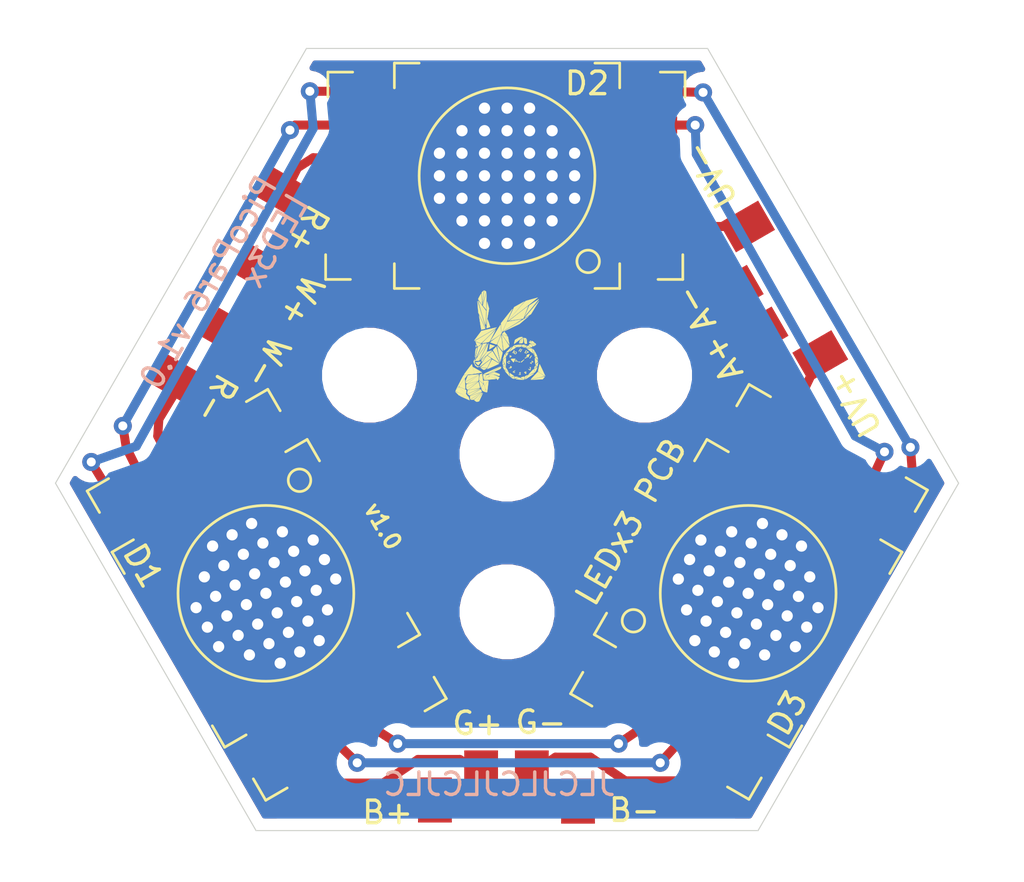
<source format=kicad_pcb>
(kicad_pcb (version 20171130) (host pcbnew "(5.1.4-0-10_14)")

  (general
    (thickness 1.6)
    (drawings 22)
    (tracks 116)
    (zones 0)
    (modules 20)
    (nets 26)
  )

  (page A4)
  (layers
    (0 F.Cu signal)
    (31 B.Cu signal)
    (32 B.Adhes user)
    (33 F.Adhes user)
    (34 B.Paste user)
    (35 F.Paste user)
    (36 B.SilkS user)
    (37 F.SilkS user)
    (38 B.Mask user)
    (39 F.Mask user)
    (40 Dwgs.User user)
    (41 Cmts.User user)
    (42 Eco1.User user)
    (43 Eco2.User user)
    (44 Edge.Cuts user)
    (45 Margin user)
    (46 B.CrtYd user)
    (47 F.CrtYd user hide)
    (48 B.Fab user)
    (49 F.Fab user)
  )

  (setup
    (last_trace_width 0.25)
    (user_trace_width 0.4)
    (user_trace_width 0.6)
    (user_trace_width 0.8)
    (user_trace_width 1)
    (trace_clearance 0.2)
    (zone_clearance 0.508)
    (zone_45_only no)
    (trace_min 0.2)
    (via_size 0.8)
    (via_drill 0.4)
    (via_min_size 0.4)
    (via_min_drill 0.3)
    (uvia_size 0.3)
    (uvia_drill 0.1)
    (uvias_allowed no)
    (uvia_min_size 0.2)
    (uvia_min_drill 0.1)
    (edge_width 0.05)
    (segment_width 0.2)
    (pcb_text_width 0.3)
    (pcb_text_size 1.5 1.5)
    (mod_edge_width 0.12)
    (mod_text_size 1 1)
    (mod_text_width 0.15)
    (pad_size 1.524 1.524)
    (pad_drill 0.762)
    (pad_to_mask_clearance 0.051)
    (solder_mask_min_width 0.25)
    (aux_axis_origin 0 0)
    (visible_elements FFFFFF7F)
    (pcbplotparams
      (layerselection 0x010fc_ffffffff)
      (usegerberextensions false)
      (usegerberattributes false)
      (usegerberadvancedattributes false)
      (creategerberjobfile false)
      (excludeedgelayer true)
      (linewidth 0.100000)
      (plotframeref false)
      (viasonmask false)
      (mode 1)
      (useauxorigin false)
      (hpglpennumber 1)
      (hpglpenspeed 20)
      (hpglpendiameter 15.000000)
      (psnegative false)
      (psa4output false)
      (plotreference true)
      (plotvalue true)
      (plotinvisibletext false)
      (padsonsilk false)
      (subtractmaskfromsilk false)
      (outputformat 1)
      (mirror false)
      (drillshape 0)
      (scaleselection 1)
      (outputdirectory "Gerber/"))
  )

  (net 0 "")
  (net 1 "Net-(D1-Pad5)")
  (net 2 "Net-(D1-Pad6)")
  (net 3 "Net-(D1-Pad4)")
  (net 4 "Net-(D1-Pad2)")
  (net 5 "Net-(D1-Pad1)")
  (net 6 "Net-(D1-Pad3)")
  (net 7 "Net-(D1-Pad7)")
  (net 8 "Net-(D1-Pad8)")
  (net 9 "Net-(D1-Pad12)")
  (net 10 "Net-(D1-Pad11)")
  (net 11 "Net-(D1-Pad9)")
  (net 12 "Net-(D1-Pad10)")
  (net 13 "Net-(D2-Pad7)")
  (net 14 "Net-(D2-Pad8)")
  (net 15 "Net-(D2-Pad12)")
  (net 16 "Net-(D2-Pad11)")
  (net 17 "Net-(D2-Pad9)")
  (net 18 "Net-(D2-Pad10)")
  (net 19 "Net-(D3-Pad12)")
  (net 20 "Net-(D3-Pad11)")
  (net 21 "Net-(D2-Pad4)")
  (net 22 "Net-(D2-Pad3)")
  (net 23 "Net-(D3-Pad5)")
  (net 24 "Net-(D3-Pad6)")
  (net 25 GNDREF)

  (net_class Default "Dies ist die voreingestellte Netzklasse."
    (clearance 0.2)
    (trace_width 0.25)
    (via_dia 0.8)
    (via_drill 0.4)
    (uvia_dia 0.3)
    (uvia_drill 0.1)
    (add_net GNDREF)
    (add_net "Net-(D1-Pad1)")
    (add_net "Net-(D1-Pad10)")
    (add_net "Net-(D1-Pad11)")
    (add_net "Net-(D1-Pad12)")
    (add_net "Net-(D1-Pad2)")
    (add_net "Net-(D1-Pad3)")
    (add_net "Net-(D1-Pad4)")
    (add_net "Net-(D1-Pad5)")
    (add_net "Net-(D1-Pad6)")
    (add_net "Net-(D1-Pad7)")
    (add_net "Net-(D1-Pad8)")
    (add_net "Net-(D1-Pad9)")
    (add_net "Net-(D2-Pad10)")
    (add_net "Net-(D2-Pad11)")
    (add_net "Net-(D2-Pad12)")
    (add_net "Net-(D2-Pad3)")
    (add_net "Net-(D2-Pad4)")
    (add_net "Net-(D2-Pad7)")
    (add_net "Net-(D2-Pad8)")
    (add_net "Net-(D2-Pad9)")
    (add_net "Net-(D3-Pad11)")
    (add_net "Net-(D3-Pad12)")
    (add_net "Net-(D3-Pad5)")
    (add_net "Net-(D3-Pad6)")
  )

  (module Docs:Logo_4x4.9 (layer F.Cu) (tedit 0) (tstamp 5EA3A31A)
    (at 149.7 115.2)
    (fp_text reference G*** (at 0 0) (layer F.SilkS) hide
      (effects (font (size 1.524 1.524) (thickness 0.3)))
    )
    (fp_text value LOGO (at 0.75 0) (layer F.SilkS) hide
      (effects (font (size 1.524 1.524) (thickness 0.3)))
    )
    (fp_poly (pts (xy -0.735039 -2.444623) (xy -0.737714 -2.41733) (xy -0.742344 -2.376713) (xy -0.748485 -2.326168)
      (xy -0.755689 -2.269095) (xy -0.763511 -2.208889) (xy -0.771503 -2.148949) (xy -0.779221 -2.092671)
      (xy -0.786218 -2.043454) (xy -0.792047 -2.004695) (xy -0.796263 -1.979791) (xy -0.798214 -1.97208)
      (xy -0.801146 -1.977843) (xy -0.802605 -1.997748) (xy -0.80264 -2.002095) (xy -0.80332 -2.023865)
      (xy -0.805198 -2.061567) (xy -0.808029 -2.110862) (xy -0.81157 -2.167412) (xy -0.813927 -2.202916)
      (xy -0.825213 -2.369296) (xy -0.78154 -2.413795) (xy -0.75827 -2.436578) (xy -0.74127 -2.451483)
      (xy -0.734767 -2.455193) (xy -0.735039 -2.444623)) (layer F.SilkS) (width 0.01))
    (fp_poly (pts (xy -0.699987 -2.459529) (xy -0.680933 -2.447749) (xy -0.664448 -2.435422) (xy -0.622776 -2.40241)
      (xy -0.701857 -2.138465) (xy -0.722601 -2.069644) (xy -0.741361 -2.008205) (xy -0.75739 -1.956532)
      (xy -0.769937 -1.91701) (xy -0.778257 -1.892026) (xy -0.7816 -1.883965) (xy -0.781629 -1.884103)
      (xy -0.780554 -1.896091) (xy -0.777243 -1.925067) (xy -0.772099 -1.967869) (xy -0.765522 -2.021339)
      (xy -0.757915 -2.082314) (xy -0.74968 -2.147635) (xy -0.741218 -2.21414) (xy -0.73293 -2.278671)
      (xy -0.725219 -2.338065) (xy -0.718485 -2.389162) (xy -0.713132 -2.428802) (xy -0.709559 -2.453824)
      (xy -0.708309 -2.461038) (xy -0.699987 -2.459529)) (layer F.SilkS) (width 0.01))
    (fp_poly (pts (xy -0.845701 -2.30632) (xy -0.841769 -2.266553) (xy -0.83714 -2.21622) (xy -0.832081 -2.158644)
      (xy -0.826862 -2.097146) (xy -0.82175 -2.035049) (xy -0.817013 -1.975675) (xy -0.812921 -1.922345)
      (xy -0.809739 -1.878381) (xy -0.807738 -1.847106) (xy -0.807186 -1.831841) (xy -0.807322 -1.830892)
      (xy -0.813957 -1.837543) (xy -0.829964 -1.858003) (xy -0.853161 -1.889364) (xy -0.881365 -1.928719)
      (xy -0.891106 -1.942546) (xy -0.921109 -1.985449) (xy -0.9472 -2.02302) (xy -0.966994 -2.051805)
      (xy -0.978107 -2.068351) (xy -0.979299 -2.070255) (xy -0.977517 -2.084195) (xy -0.966142 -2.112924)
      (xy -0.946289 -2.153962) (xy -0.919074 -2.20483) (xy -0.917636 -2.207415) (xy -0.889556 -2.256916)
      (xy -0.869501 -2.289922) (xy -0.85629 -2.308054) (xy -0.848745 -2.312933) (xy -0.845701 -2.30632)) (layer F.SilkS) (width 0.01))
    (fp_poly (pts (xy -0.612097 -2.285249) (xy -0.61169 -2.255364) (xy -0.611828 -2.208583) (xy -0.612465 -2.148321)
      (xy -0.613555 -2.077994) (xy -0.61505 -2.001017) (xy -0.616906 -1.920806) (xy -0.617177 -1.91008)
      (xy -0.62484 -1.61036) (xy -0.694688 -1.69672) (xy -0.723582 -1.733007) (xy -0.747584 -1.764205)
      (xy -0.763823 -1.786518) (xy -0.769283 -1.795384) (xy -0.767794 -1.807993) (xy -0.761231 -1.837495)
      (xy -0.750268 -1.881294) (xy -0.735578 -1.936793) (xy -0.717836 -2.001396) (xy -0.697716 -2.072505)
      (xy -0.694355 -2.084192) (xy -0.61468 -2.360697) (xy -0.612097 -2.285249)) (layer F.SilkS) (width 0.01))
    (fp_poly (pts (xy 1.696427 -2.053129) (xy 1.671469 -2.021815) (xy 1.637784 -1.980042) (xy 1.596873 -1.929632)
      (xy 1.550234 -1.872406) (xy 1.499367 -1.810189) (xy 1.445772 -1.744802) (xy 1.390947 -1.678068)
      (xy 1.336394 -1.611808) (xy 1.28361 -1.547846) (xy 1.234095 -1.488004) (xy 1.189349 -1.434105)
      (xy 1.150871 -1.38797) (xy 1.120161 -1.351422) (xy 1.098718 -1.326283) (xy 1.088042 -1.314377)
      (xy 1.08712 -1.313704) (xy 1.090874 -1.323715) (xy 1.101438 -1.34992) (xy 1.117765 -1.389773)
      (xy 1.138808 -1.440728) (xy 1.16352 -1.50024) (xy 1.186262 -1.554773) (xy 1.285404 -1.792073)
      (xy 1.503762 -1.939498) (xy 1.561611 -1.978287) (xy 1.612881 -2.012148) (xy 1.655514 -2.039764)
      (xy 1.687455 -2.059821) (xy 1.706644 -2.071001) (xy 1.71116 -2.072161) (xy 1.696427 -2.053129)) (layer F.SilkS) (width 0.01))
    (fp_poly (pts (xy 1.711974 -1.987438) (xy 1.697779 -1.962238) (xy 1.675957 -1.924701) (xy 1.64801 -1.877319)
      (xy 1.61544 -1.822581) (xy 1.579749 -1.762978) (xy 1.54244 -1.701) (xy 1.505014 -1.639138)
      (xy 1.468974 -1.579881) (xy 1.435822 -1.525721) (xy 1.407061 -1.479147) (xy 1.384192 -1.442651)
      (xy 1.368717 -1.418721) (xy 1.362611 -1.410236) (xy 1.349456 -1.400188) (xy 1.324031 -1.383718)
      (xy 1.289706 -1.362748) (xy 1.249853 -1.339203) (xy 1.207842 -1.315005) (xy 1.167044 -1.292076)
      (xy 1.13083 -1.27234) (xy 1.102569 -1.25772) (xy 1.085634 -1.250139) (xy 1.082508 -1.250438)
      (xy 1.090708 -1.260936) (xy 1.110231 -1.284665) (xy 1.13954 -1.319814) (xy 1.177099 -1.364575)
      (xy 1.221371 -1.417137) (xy 1.27082 -1.475691) (xy 1.323908 -1.538426) (xy 1.379101 -1.603533)
      (xy 1.43486 -1.669203) (xy 1.48965 -1.733626) (xy 1.541934 -1.794991) (xy 1.590175 -1.851488)
      (xy 1.632837 -1.90131) (xy 1.668384 -1.942644) (xy 1.695279 -1.973682) (xy 1.711985 -1.992615)
      (xy 1.71704 -1.997812) (xy 1.711974 -1.987438)) (layer F.SilkS) (width 0.01))
    (fp_poly (pts (xy 1.231869 -1.756096) (xy 1.222672 -1.729612) (xy 1.207833 -1.688987) (xy 1.188238 -1.636606)
      (xy 1.164775 -1.57486) (xy 1.138329 -1.506135) (xy 1.13123 -1.487819) (xy 1.024542 -1.21297)
      (xy 0.738331 -1.169621) (xy 0.663254 -1.158188) (xy 0.593741 -1.147485) (xy 0.532619 -1.137957)
      (xy 0.482715 -1.130048) (xy 0.446855 -1.124203) (xy 0.427869 -1.120865) (xy 0.42672 -1.120624)
      (xy 0.410046 -1.118979) (xy 0.41148 -1.12514) (xy 0.423193 -1.135148) (xy 0.448629 -1.155731)
      (xy 0.485957 -1.185467) (xy 0.533352 -1.222932) (xy 0.588985 -1.266703) (xy 0.651028 -1.315356)
      (xy 0.717655 -1.36747) (xy 0.787037 -1.421619) (xy 0.857346 -1.476383) (xy 0.926756 -1.530336)
      (xy 0.993438 -1.582056) (xy 1.055565 -1.630121) (xy 1.111309 -1.673106) (xy 1.158843 -1.709589)
      (xy 1.196339 -1.738146) (xy 1.22197 -1.757354) (xy 1.233907 -1.76579) (xy 1.234538 -1.766049)
      (xy 1.231869 -1.756096)) (layer F.SilkS) (width 0.01))
    (fp_poly (pts (xy 1.662691 -2.140535) (xy 1.655702 -2.133701) (xy 1.634091 -2.115563) (xy 1.599306 -2.087253)
      (xy 1.552793 -2.049903) (xy 1.496002 -2.004646) (xy 1.430379 -1.952613) (xy 1.357373 -1.894937)
      (xy 1.278431 -1.83275) (xy 1.195001 -1.767183) (xy 1.108531 -1.699369) (xy 1.020469 -1.630441)
      (xy 0.932261 -1.561529) (xy 0.845357 -1.493767) (xy 0.761204 -1.428286) (xy 0.68125 -1.366219)
      (xy 0.606942 -1.308697) (xy 0.539728 -1.256852) (xy 0.481056 -1.211818) (xy 0.432374 -1.174725)
      (xy 0.39513 -1.146706) (xy 0.370771 -1.128894) (xy 0.360745 -1.122419) (xy 0.36068 -1.122412)
      (xy 0.34321 -1.117198) (xy 0.338513 -1.114621) (xy 0.339242 -1.121187) (xy 0.34773 -1.143662)
      (xy 0.362938 -1.179636) (xy 0.383829 -1.226702) (xy 0.409364 -1.282451) (xy 0.428416 -1.323169)
      (xy 0.460395 -1.390989) (xy 0.492306 -1.458698) (xy 0.522178 -1.522109) (xy 0.548039 -1.577037)
      (xy 0.567916 -1.619295) (xy 0.573265 -1.63068) (xy 0.616203 -1.72212) (xy 0.788161 -1.817747)
      (xy 0.867192 -1.861709) (xy 0.93011 -1.896678) (xy 0.978588 -1.923497) (xy 1.014294 -1.943007)
      (xy 1.0389 -1.956049) (xy 1.054077 -1.963466) (xy 1.061493 -1.966097) (xy 1.06282 -1.964786)
      (xy 1.059729 -1.960374) (xy 1.053888 -1.953701) (xy 1.05063 -1.949978) (xy 1.034661 -1.931339)
      (xy 1.008011 -1.900105) (xy 0.972211 -1.858079) (xy 0.928791 -1.807062) (xy 0.879281 -1.748856)
      (xy 0.825214 -1.685262) (xy 0.768117 -1.618084) (xy 0.709523 -1.549121) (xy 0.650962 -1.480176)
      (xy 0.593964 -1.413051) (xy 0.540059 -1.349548) (xy 0.490779 -1.291467) (xy 0.447653 -1.240612)
      (xy 0.412212 -1.198783) (xy 0.385987 -1.167782) (xy 0.370508 -1.149411) (xy 0.367055 -1.145251)
      (xy 0.35819 -1.131632) (xy 0.358433 -1.12776) (xy 0.365873 -1.135228) (xy 0.385372 -1.156712)
      (xy 0.415721 -1.190837) (xy 0.455714 -1.236227) (xy 0.504144 -1.291504) (xy 0.559805 -1.355292)
      (xy 0.621489 -1.426216) (xy 0.687991 -1.502898) (xy 0.736661 -1.559149) (xy 0.816497 -1.651473)
      (xy 0.884227 -1.729641) (xy 0.94102 -1.794881) (xy 0.988046 -1.848422) (xy 1.026473 -1.891491)
      (xy 1.057471 -1.925316) (xy 1.08221 -1.951125) (xy 1.101859 -1.970146) (xy 1.117588 -1.983607)
      (xy 1.130566 -1.992736) (xy 1.141961 -1.99876) (xy 1.152945 -2.002907) (xy 1.161843 -2.005591)
      (xy 1.255379 -2.032348) (xy 1.343972 -2.057351) (xy 1.425645 -2.080066) (xy 1.498417 -2.099961)
      (xy 1.560311 -2.116502) (xy 1.609347 -2.129157) (xy 1.643546 -2.137391) (xy 1.660929 -2.140672)
      (xy 1.662691 -2.140535)) (layer F.SilkS) (width 0.01))
    (fp_poly (pts (xy -0.975719 -2.002594) (xy -0.966257 -1.993259) (xy -0.950358 -1.974422) (xy -0.926861 -1.944781)
      (xy -0.894602 -1.903035) (xy -0.852421 -1.847884) (xy -0.799155 -1.778026) (xy -0.793476 -1.770577)
      (xy -0.629012 -1.554874) (xy -0.640739 -1.267657) (xy -0.644018 -1.191935) (xy -0.64741 -1.121728)
      (xy -0.650749 -1.05993) (xy -0.653867 -1.009433) (xy -0.656596 -0.973129) (xy -0.65877 -0.953911)
      (xy -0.658974 -0.952937) (xy -0.661931 -0.951359) (xy -0.667727 -0.961242) (xy -0.676694 -0.983613)
      (xy -0.689166 -1.019496) (xy -0.705476 -1.069918) (xy -0.725955 -1.135904) (xy -0.750937 -1.218481)
      (xy -0.780753 -1.318673) (xy -0.812179 -1.425377) (xy -0.841091 -1.523894) (xy -0.868642 -1.617754)
      (xy -0.894231 -1.704904) (xy -0.917254 -1.783294) (xy -0.937109 -1.850872) (xy -0.953194 -1.905588)
      (xy -0.964907 -1.945391) (xy -0.971644 -1.96823) (xy -0.972441 -1.97092) (xy -0.977106 -1.986588)
      (xy -0.979981 -1.997958) (xy -0.979906 -2.003726) (xy -0.975719 -2.002594)) (layer F.SilkS) (width 0.01))
    (fp_poly (pts (xy -0.582582 -1.958547) (xy -0.574822 -1.935773) (xy -0.563661 -1.899425) (xy -0.550038 -1.85253)
      (xy -0.539485 -1.814851) (xy -0.495639 -1.656054) (xy -0.561872 -1.277607) (xy -0.576555 -1.194978)
      (xy -0.590155 -1.120884) (xy -0.6023 -1.05717) (xy -0.612618 -1.005677) (xy -0.620737 -0.968251)
      (xy -0.626284 -0.946733) (xy -0.628888 -0.942968) (xy -0.629033 -0.94488) (xy -0.628801 -0.963879)
      (xy -0.627776 -0.999919) (xy -0.626061 -1.050616) (xy -0.623755 -1.113587) (xy -0.620959 -1.186447)
      (xy -0.617774 -1.266813) (xy -0.6143 -1.3523) (xy -0.610637 -1.440524) (xy -0.606888 -1.529102)
      (xy -0.603151 -1.615649) (xy -0.599528 -1.697781) (xy -0.596119 -1.773114) (xy -0.593025 -1.839265)
      (xy -0.590347 -1.893849) (xy -0.588184 -1.934482) (xy -0.586638 -1.958781) (xy -0.586001 -1.964724)
      (xy -0.582582 -1.958547)) (layer F.SilkS) (width 0.01))
    (fp_poly (pts (xy -1.010477 -1.98035) (xy -1.001811 -1.955316) (xy -0.988337 -1.914052) (xy -0.970563 -1.858175)
      (xy -0.948995 -1.789306) (xy -0.92414 -1.709062) (xy -0.896504 -1.619063) (xy -0.866593 -1.520928)
      (xy -0.834916 -1.416275) (xy -0.831246 -1.404106) (xy -0.799413 -1.298347) (xy -0.769456 -1.19851)
      (xy -0.741871 -1.106264) (xy -0.717153 -1.023283) (xy -0.695798 -0.951238) (xy -0.6783 -0.891801)
      (xy -0.665156 -0.846643) (xy -0.65686 -0.817437) (xy -0.653909 -0.805853) (xy -0.653923 -0.805731)
      (xy -0.658659 -0.814027) (xy -0.671112 -0.838674) (xy -0.690302 -0.87766) (xy -0.71525 -0.92897)
      (xy -0.744978 -0.990591) (xy -0.778507 -1.06051) (xy -0.814857 -1.136712) (xy -0.816098 -1.13932)
      (xy -0.975922 -1.475261) (xy -0.996331 -1.7251) (xy -1.00186 -1.794677) (xy -1.006585 -1.857821)
      (xy -1.010311 -1.911619) (xy -1.012844 -1.953154) (xy -1.01399 -1.979514) (xy -1.01383 -1.987534)
      (xy -1.010477 -1.98035)) (layer F.SilkS) (width 0.01))
    (fp_poly (pts (xy -0.560916 -1.170405) (xy -0.559781 -1.1684) (xy -0.551998 -1.150855) (xy -0.540105 -1.119652)
      (xy -0.525385 -1.07863) (xy -0.509119 -1.031626) (xy -0.492588 -0.982479) (xy -0.477073 -0.935026)
      (xy -0.463856 -0.893104) (xy -0.454218 -0.860552) (xy -0.44944 -0.841207) (xy -0.449338 -0.837596)
      (xy -0.460891 -0.832334) (xy -0.486872 -0.823046) (xy -0.522236 -0.811511) (xy -0.532089 -0.808442)
      (xy -0.6096 -0.784527) (xy -0.6095 -0.806284) (xy -0.608253 -0.823508) (xy -0.604874 -0.856904)
      (xy -0.599802 -0.902484) (xy -0.593473 -0.956264) (xy -0.58928 -0.9906) (xy -0.582421 -1.04674)
      (xy -0.576513 -1.096441) (xy -0.571996 -1.135909) (xy -0.569308 -1.161351) (xy -0.568752 -1.1684)
      (xy -0.567171 -1.178533) (xy -0.560916 -1.170405)) (layer F.SilkS) (width 0.01))
    (fp_poly (pts (xy -0.935127 -1.340662) (xy -0.921896 -1.31451) (xy -0.900684 -1.270917) (xy -0.871737 -1.210397)
      (xy -0.8353 -1.133465) (xy -0.791617 -1.040635) (xy -0.740936 -0.932422) (xy -0.712822 -0.872227)
      (xy -0.662325 -0.764013) (xy -0.747355 -0.742687) (xy -0.786767 -0.733026) (xy -0.818564 -0.725647)
      (xy -0.837674 -0.721711) (xy -0.840547 -0.72136) (xy -0.844005 -0.731014) (xy -0.849936 -0.758364)
      (xy -0.857916 -0.800996) (xy -0.867518 -0.856494) (xy -0.878318 -0.922442) (xy -0.88989 -0.996425)
      (xy -0.89555 -1.03378) (xy -0.907023 -1.110852) (xy -0.917334 -1.181183) (xy -0.92614 -1.242335)
      (xy -0.933094 -1.291868) (xy -0.937852 -1.327345) (xy -0.940068 -1.346326) (xy -0.940131 -1.348858)
      (xy -0.935127 -1.340662)) (layer F.SilkS) (width 0.01))
    (fp_poly (pts (xy 1.252402 -1.310322) (xy 1.231445 -1.29194) (xy 1.199002 -1.26397) (xy 1.157105 -1.228158)
      (xy 1.107789 -1.186246) (xy 1.055929 -1.142382) (xy 0.852019 -0.97028) (xy 0.510008 -0.81026)
      (xy 0.432502 -0.774055) (xy 0.360898 -0.740717) (xy 0.297251 -0.711196) (xy 0.243619 -0.686441)
      (xy 0.202058 -0.667402) (xy 0.174626 -0.655026) (xy 0.163379 -0.650264) (xy 0.163246 -0.65024)
      (xy 0.164689 -0.655339) (xy 0.168148 -0.658731) (xy 0.179286 -0.666203) (xy 0.205281 -0.682542)
      (xy 0.24356 -0.706168) (xy 0.291554 -0.735499) (xy 0.34669 -0.768953) (xy 0.381 -0.789665)
      (xy 0.438816 -0.824518) (xy 0.510315 -0.867643) (xy 0.591785 -0.9168) (xy 0.679517 -0.96975)
      (xy 0.769803 -1.024256) (xy 0.858932 -1.078077) (xy 0.92202 -1.116183) (xy 0.996717 -1.161235)
      (xy 1.065686 -1.202695) (xy 1.127063 -1.239451) (xy 1.17898 -1.270393) (xy 1.219574 -1.294409)
      (xy 1.246976 -1.310388) (xy 1.259324 -1.317219) (xy 1.25984 -1.31737) (xy 1.252402 -1.310322)) (layer F.SilkS) (width 0.01))
    (fp_poly (pts (xy 0.942406 -1.17014) (xy 0.921503 -1.155025) (xy 0.886285 -1.131285) (xy 0.838277 -1.099884)
      (xy 0.779004 -1.061784) (xy 0.709993 -1.01795) (xy 0.632768 -0.969343) (xy 0.548855 -0.916928)
      (xy 0.459779 -0.861667) (xy 0.367066 -0.804524) (xy 0.272242 -0.74646) (xy 0.176832 -0.688441)
      (xy 0.15097 -0.672789) (xy 0.112645 -0.649617) (xy 0.156742 -0.748989) (xy 0.180326 -0.802093)
      (xy 0.208002 -0.864348) (xy 0.235587 -0.926345) (xy 0.250627 -0.96012) (xy 0.300416 -1.07188)
      (xy 0.615028 -1.124868) (xy 0.693131 -1.137862) (xy 0.7653 -1.149562) (xy 0.828962 -1.159575)
      (xy 0.881539 -1.167507) (xy 0.920457 -1.172965) (xy 0.94314 -1.175555) (xy 0.947468 -1.175668)
      (xy 0.942406 -1.17014)) (layer F.SilkS) (width 0.01))
    (fp_poly (pts (xy 0.1524 -0.64516) (xy 0.14732 -0.64008) (xy 0.14224 -0.64516) (xy 0.14732 -0.65024)
      (xy 0.1524 -0.64516)) (layer F.SilkS) (width 0.01))
    (fp_poly (pts (xy 0.534457 -1.631056) (xy 0.522988 -1.604433) (xy 0.504964 -1.563282) (xy 0.481283 -1.509602)
      (xy 0.452836 -1.445395) (xy 0.420521 -1.372661) (xy 0.385229 -1.293399) (xy 0.347858 -1.20961)
      (xy 0.3093 -1.123295) (xy 0.27045 -1.036453) (xy 0.232203 -0.951084) (xy 0.195454 -0.86919)
      (xy 0.161097 -0.792769) (xy 0.130026 -0.723823) (xy 0.103136 -0.664352) (xy 0.081321 -0.616355)
      (xy 0.065476 -0.581833) (xy 0.056496 -0.562787) (xy 0.054822 -0.559647) (xy 0.05208 -0.565563)
      (xy 0.050545 -0.585589) (xy 0.050466 -0.590127) (xy 0.04987 -0.611212) (xy 0.048418 -0.648657)
      (xy 0.046279 -0.698529) (xy 0.04362 -0.756894) (xy 0.040795 -0.81603) (xy 0.031459 -1.007219)
      (xy 0.284969 -1.327306) (xy 0.340063 -1.396718) (xy 0.391034 -1.460649) (xy 0.436555 -1.517453)
      (xy 0.475299 -1.56549) (xy 0.50594 -1.603116) (xy 0.527151 -1.628688) (xy 0.537604 -1.640565)
      (xy 0.53848 -1.641151) (xy 0.534457 -1.631056)) (layer F.SilkS) (width 0.01))
    (fp_poly (pts (xy 0.190098 -0.620577) (xy 0.207222 -0.601403) (xy 0.229322 -0.573406) (xy 0.23368 -0.567576)
      (xy 0.258852 -0.533709) (xy 0.281718 -0.503129) (xy 0.297513 -0.482208) (xy 0.298027 -0.481536)
      (xy 0.310201 -0.464547) (xy 0.309788 -0.45848) (xy 0.298027 -0.458233) (xy 0.28085 -0.461557)
      (xy 0.249353 -0.469699) (xy 0.208572 -0.481304) (xy 0.1778 -0.490578) (xy 0.135588 -0.503695)
      (xy 0.101302 -0.514552) (xy 0.079136 -0.521809) (xy 0.072995 -0.524077) (xy 0.078121 -0.531325)
      (xy 0.094022 -0.547946) (xy 0.116317 -0.569776) (xy 0.140625 -0.592652) (xy 0.162567 -0.61241)
      (xy 0.177762 -0.624887) (xy 0.181352 -0.627061) (xy 0.190098 -0.620577)) (layer F.SilkS) (width 0.01))
    (fp_poly (pts (xy -0.162669 -0.814847) (xy -0.185214 -0.800533) (xy -0.221576 -0.778226) (xy -0.269876 -0.749031)
      (xy -0.328238 -0.714053) (xy -0.394784 -0.674398) (xy -0.467634 -0.63117) (xy -0.544912 -0.585474)
      (xy -0.624739 -0.538416) (xy -0.705237 -0.4911) (xy -0.784529 -0.444631) (xy -0.860736 -0.400114)
      (xy -0.93198 -0.358654) (xy -0.996384 -0.321356) (xy -1.05207 -0.289325) (xy -1.097159 -0.263666)
      (xy -1.129773 -0.245484) (xy -1.148036 -0.235884) (xy -1.150467 -0.234831) (xy -1.151277 -0.239882)
      (xy -1.141904 -0.257022) (xy -1.129381 -0.275471) (xy -1.113489 -0.297188) (xy -1.087796 -0.331905)
      (xy -1.054714 -0.376381) (xy -1.016655 -0.427375) (xy -0.97603 -0.481646) (xy -0.967731 -0.492712)
      (xy -0.8382 -0.665383) (xy -0.50292 -0.743816) (xy -0.423101 -0.762347) (xy -0.349389 -0.779189)
      (xy -0.284163 -0.793819) (xy -0.229805 -0.805715) (xy -0.188695 -0.814354) (xy -0.163214 -0.819211)
      (xy -0.15582 -0.820065) (xy -0.162669 -0.814847)) (layer F.SilkS) (width 0.01))
    (fp_poly (pts (xy 1.338932 -0.233811) (xy 1.351879 -0.23368) (xy 1.365928 -0.229769) (xy 1.36652 -0.22352)
      (xy 1.354178 -0.215999) (xy 1.335348 -0.213578) (xy 1.318572 -0.216137) (xy 1.312392 -0.223555)
      (xy 1.312587 -0.224282) (xy 1.321304 -0.234194) (xy 1.323594 -0.234442) (xy 1.338932 -0.233811)) (layer F.SilkS) (width 0.01))
    (fp_poly (pts (xy 0.01417 -0.925761) (xy 0.017485 -0.904213) (xy 0.020398 -0.867762) (xy 0.023201 -0.814174)
      (xy 0.024426 -0.785764) (xy 0.02706 -0.726595) (xy 0.029877 -0.670919) (xy 0.03261 -0.623572)
      (xy 0.03499 -0.589388) (xy 0.035922 -0.57912) (xy 0.040765 -0.5334) (xy -0.200598 -0.37119)
      (xy -0.271711 -0.323859) (xy -0.330519 -0.285686) (xy -0.376144 -0.257204) (xy -0.407707 -0.238948)
      (xy -0.42433 -0.231452) (xy -0.426001 -0.23403) (xy -0.417222 -0.248176) (xy -0.399143 -0.277598)
      (xy -0.373035 -0.320217) (xy -0.340169 -0.373956) (xy -0.301816 -0.436734) (xy -0.259247 -0.506475)
      (xy -0.213733 -0.5811) (xy -0.208745 -0.58928) (xy -0.163226 -0.663767) (xy -0.120652 -0.733088)
      (xy -0.082261 -0.795253) (xy -0.049293 -0.84827) (xy -0.022985 -0.890149) (xy -0.004578 -0.918897)
      (xy 0.004691 -0.932525) (xy 0.005162 -0.933084) (xy 0.010159 -0.93464) (xy 0.01417 -0.925761)) (layer F.SilkS) (width 0.01))
    (fp_poly (pts (xy 1.093324 -0.349089) (xy 1.122911 -0.344616) (xy 1.142905 -0.340481) (xy 1.147349 -0.338813)
      (xy 1.146058 -0.328091) (xy 1.13815 -0.303793) (xy 1.12564 -0.270738) (xy 1.11054 -0.233746)
      (xy 1.094865 -0.197638) (xy 1.08063 -0.167232) (xy 1.069847 -0.147349) (xy 1.065208 -0.14224)
      (xy 1.060405 -0.151406) (xy 1.057256 -0.174948) (xy 1.056551 -0.19558) (xy 1.055116 -0.240054)
      (xy 1.051624 -0.287603) (xy 1.050056 -0.30226) (xy 1.043649 -0.3556) (xy 1.093324 -0.349089)) (layer F.SilkS) (width 0.01))
    (fp_poly (pts (xy -0.205845 -0.756159) (xy -0.220598 -0.73922) (xy -0.247301 -0.710736) (xy -0.284661 -0.672035)
      (xy -0.331384 -0.624444) (xy -0.386179 -0.569293) (xy -0.447753 -0.507907) (xy -0.508 -0.448325)
      (xy -0.576062 -0.381592) (xy -0.64005 -0.319491) (xy -0.698454 -0.263443) (xy -0.74976 -0.214871)
      (xy -0.792458 -0.175195) (xy -0.825035 -0.145837) (xy -0.845979 -0.128219) (xy -0.85344 -0.12353)
      (xy -0.868382 -0.126761) (xy -0.898508 -0.135201) (xy -0.939722 -0.147644) (xy -0.987929 -0.162881)
      (xy -0.998149 -0.16619) (xy -1.045699 -0.182005) (xy -1.085399 -0.195888) (xy -1.113701 -0.206546)
      (xy -1.127056 -0.212687) (xy -1.127644 -0.21336) (xy -1.119214 -0.219142) (xy -1.095225 -0.234042)
      (xy -1.057648 -0.256893) (xy -1.00845 -0.286529) (xy -0.949599 -0.321786) (xy -0.883064 -0.361496)
      (xy -0.810813 -0.404495) (xy -0.734814 -0.449616) (xy -0.657037 -0.495694) (xy -0.579448 -0.541562)
      (xy -0.504017 -0.586055) (xy -0.432712 -0.628008) (xy -0.367502 -0.666253) (xy -0.310353 -0.699626)
      (xy -0.263236 -0.726961) (xy -0.228118 -0.747091) (xy -0.206967 -0.758852) (xy -0.204334 -0.760226)
      (xy -0.205845 -0.756159)) (layer F.SilkS) (width 0.01))
    (fp_poly (pts (xy 1.378896 -0.199291) (xy 1.376208 -0.189615) (xy 1.366068 -0.16957) (xy 1.3523 -0.145691)
      (xy 1.338731 -0.124512) (xy 1.329186 -0.112567) (xy 1.327653 -0.11176) (xy 1.319405 -0.118339)
      (xy 1.30269 -0.134692) (xy 1.2973 -0.140256) (xy 1.279807 -0.159971) (xy 1.270476 -0.17332)
      (xy 1.27 -0.174975) (xy 1.278874 -0.180294) (xy 1.300804 -0.187059) (xy 1.328751 -0.193696)
      (xy 1.355677 -0.198634) (xy 1.374542 -0.200301) (xy 1.378896 -0.199291)) (layer F.SilkS) (width 0.01))
    (fp_poly (pts (xy 1.023582 -0.347208) (xy 1.021773 -0.33274) (xy 1.018855 -0.312308) (xy 1.015267 -0.277943)
      (xy 1.01165 -0.235992) (xy 1.010582 -0.221872) (xy 1.007359 -0.178649) (xy 1.002674 -0.15118)
      (xy 0.992508 -0.135171) (xy 0.972841 -0.12633) (xy 0.939654 -0.120362) (xy 0.91186 -0.116416)
      (xy 0.883883 -0.113462) (xy 0.866466 -0.113706) (xy 0.8636 -0.115259) (xy 0.868827 -0.125934)
      (xy 0.882868 -0.149372) (xy 0.903263 -0.181821) (xy 0.927549 -0.219528) (xy 0.953268 -0.25874)
      (xy 0.977957 -0.295706) (xy 0.999157 -0.326673) (xy 1.014405 -0.347887) (xy 1.02121 -0.3556)
      (xy 1.023582 -0.347208)) (layer F.SilkS) (width 0.01))
    (fp_poly (pts (xy 1.001031 -0.3556) (xy 0.98853 -0.33558) (xy 0.968642 -0.304945) (xy 0.94399 -0.267604)
      (xy 0.917195 -0.227466) (xy 0.89088 -0.188438) (xy 0.867668 -0.154429) (xy 0.850183 -0.129346)
      (xy 0.841045 -0.117097) (xy 0.840804 -0.11684) (xy 0.834661 -0.114933) (xy 0.836598 -0.127)
      (xy 0.842464 -0.149014) (xy 0.850537 -0.180827) (xy 0.854054 -0.195056) (xy 0.862264 -0.22073)
      (xy 0.875209 -0.243506) (xy 0.896459 -0.268142) (xy 0.929584 -0.299398) (xy 0.937896 -0.306816)
      (xy 0.967525 -0.332427) (xy 0.989347 -0.349954) (xy 1.000633 -0.35729) (xy 1.001031 -0.3556)) (layer F.SilkS) (width 0.01))
    (fp_poly (pts (xy -0.340821 -0.448459) (xy -0.387079 -0.358337) (xy -0.425158 -0.286775) (xy -0.455079 -0.233741)
      (xy -0.476858 -0.1992) (xy -0.490516 -0.18312) (xy -0.492204 -0.182146) (xy -0.509605 -0.177087)
      (xy -0.542607 -0.169306) (xy -0.586832 -0.159774) (xy -0.637898 -0.149465) (xy -0.65024 -0.147068)
      (xy -0.701996 -0.13697) (xy -0.747688 -0.127817) (xy -0.783027 -0.120488) (xy -0.803726 -0.115857)
      (xy -0.806049 -0.115241) (xy -0.803663 -0.120689) (xy -0.788227 -0.138651) (xy -0.761293 -0.167512)
      (xy -0.724416 -0.205659) (xy -0.679148 -0.251475) (xy -0.627042 -0.303345) (xy -0.592689 -0.337146)
      (xy -0.53187 -0.39664) (xy -0.472001 -0.455038) (xy -0.415621 -0.509874) (xy -0.36527 -0.558683)
      (xy -0.323486 -0.599002) (xy -0.292811 -0.628364) (xy -0.285498 -0.635286) (xy -0.210315 -0.70612)
      (xy -0.340821 -0.448459)) (layer F.SilkS) (width 0.01))
    (fp_poly (pts (xy 1.416647 -0.218215) (xy 1.438016 -0.205887) (xy 1.466972 -0.187387) (xy 1.467521 -0.187023)
      (xy 1.494971 -0.167133) (xy 1.512656 -0.151021) (xy 1.516875 -0.142077) (xy 1.516736 -0.141938)
      (xy 1.503253 -0.13657) (xy 1.475824 -0.129502) (xy 1.44272 -0.122714) (xy 1.405432 -0.115559)
      (xy 1.374071 -0.108982) (xy 1.357247 -0.104892) (xy 1.348209 -0.104128) (xy 1.347415 -0.111528)
      (xy 1.355686 -0.130268) (xy 1.3712 -0.158811) (xy 1.388449 -0.189365) (xy 1.401486 -0.211982)
      (xy 1.407457 -0.221719) (xy 1.416647 -0.218215)) (layer F.SilkS) (width 0.01))
    (fp_poly (pts (xy 1.170435 -0.300096) (xy 1.175224 -0.273028) (xy 1.178848 -0.226603) (xy 1.180824 -0.1905)
      (xy 1.183173 -0.143406) (xy 1.182748 -0.113456) (xy 1.177038 -0.097474) (xy 1.163534 -0.092288)
      (xy 1.139725 -0.094722) (xy 1.10958 -0.100398) (xy 1.086942 -0.10734) (xy 1.076171 -0.115922)
      (xy 1.07603 -0.11684) (xy 1.079801 -0.129862) (xy 1.090101 -0.157141) (xy 1.105238 -0.194354)
      (xy 1.119068 -0.226919) (xy 1.138796 -0.271218) (xy 1.153248 -0.298585) (xy 1.163452 -0.308412)
      (xy 1.170435 -0.300096)) (layer F.SilkS) (width 0.01))
    (fp_poly (pts (xy 0.968543 -0.39508) (xy 0.989541 -0.391943) (xy 0.995173 -0.38862) (xy 0.987342 -0.379908)
      (xy 0.966083 -0.361098) (xy 0.934158 -0.334367) (xy 0.894331 -0.301894) (xy 0.849366 -0.265858)
      (xy 0.802027 -0.228435) (xy 0.755076 -0.191804) (xy 0.711277 -0.158144) (xy 0.673394 -0.129633)
      (xy 0.64419 -0.108447) (xy 0.637347 -0.103947) (xy 0.64008 -0.10668) (xy 0.635 -0.11176)
      (xy 0.62992 -0.10668) (xy 0.634515 -0.102085) (xy 0.626429 -0.096767) (xy 0.622876 -0.095187)
      (xy 0.612822 -0.100505) (xy 0.613326 -0.110058) (xy 0.617834 -0.128041) (xy 0.618807 -0.13208)
      (xy 0.65217 -0.13208) (xy 0.661969 -0.138757) (xy 0.67564 -0.1524) (xy 0.687373 -0.167119)
      (xy 0.688949 -0.17272) (xy 0.67915 -0.166044) (xy 0.66548 -0.1524) (xy 0.653746 -0.137682)
      (xy 0.65217 -0.13208) (xy 0.618807 -0.13208) (xy 0.625347 -0.159215) (xy 0.633343 -0.19304)
      (xy 0.70297 -0.19304) (xy 0.712769 -0.199717) (xy 0.72644 -0.21336) (xy 0.738173 -0.228079)
      (xy 0.739749 -0.23368) (xy 0.72995 -0.227004) (xy 0.71628 -0.21336) (xy 0.704546 -0.198642)
      (xy 0.70297 -0.19304) (xy 0.633343 -0.19304) (xy 0.634275 -0.196978) (xy 0.634666 -0.198646)
      (xy 0.643907 -0.235921) (xy 0.647027 -0.24406) (xy 0.742757 -0.24406) (xy 0.743217 -0.24384)
      (xy 0.752881 -0.250489) (xy 0.769791 -0.266745) (xy 0.77216 -0.26924) (xy 0.786655 -0.286029)
      (xy 0.791402 -0.294421) (xy 0.790942 -0.29464) (xy 0.781278 -0.287992) (xy 0.764368 -0.271736)
      (xy 0.762 -0.26924) (xy 0.747504 -0.252452) (xy 0.742757 -0.24406) (xy 0.647027 -0.24406)
      (xy 0.652976 -0.259573) (xy 0.6663 -0.275769) (xy 0.688309 -0.290676) (xy 0.70926 -0.302535)
      (xy 0.749039 -0.325066) (xy 0.789904 -0.348749) (xy 0.8128 -0.362332) (xy 0.838084 -0.37685)
      (xy 0.848605 -0.380547) (xy 0.846451 -0.373953) (xy 0.843762 -0.370203) (xy 0.825293 -0.345612)
      (xy 0.813282 -0.329649) (xy 0.810993 -0.325178) (xy 0.820352 -0.333854) (xy 0.8382 -0.352592)
      (xy 0.862481 -0.377345) (xy 0.881868 -0.390417) (xy 0.904746 -0.395508) (xy 0.93726 -0.396323)
      (xy 0.968543 -0.39508)) (layer F.SilkS) (width 0.01))
    (fp_poly (pts (xy 0.024831 -0.494239) (xy 0.015244 -0.468916) (xy 0.000115 -0.431358) (xy -0.019204 -0.384713)
      (xy -0.041362 -0.332128) (xy -0.06501 -0.27675) (xy -0.088795 -0.221726) (xy -0.111367 -0.170203)
      (xy -0.131374 -0.125328) (xy -0.147467 -0.090249) (xy -0.158294 -0.068113) (xy -0.162354 -0.061826)
      (xy -0.173362 -0.065213) (xy -0.200064 -0.073945) (xy -0.238906 -0.086845) (xy -0.286335 -0.102738)
      (xy -0.307422 -0.109841) (xy -0.356634 -0.126954) (xy -0.397891 -0.142285) (xy -0.427875 -0.154522)
      (xy -0.443272 -0.162355) (xy -0.444582 -0.164038) (xy -0.435978 -0.171747) (xy -0.413511 -0.189193)
      (xy -0.379701 -0.214559) (xy -0.337071 -0.246027) (xy -0.288141 -0.281783) (xy -0.235433 -0.320009)
      (xy -0.181467 -0.358889) (xy -0.128766 -0.396605) (xy -0.07985 -0.431343) (xy -0.03724 -0.461285)
      (xy -0.003459 -0.484614) (xy 0.018973 -0.499515) (xy 0.027526 -0.504181) (xy 0.024831 -0.494239)) (layer F.SilkS) (width 0.01))
    (fp_poly (pts (xy 1.546107 -0.122302) (xy 1.5494 -0.121154) (xy 1.561138 -0.107569) (xy 1.576262 -0.084838)
      (xy 1.577914 -0.082062) (xy 1.586253 -0.067741) (xy 1.589632 -0.058446) (xy 1.585354 -0.053989)
      (xy 1.570721 -0.05418) (xy 1.543035 -0.058831) (xy 1.4996 -0.067755) (xy 1.46812 -0.074394)
      (xy 1.36652 -0.095786) (xy 1.45288 -0.112385) (xy 1.493074 -0.119045) (xy 1.525896 -0.122509)
      (xy 1.546107 -0.122302)) (layer F.SilkS) (width 0.01))
    (fp_poly (pts (xy 0.095685 -0.503555) (xy 0.120372 -0.495969) (xy 0.155371 -0.484393) (xy 0.196311 -0.470357)
      (xy 0.238818 -0.455393) (xy 0.278521 -0.441032) (xy 0.311049 -0.428806) (xy 0.332028 -0.420246)
      (xy 0.337278 -0.417487) (xy 0.341239 -0.406114) (xy 0.347696 -0.3788) (xy 0.355936 -0.339451)
      (xy 0.365248 -0.291975) (xy 0.374919 -0.240279) (xy 0.384235 -0.188271) (xy 0.392485 -0.139857)
      (xy 0.398956 -0.098944) (xy 0.402935 -0.06944) (xy 0.403709 -0.055253) (xy 0.403459 -0.054633)
      (xy 0.396807 -0.061513) (xy 0.380121 -0.083003) (xy 0.354933 -0.117005) (xy 0.322776 -0.161422)
      (xy 0.285182 -0.214157) (xy 0.243684 -0.273113) (xy 0.241165 -0.276714) (xy 0.199699 -0.336249)
      (xy 0.16249 -0.390113) (xy 0.131011 -0.436142) (xy 0.106732 -0.472169) (xy 0.091124 -0.496028)
      (xy 0.08566 -0.505553) (xy 0.085682 -0.505618) (xy 0.095685 -0.503555)) (layer F.SilkS) (width 0.01))
    (fp_poly (pts (xy 1.464498 -0.059728) (xy 1.506424 -0.051096) (xy 1.540754 -0.043859) (xy 1.562664 -0.039042)
      (xy 1.567694 -0.037789) (xy 1.563815 -0.032467) (xy 1.545607 -0.021164) (xy 1.520815 -0.008237)
      (xy 1.465803 0.018743) (xy 1.41762 -0.030176) (xy 1.369436 -0.079095) (xy 1.464498 -0.059728)) (layer F.SilkS) (width 0.01))
    (fp_poly (pts (xy -1.075619 -0.169641) (xy -1.048274 -0.161443) (xy -1.011972 -0.149684) (xy -0.971228 -0.135921)
      (xy -0.930557 -0.121713) (xy -0.894474 -0.108619) (xy -0.867492 -0.098195) (xy -0.854128 -0.092001)
      (xy -0.85344 -0.091257) (xy -0.86084 -0.082124) (xy -0.880132 -0.06434) (xy -0.906954 -0.04145)
      (xy -0.936944 -0.016997) (xy -0.965741 0.005475) (xy -0.988983 0.022421) (xy -1.002308 0.030297)
      (xy -1.003261 0.03048) (xy -1.010567 0.021665) (xy -1.023358 -0.002203) (xy -1.039696 -0.03726)
      (xy -1.054167 -0.07112) (xy -1.07052 -0.112171) (xy -1.08264 -0.145273) (xy -1.089207 -0.166631)
      (xy -1.089493 -0.17272) (xy -1.075619 -0.169641)) (layer F.SilkS) (width 0.01))
    (fp_poly (pts (xy 1.033045 -0.052753) (xy 1.065394 -0.047406) (xy 1.079624 -0.045277) (xy 1.108799 -0.039853)
      (xy 1.128306 -0.033953) (xy 1.132325 -0.031313) (xy 1.125209 -0.025437) (xy 1.102574 -0.015181)
      (xy 1.068308 -0.002181) (xy 1.04076 0.007253) (xy 1.000442 0.020169) (xy 0.968482 0.029714)
      (xy 0.948964 0.03471) (xy 0.94488 0.034929) (xy 0.948938 0.024349) (xy 0.959317 0.001571)
      (xy 0.967481 -0.015498) (xy 0.983161 -0.04379) (xy 0.996445 -0.056406) (xy 1.010661 -0.057138)
      (xy 1.033045 -0.052753)) (layer F.SilkS) (width 0.01))
    (fp_poly (pts (xy 0.935611 -0.001747) (xy 0.920621 0.023205) (xy 0.903599 0.036274) (xy 0.876343 0.043025)
      (xy 0.867797 0.044265) (xy 0.827727 0.048911) (xy 0.798497 0.050627) (xy 0.783624 0.049304)
      (xy 0.783166 0.046901) (xy 0.793544 0.04093) (xy 0.817848 0.028164) (xy 0.851797 0.010833)
      (xy 0.871575 0.000888) (xy 0.955751 -0.041225) (xy 0.935611 -0.001747)) (layer F.SilkS) (width 0.01))
    (fp_poly (pts (xy 1.331206 -0.078634) (xy 1.338715 -0.063673) (xy 1.346419 -0.046108) (xy 1.347689 -0.046898)
      (xy 1.344697 -0.06096) (xy 1.343061 -0.073163) (xy 1.347789 -0.074567) (xy 1.361533 -0.063898)
      (xy 1.385292 -0.041485) (xy 1.410222 -0.016745) (xy 1.422618 -0.000801) (xy 1.42468 0.011549)
      (xy 1.418604 0.025506) (xy 1.415702 0.030482) (xy 1.400293 0.049637) (xy 1.385802 0.057573)
      (xy 1.370909 0.052005) (xy 1.345358 0.037427) (xy 1.33492 0.03048) (xy 1.3716 0.03048)
      (xy 1.375317 0.038842) (xy 1.378373 0.037253) (xy 1.379589 0.025195) (xy 1.378373 0.023706)
      (xy 1.372333 0.025101) (xy 1.3716 0.03048) (xy 1.33492 0.03048) (xy 1.315431 0.01751)
      (xy 1.29791 0.00508) (xy 1.36144 0.00508) (xy 1.36652 0.01016) (xy 1.3716 0.00508)
      (xy 1.36652 0) (xy 1.36144 0.00508) (xy 1.29791 0.00508) (xy 1.262105 -0.02032)
      (xy 1.35128 -0.02032) (xy 1.354997 -0.011958) (xy 1.358053 -0.013547) (xy 1.359269 -0.025605)
      (xy 1.358053 -0.027094) (xy 1.352013 -0.025699) (xy 1.35128 -0.02032) (xy 1.262105 -0.02032)
      (xy 1.258957 -0.022553) (xy 1.283132 -0.053901) (xy 1.304809 -0.079056) (xy 1.319741 -0.087108)
      (xy 1.331206 -0.078634)) (layer F.SilkS) (width 0.01))
    (fp_poly (pts (xy 0.950959 -0.058268) (xy 0.943667 -0.052822) (xy 0.92143 -0.04025) (xy 0.887563 -0.022343)
      (xy 0.845379 -0.000893) (xy 0.839001 0.002289) (xy 0.72382 0.059623) (xy 0.666859 0.017809)
      (xy 0.639037 -0.003147) (xy 0.619506 -0.018883) (xy 0.61224 -0.026189) (xy 0.612289 -0.026298)
      (xy 0.62297 -0.028305) (xy 0.649713 -0.031604) (xy 0.688426 -0.035806) (xy 0.735017 -0.040527)
      (xy 0.785397 -0.045381) (xy 0.835472 -0.04998) (xy 0.881153 -0.053938) (xy 0.918347 -0.056871)
      (xy 0.942963 -0.05839) (xy 0.950959 -0.058268)) (layer F.SilkS) (width 0.01))
    (fp_poly (pts (xy -1.072721 -0.037364) (xy -1.061537 -0.011227) (xy -1.058846 -0.003374) (xy -1.053251 0.021165)
      (xy -1.058867 0.037369) (xy -1.06762 0.046461) (xy -1.078486 0.055233) (xy -1.084311 0.05413)
      (xy -1.086666 0.039784) (xy -1.087119 0.008828) (xy -1.08712 0.004622) (xy -1.085519 -0.029438)
      (xy -1.080717 -0.043434) (xy -1.072721 -0.037364)) (layer F.SilkS) (width 0.01))
    (fp_poly (pts (xy 1.183427 -0.00868) (xy 1.179317 0.000153) (xy 1.1648 0.018775) (xy 1.152211 0.033054)
      (xy 1.13177 0.053806) (xy 1.113967 0.06497) (xy 1.09267 0.067831) (xy 1.061747 0.063673)
      (xy 1.03378 0.057858) (xy 1.005836 0.050598) (xy 0.988414 0.043761) (xy 0.98552 0.040936)
      (xy 0.9946 0.03619) (xy 1.018413 0.028497) (xy 1.051819 0.019145) (xy 1.089678 0.009424)
      (xy 1.126849 0.000622) (xy 1.158192 -0.005973) (xy 1.178566 -0.009071) (xy 1.183427 -0.00868)) (layer F.SilkS) (width 0.01))
    (fp_poly (pts (xy 1.242566 -0.00508) (xy 1.266651 0.008311) (xy 1.297831 0.027233) (xy 1.301285 0.02941)
      (xy 1.329476 0.047701) (xy 1.345586 0.060726) (xy 1.348116 0.069692) (xy 1.335567 0.075805)
      (xy 1.306441 0.080274) (xy 1.259238 0.084306) (xy 1.230563 0.08638) (xy 1.135247 0.093174)
      (xy 1.178814 0.041507) (xy 1.202087 0.015258) (xy 1.220752 -0.003342) (xy 1.230542 -0.01016)
      (xy 1.242566 -0.00508)) (layer F.SilkS) (width 0.01))
    (fp_poly (pts (xy 0.913392 0.131604) (xy 0.909737 0.141564) (xy 0.897608 0.151568) (xy 0.879359 0.145866)
      (xy 0.874957 0.143195) (xy 0.868236 0.135219) (xy 0.879669 0.1284) (xy 0.883343 0.127183)
      (xy 0.905578 0.12396) (xy 0.913392 0.131604)) (layer F.SilkS) (width 0.01))
    (fp_poly (pts (xy -0.453926 -0.068002) (xy -0.42881 -0.060376) (xy -0.39206 -0.049184) (xy -0.350929 -0.036636)
      (xy -0.239578 -0.002642) (xy -0.358977 0.074879) (xy -0.402432 0.102831) (xy -0.439688 0.126302)
      (xy -0.467509 0.143292) (xy -0.482656 0.151796) (xy -0.484327 0.1524) (xy -0.486782 0.143553)
      (xy -0.485476 0.121579) (xy -0.484477 0.1143) (xy -0.480524 0.084384) (xy -0.475852 0.043379)
      (xy -0.471706 0.00254) (xy -0.468175 -0.033102) (xy -0.465292 -0.059184) (xy -0.463612 -0.070708)
      (xy -0.463508 -0.070876) (xy -0.453926 -0.068002)) (layer F.SilkS) (width 0.01))
    (fp_poly (pts (xy 0.969416 0.157527) (xy 0.968874 0.16764) (xy 0.960811 0.180194) (xy 0.94647 0.179569)
      (xy 0.937196 0.17613) (xy 0.928753 0.16701) (xy 0.935644 0.157319) (xy 0.953772 0.152424)
      (xy 0.95532 0.1524) (xy 0.969416 0.157527)) (layer F.SilkS) (width 0.01))
    (fp_poly (pts (xy 0.069986 -0.486719) (xy 0.085572 -0.464963) (xy 0.108971 -0.43123) (xy 0.138507 -0.388019)
      (xy 0.172503 -0.337832) (xy 0.209285 -0.283167) (xy 0.247175 -0.226527) (xy 0.284498 -0.170409)
      (xy 0.319578 -0.117316) (xy 0.350739 -0.069747) (xy 0.376305 -0.030202) (xy 0.3946 -0.001182)
      (xy 0.398194 0.004721) (xy 0.394525 0.017117) (xy 0.376292 0.037424) (xy 0.352474 0.05773)
      (xy 0.318814 0.084094) (xy 0.27705 0.116816) (xy 0.235067 0.149718) (xy 0.226343 0.156557)
      (xy 0.191843 0.183252) (xy 0.169966 0.198614) (xy 0.157503 0.204048) (xy 0.151246 0.200958)
      (xy 0.148009 0.190858) (xy 0.14462 0.170877) (xy 0.139436 0.135087) (xy 0.132808 0.086329)
      (xy 0.125084 0.027446) (xy 0.116612 -0.038721) (xy 0.107743 -0.10933) (xy 0.098826 -0.181539)
      (xy 0.090209 -0.252506) (xy 0.082241 -0.319389) (xy 0.075271 -0.379346) (xy 0.06965 -0.429536)
      (xy 0.065725 -0.467115) (xy 0.063845 -0.489243) (xy 0.063889 -0.493997) (xy 0.069986 -0.486719)) (layer F.SilkS) (width 0.01))
    (fp_poly (pts (xy 0.884119 0.157603) (xy 0.890174 0.167709) (xy 0.887544 0.17145) (xy 0.87693 0.184071)
      (xy 0.862921 0.206145) (xy 0.861862 0.208012) (xy 0.843148 0.234532) (xy 0.827751 0.24221)
      (xy 0.818949 0.23541) (xy 0.821077 0.221239) (xy 0.828538 0.20828) (xy 0.83312 0.20828)
      (xy 0.8382 0.21336) (xy 0.84328 0.20828) (xy 0.8382 0.2032) (xy 0.83312 0.20828)
      (xy 0.828538 0.20828) (xy 0.835404 0.196355) (xy 0.859757 0.164411) (xy 0.864453 0.158873)
      (xy 0.878393 0.155285) (xy 0.884119 0.157603)) (layer F.SilkS) (width 0.01))
    (fp_poly (pts (xy 0.611483 0.000204) (xy 0.625909 0.010057) (xy 0.644243 0.025192) (xy 0.644292 0.025233)
      (xy 0.669175 0.046717) (xy 0.686078 0.063407) (xy 0.69088 0.070444) (xy 0.682741 0.078093)
      (xy 0.660406 0.09423) (xy 0.626998 0.116714) (xy 0.585638 0.143403) (xy 0.5715 0.152315)
      (xy 0.525632 0.181078) (xy 0.483989 0.207209) (xy 0.450602 0.228178) (xy 0.429501 0.241455)
      (xy 0.426871 0.243115) (xy 0.420085 0.244301) (xy 0.424175 0.232051) (xy 0.43957 0.205575)
      (xy 0.466701 0.164078) (xy 0.48152 0.14224) (xy 0.519552 0.086566) (xy 0.548048 0.045841)
      (xy 0.569249 0.018453) (xy 0.585394 0.002792) (xy 0.598725 -0.002754) (xy 0.611483 0.000204)) (layer F.SilkS) (width 0.01))
    (fp_poly (pts (xy 0.040125 -0.442386) (xy 0.044381 -0.414144) (xy 0.050199 -0.371432) (xy 0.057238 -0.317112)
      (xy 0.065156 -0.254047) (xy 0.073613 -0.185099) (xy 0.082268 -0.113131) (xy 0.090779 -0.041006)
      (xy 0.098806 0.028414) (xy 0.106007 0.092267) (xy 0.112042 0.147689) (xy 0.116569 0.191818)
      (xy 0.119246 0.221792) (xy 0.119745 0.23469) (xy 0.112781 0.23285) (xy 0.094885 0.216085)
      (xy 0.067292 0.185745) (xy 0.031238 0.143177) (xy -0.00508 0.098459) (xy -0.043152 0.050662)
      (xy -0.076684 0.008216) (xy -0.103663 -0.026301) (xy -0.122078 -0.050315) (xy -0.129916 -0.06125)
      (xy -0.130017 -0.061461) (xy -0.127169 -0.072383) (xy -0.117613 -0.098134) (xy -0.102759 -0.135417)
      (xy -0.084021 -0.180934) (xy -0.06281 -0.23139) (xy -0.040538 -0.283487) (xy -0.018615 -0.333928)
      (xy 0.001544 -0.379417) (xy 0.01853 -0.416656) (xy 0.03093 -0.442349) (xy 0.037332 -0.453199)
      (xy 0.037772 -0.453295) (xy 0.040125 -0.442386)) (layer F.SilkS) (width 0.01))
    (fp_poly (pts (xy 0.94283 0.18481) (xy 0.943092 0.19338) (xy 0.934999 0.212757) (xy 0.924353 0.234084)
      (xy 0.906167 0.263744) (xy 0.891477 0.27401) (xy 0.879888 0.265857) (xy 0.881934 0.252986)
      (xy 0.892972 0.231568) (xy 0.908555 0.208289) (xy 0.924231 0.18984) (xy 0.935086 0.18288)
      (xy 0.94283 0.18481)) (layer F.SilkS) (width 0.01))
    (fp_poly (pts (xy 0.505932 0.045668) (xy 0.502191 0.054886) (xy 0.489834 0.078261) (xy 0.470669 0.112504)
      (xy 0.446505 0.154332) (xy 0.440025 0.165368) (xy 0.412038 0.212573) (xy 0.391665 0.245159)
      (xy 0.37625 0.266039) (xy 0.363132 0.278125) (xy 0.349654 0.284329) (xy 0.333156 0.287565)
      (xy 0.3278 0.288313) (xy 0.293007 0.293667) (xy 0.261773 0.299393) (xy 0.256546 0.300513)
      (xy 0.249683 0.299709) (xy 0.252654 0.291321) (xy 0.266585 0.274055) (xy 0.2926 0.246618)
      (xy 0.331824 0.207717) (xy 0.36576 0.174877) (xy 0.408921 0.133653) (xy 0.446833 0.097983)
      (xy 0.477177 0.070002) (xy 0.497638 0.051846) (xy 0.505899 0.045649) (xy 0.505932 0.045668)) (layer F.SilkS) (width 0.01))
    (fp_poly (pts (xy 0.636789 0.200848) (xy 0.625676 0.21614) (xy 0.624598 0.21723) (xy 0.615021 0.229816)
      (xy 0.616494 0.233835) (xy 0.617736 0.238079) (xy 0.613557 0.241455) (xy 0.601627 0.254995)
      (xy 0.587242 0.278343) (xy 0.585356 0.28194) (xy 0.570528 0.302804) (xy 0.554973 0.313922)
      (xy 0.543339 0.3137) (xy 0.540273 0.300547) (xy 0.540878 0.29718) (xy 0.550835 0.283813)
      (xy 0.559403 0.282786) (xy 0.568398 0.282088) (xy 0.56672 0.278853) (xy 0.567103 0.266652)
      (xy 0.577552 0.246182) (xy 0.580112 0.242446) (xy 0.591609 0.22329) (xy 0.593537 0.213154)
      (xy 0.592511 0.212715) (xy 0.59414 0.209178) (xy 0.608535 0.202337) (xy 0.630837 0.196027)
      (xy 0.636789 0.200848)) (layer F.SilkS) (width 0.01))
    (fp_poly (pts (xy 1.163123 0.201449) (xy 1.167555 0.212521) (xy 1.155667 0.231306) (xy 1.14808 0.23876)
      (xy 1.132787 0.256301) (xy 1.127534 0.268274) (xy 1.121637 0.28361) (xy 1.107844 0.304733)
      (xy 1.093864 0.320811) (xy 1.086153 0.32133) (xy 1.08177 0.31284) (xy 1.079492 0.292702)
      (xy 1.0869 0.28003) (xy 1.099551 0.280804) (xy 1.105972 0.281402) (xy 1.104353 0.277545)
      (xy 1.104498 0.262416) (xy 1.114763 0.244327) (xy 1.129319 0.23094) (xy 1.141155 0.229183)
      (xy 1.144069 0.228725) (xy 1.135124 0.220426) (xy 1.123742 0.209294) (xy 1.129182 0.20378)
      (xy 1.142744 0.200762) (xy 1.163123 0.201449)) (layer F.SilkS) (width 0.01))
    (fp_poly (pts (xy 1.425639 0.219574) (xy 1.436803 0.263255) (xy 1.445311 0.298955) (xy 1.450229 0.322582)
      (xy 1.450898 0.330105) (xy 1.442434 0.324907) (xy 1.420899 0.308801) (xy 1.388895 0.283814)
      (xy 1.349024 0.251972) (xy 1.312436 0.222291) (xy 1.177072 0.11176) (xy 1.397282 0.11176)
      (xy 1.425639 0.219574)) (layer F.SilkS) (width 0.01))
    (fp_poly (pts (xy 1.233527 0.240269) (xy 1.247743 0.258886) (xy 1.252647 0.277854) (xy 1.245048 0.291196)
      (xy 1.222251 0.301115) (xy 1.186642 0.308916) (xy 1.161376 0.316064) (xy 1.153733 0.326096)
      (xy 1.154709 0.330573) (xy 1.157471 0.343389) (xy 1.149136 0.342344) (xy 1.132882 0.331487)
      (xy 1.120263 0.320633) (xy 1.124944 0.314391) (xy 1.137675 0.309957) (xy 1.1634 0.30083)
      (xy 1.19442 0.288636) (xy 1.197705 0.287273) (xy 1.216547 0.2794) (xy 1.23952 0.2794)
      (xy 1.2446 0.28448) (xy 1.24968 0.2794) (xy 1.2446 0.27432) (xy 1.23952 0.2794)
      (xy 1.216547 0.2794) (xy 1.233861 0.272166) (xy 1.20621 0.257678) (xy 1.184156 0.244379)
      (xy 1.181265 0.23683) (xy 1.197595 0.233857) (xy 1.207409 0.23368) (xy 1.233527 0.240269)) (layer F.SilkS) (width 0.01))
    (fp_poly (pts (xy 0.705529 0.255221) (xy 0.714538 0.264879) (xy 0.728545 0.294488) (xy 0.723498 0.324868)
      (xy 0.704517 0.34798) (xy 0.680923 0.362395) (xy 0.657768 0.362911) (xy 0.62738 0.349788)
      (xy 0.607811 0.33557) (xy 0.599579 0.322422) (xy 0.599578 0.322255) (xy 0.60762 0.284432)
      (xy 0.630289 0.26012) (xy 0.641445 0.255046) (xy 0.660591 0.250221) (xy 0.665078 0.25515)
      (xy 0.654783 0.271292) (xy 0.63841 0.290382) (xy 0.625725 0.306468) (xy 0.627024 0.317261)
      (xy 0.638727 0.328976) (xy 0.662155 0.341017) (xy 0.685583 0.339946) (xy 0.702268 0.327472)
      (xy 0.706309 0.311839) (xy 0.700695 0.285168) (xy 0.692787 0.2667) (xy 0.685888 0.24878)
      (xy 0.691083 0.244875) (xy 0.705529 0.255221)) (layer F.SilkS) (width 0.01))
    (fp_poly (pts (xy 1.433286 0.130867) (xy 1.451587 0.146543) (xy 1.471886 0.166301) (xy 1.515025 0.210257)
      (xy 1.506812 0.310868) (xy 1.4986 0.41148) (xy 1.45961 0.270975) (xy 1.445999 0.220691)
      (xy 1.435033 0.177791) (xy 1.427581 0.145858) (xy 1.424506 0.128474) (xy 1.424684 0.126408)
      (xy 1.433286 0.130867)) (layer F.SilkS) (width 0.01))
    (fp_poly (pts (xy 0.355549 0.319334) (xy 0.3556 0.319467) (xy 0.350782 0.330188) (xy 0.338498 0.352165)
      (xy 0.321995 0.38005) (xy 0.304524 0.408494) (xy 0.289334 0.43215) (xy 0.279676 0.445668)
      (xy 0.278084 0.44704) (xy 0.272224 0.438536) (xy 0.260975 0.416388) (xy 0.24866 0.389598)
      (xy 0.23581 0.359341) (xy 0.227648 0.337754) (xy 0.225928 0.33006) (xy 0.237273 0.327493)
      (xy 0.261388 0.32453) (xy 0.291772 0.321701) (xy 0.321928 0.319538) (xy 0.345353 0.318572)
      (xy 0.355549 0.319334)) (layer F.SilkS) (width 0.01))
    (fp_poly (pts (xy -0.59944 -0.114464) (xy -0.605078 -0.105733) (xy -0.620885 -0.082813) (xy -0.645205 -0.048037)
      (xy -0.676379 -0.003739) (xy -0.71275 0.047748) (xy -0.752661 0.10409) (xy -0.794452 0.162954)
      (xy -0.836468 0.222006) (xy -0.87705 0.278912) (xy -0.91454 0.331339) (xy -0.947281 0.376953)
      (xy -0.973616 0.413421) (xy -0.991885 0.43841) (xy -0.997478 0.44587) (xy -1.010344 0.46123)
      (xy -1.015989 0.46506) (xy -1.016 0.464893) (xy -1.01203 0.45464) (xy -1.000803 0.42818)
      (xy -0.983342 0.387861) (xy -0.960671 0.336031) (xy -0.933816 0.275039) (xy -0.9038 0.207233)
      (xy -0.894664 0.186662) (xy -0.773328 -0.08636) (xy -0.686384 -0.102439) (xy -0.64754 -0.109193)
      (xy -0.617649 -0.113572) (xy -0.601231 -0.114951) (xy -0.59944 -0.114464)) (layer F.SilkS) (width 0.01))
    (fp_poly (pts (xy 1.534854 0.252223) (xy 1.547405 0.274431) (xy 1.564367 0.30605) (xy 1.583464 0.342665)
      (xy 1.602424 0.379862) (xy 1.618972 0.413227) (xy 1.630834 0.438346) (xy 1.635736 0.450805)
      (xy 1.63576 0.451093) (xy 1.626966 0.454951) (xy 1.60521 0.461215) (xy 1.577426 0.468175)
      (xy 1.550551 0.474119) (xy 1.531521 0.477339) (xy 1.528579 0.47752) (xy 1.526776 0.468028)
      (xy 1.525307 0.442229) (xy 1.52433 0.404132) (xy 1.524 0.36068) (xy 1.524405 0.314678)
      (xy 1.525506 0.277204) (xy 1.527132 0.252266) (xy 1.528987 0.24384) (xy 1.534854 0.252223)) (layer F.SilkS) (width 0.01))
    (fp_poly (pts (xy 1.173195 0.476677) (xy 1.169372 0.481428) (xy 1.153788 0.494828) (xy 1.142123 0.496797)
      (xy 1.140007 0.486611) (xy 1.140455 0.48514) (xy 1.152915 0.472705) (xy 1.163838 0.468728)
      (xy 1.176778 0.467974) (xy 1.173195 0.476677)) (layer F.SilkS) (width 0.01))
    (fp_poly (pts (xy 1.30048 0.36368) (xy 1.296806 0.378737) (xy 1.287387 0.404798) (xy 1.274624 0.436252)
      (xy 1.26092 0.467487) (xy 1.248676 0.492891) (xy 1.240293 0.506854) (xy 1.238706 0.508)
      (xy 1.228329 0.500881) (xy 1.209817 0.482548) (xy 1.194497 0.465421) (xy 1.175813 0.440908)
      (xy 1.165844 0.422336) (xy 1.165766 0.415512) (xy 1.179228 0.407442) (xy 1.203718 0.396224)
      (xy 1.233628 0.384016) (xy 1.263348 0.372977) (xy 1.287269 0.365264) (xy 1.299784 0.363035)
      (xy 1.30048 0.36368)) (layer F.SilkS) (width 0.01))
    (fp_poly (pts (xy -1.02616 0.082329) (xy -1.028398 0.096379) (xy -1.034536 0.126455) (xy -1.043717 0.168829)
      (xy -1.05508 0.219773) (xy -1.067768 0.275557) (xy -1.08092 0.332455) (xy -1.093677 0.386736)
      (xy -1.105181 0.434674) (xy -1.114573 0.47254) (xy -1.120992 0.496605) (xy -1.123083 0.50292)
      (xy -1.125098 0.50061) (xy -1.124463 0.482792) (xy -1.123463 0.47244) (xy -1.120994 0.447654)
      (xy -1.117272 0.407539) (xy -1.112742 0.357014) (xy -1.107849 0.300999) (xy -1.106224 0.282067)
      (xy -1.101165 0.224123) (xy -1.096883 0.182722) (xy -1.092437 0.15416) (xy -1.086881 0.134734)
      (xy -1.079275 0.120739) (xy -1.068674 0.108472) (xy -1.059796 0.099734) (xy -1.037821 0.081094)
      (xy -1.027162 0.078611) (xy -1.02616 0.082329)) (layer F.SilkS) (width 0.01))
    (fp_poly (pts (xy 0.459364 0.425338) (xy 0.471393 0.433865) (xy 0.48735 0.448693) (xy 0.491672 0.458833)
      (xy 0.491649 0.458872) (xy 0.495279 0.467619) (xy 0.499359 0.469559) (xy 0.497371 0.475059)
      (xy 0.480271 0.48537) (xy 0.457075 0.495974) (xy 0.427631 0.507784) (xy 0.413969 0.511613)
      (xy 0.413314 0.507755) (xy 0.419727 0.499953) (xy 0.430633 0.484793) (xy 0.428434 0.47105)
      (xy 0.420083 0.458061) (xy 0.409794 0.439905) (xy 0.412797 0.42954) (xy 0.417749 0.425889)
      (xy 0.428401 0.424506) (xy 0.434003 0.439678) (xy 0.434983 0.447315) (xy 0.440821 0.471382)
      (xy 0.451655 0.475916) (xy 0.46736 0.46228) (xy 0.474443 0.450262) (xy 0.465109 0.447054)
      (xy 0.463524 0.44704) (xy 0.449277 0.439206) (xy 0.44704 0.431325) (xy 0.449342 0.42202)
      (xy 0.459364 0.425338)) (layer F.SilkS) (width 0.01))
    (fp_poly (pts (xy 1.193976 0.494306) (xy 1.18872 0.508) (xy 1.177432 0.525331) (xy 1.168847 0.525346)
      (xy 1.162617 0.517024) (xy 1.163576 0.502821) (xy 1.169638 0.496859) (xy 1.188536 0.488289)
      (xy 1.193976 0.494306)) (layer F.SilkS) (width 0.01))
    (fp_poly (pts (xy 1.398789 0.434528) (xy 1.387676 0.44982) (xy 1.386598 0.45091) (xy 1.377021 0.463496)
      (xy 1.378494 0.467515) (xy 1.379736 0.471759) (xy 1.375557 0.475135) (xy 1.363627 0.488675)
      (xy 1.349242 0.512023) (xy 1.347356 0.51562) (xy 1.332528 0.536484) (xy 1.316973 0.547602)
      (xy 1.305339 0.54738) (xy 1.302273 0.534227) (xy 1.302878 0.53086) (xy 1.312835 0.517493)
      (xy 1.321403 0.516466) (xy 1.330398 0.515768) (xy 1.32872 0.512533) (xy 1.329103 0.500332)
      (xy 1.339552 0.479862) (xy 1.342112 0.476126) (xy 1.353609 0.45697) (xy 1.355537 0.446834)
      (xy 1.354511 0.446395) (xy 1.35614 0.442858) (xy 1.370535 0.436017) (xy 1.392837 0.429707)
      (xy 1.398789 0.434528)) (layer F.SilkS) (width 0.01))
    (fp_poly (pts (xy 1.138686 0.518099) (xy 1.146845 0.527082) (xy 1.144451 0.53613) (xy 1.132388 0.544614)
      (xy 1.113054 0.550833) (xy 1.095086 0.552879) (xy 1.08712 0.548841) (xy 1.08712 0.548805)
      (xy 1.093829 0.537156) (xy 1.105132 0.525328) (xy 1.122417 0.516865) (xy 1.138686 0.518099)) (layer F.SilkS) (width 0.01))
    (fp_poly (pts (xy -0.81672 -0.067094) (xy -0.827761 -0.041142) (xy -0.844843 -0.001532) (xy -0.866889 0.049271)
      (xy -0.892818 0.108798) (xy -0.921553 0.174583) (xy -0.952015 0.24416) (xy -0.983124 0.315061)
      (xy -1.013802 0.38482) (xy -1.04297 0.45097) (xy -1.069549 0.511043) (xy -1.092461 0.562574)
      (xy -1.093043 0.56388) (xy -1.102081 0.581504) (xy -1.10663 0.585245) (xy -1.106755 0.5842)
      (xy -1.104651 0.571917) (xy -1.098669 0.542533) (xy -1.089391 0.498769) (xy -1.077401 0.443349)
      (xy -1.063283 0.378995) (xy -1.048665 0.313116) (xy -0.990465 0.052192) (xy -0.901633 -0.014813)
      (xy -0.86596 -0.041306) (xy -0.837123 -0.061933) (xy -0.818375 -0.074419) (xy -0.8128 -0.07692)
      (xy -0.81672 -0.067094)) (layer F.SilkS) (width 0.01))
    (fp_poly (pts (xy 0.214547 0.3874) (xy 0.232782 0.413838) (xy 0.249131 0.441683) (xy 0.260634 0.465338)
      (xy 0.264335 0.479201) (xy 0.263714 0.480465) (xy 0.2113 0.522232) (xy 0.168652 0.554954)
      (xy 0.137204 0.577599) (xy 0.118387 0.589134) (xy 0.113603 0.588613) (xy 0.119181 0.57351)
      (xy 0.130056 0.543909) (xy 0.144545 0.504396) (xy 0.157626 0.46868) (xy 0.196192 0.363321)
      (xy 0.214547 0.3874)) (layer F.SilkS) (width 0.01))
    (fp_poly (pts (xy 1.642308 0.486512) (xy 1.650082 0.509097) (xy 1.658767 0.539282) (xy 1.666743 0.570924)
      (xy 1.672389 0.597875) (xy 1.674084 0.613992) (xy 1.673504 0.615881) (xy 1.664341 0.611898)
      (xy 1.643345 0.597983) (xy 1.614569 0.576872) (xy 1.605968 0.570276) (xy 1.576383 0.546114)
      (xy 1.554729 0.526) (xy 1.54474 0.513479) (xy 1.544512 0.511917) (xy 1.554366 0.504752)
      (xy 1.576396 0.495046) (xy 1.60316 0.485551) (xy 1.627218 0.47902) (xy 1.637064 0.477674)
      (xy 1.642308 0.486512)) (layer F.SilkS) (width 0.01))
    (fp_poly (pts (xy -0.376047 0.215575) (xy -0.382098 0.222722) (xy -0.395607 0.234827) (xy -0.421965 0.258055)
      (xy -0.458666 0.290221) (xy -0.503203 0.329142) (xy -0.55307 0.372634) (xy -0.605758 0.41851)
      (xy -0.658763 0.464588) (xy -0.709576 0.508684) (xy -0.755691 0.548612) (xy -0.794602 0.582188)
      (xy -0.797117 0.584352) (xy -0.829233 0.611201) (xy -0.847278 0.624289) (xy -0.851811 0.623959)
      (xy -0.846374 0.61468) (xy -0.833684 0.597224) (xy -0.811008 0.566637) (xy -0.780636 0.525982)
      (xy -0.744855 0.478321) (xy -0.705955 0.426716) (xy -0.702139 0.421666) (xy -0.579323 0.259132)
      (xy -0.4711 0.231981) (xy -0.424276 0.220513) (xy -0.394517 0.214132) (xy -0.379287 0.212574)
      (xy -0.376047 0.215575)) (layer F.SilkS) (width 0.01))
    (fp_poly (pts (xy -0.531195 -0.106654) (xy -0.53545 -0.079453) (xy -0.542547 -0.038642) (xy -0.551934 0.012616)
      (xy -0.563061 0.071158) (xy -0.563062 0.071161) (xy -0.577329 0.142542) (xy -0.589357 0.196645)
      (xy -0.599926 0.236288) (xy -0.609816 0.264287) (xy -0.619806 0.283458) (xy -0.623178 0.288223)
      (xy -0.642456 0.312695) (xy -0.669819 0.346411) (xy -0.703109 0.386818) (xy -0.740173 0.431361)
      (xy -0.778852 0.477485) (xy -0.816993 0.522637) (xy -0.852439 0.564261) (xy -0.883035 0.599804)
      (xy -0.906624 0.62671) (xy -0.92105 0.642427) (xy -0.92456 0.645329) (xy -0.920097 0.634873)
      (xy -0.907485 0.608904) (xy -0.887895 0.569686) (xy -0.862497 0.519479) (xy -0.832459 0.460546)
      (xy -0.798951 0.395148) (xy -0.763143 0.325547) (xy -0.726205 0.254004) (xy -0.689305 0.182782)
      (xy -0.653613 0.114142) (xy -0.620299 0.050346) (xy -0.590532 -0.006345) (xy -0.565481 -0.053669)
      (xy -0.546317 -0.089363) (xy -0.534209 -0.111167) (xy -0.53033 -0.117083) (xy -0.531195 -0.106654)) (layer F.SilkS) (width 0.01))
    (fp_poly (pts (xy 0.717464 0.626141) (xy 0.72136 0.64008) (xy 0.719884 0.656619) (xy 0.717854 0.6604)
      (xy 0.709275 0.653775) (xy 0.69596 0.64008) (xy 0.683821 0.625368) (xy 0.686478 0.620314)
      (xy 0.699465 0.61976) (xy 0.717464 0.626141)) (layer F.SilkS) (width 0.01))
    (fp_poly (pts (xy -0.589493 -0.079812) (xy -0.599914 -0.056922) (xy -0.617693 -0.019505) (xy -0.641949 0.030622)
      (xy -0.671799 0.091643) (xy -0.706363 0.161744) (xy -0.744759 0.239108) (xy -0.766114 0.28194)
      (xy -0.955094 0.6604) (xy -0.988087 0.660488) (xy -1.018093 0.661795) (xy -1.056401 0.665007)
      (xy -1.07442 0.666983) (xy -1.104096 0.669461) (xy -1.123462 0.668994) (xy -1.12776 0.667007)
      (xy -1.122042 0.657856) (xy -1.105851 0.63426) (xy -1.08063 0.598233) (xy -1.047825 0.551789)
      (xy -1.00888 0.49694) (xy -0.965239 0.435701) (xy -0.918347 0.370085) (xy -0.869649 0.302105)
      (xy -0.820588 0.233775) (xy -0.772609 0.167109) (xy -0.727156 0.10412) (xy -0.685675 0.04682)
      (xy -0.649609 -0.002775) (xy -0.620403 -0.042652) (xy -0.599501 -0.070799) (xy -0.588348 -0.085202)
      (xy -0.587312 -0.08636) (xy -0.589493 -0.079812)) (layer F.SilkS) (width 0.01))
    (fp_poly (pts (xy -0.131691 -0.000413) (xy -0.114136 0.019694) (xy -0.088119 0.051119) (xy -0.055615 0.091476)
      (xy -0.018595 0.138376) (xy -0.015351 0.142527) (xy 0.104272 0.295709) (xy 0.056394 0.493294)
      (xy 0.041761 0.553343) (xy 0.028762 0.606042) (xy 0.01814 0.648434) (xy 0.010637 0.677562)
      (xy 0.006995 0.690471) (xy 0.006798 0.690846) (xy 0.004361 0.681274) (xy -0.001796 0.654076)
      (xy -0.011183 0.611505) (xy -0.023308 0.555813) (xy -0.03768 0.489253) (xy -0.05381 0.414079)
      (xy -0.068785 0.343918) (xy -0.085898 0.262946) (xy -0.101393 0.188461) (xy -0.114813 0.122747)
      (xy -0.125704 0.068086) (xy -0.133609 0.026762) (xy -0.138072 0.001056) (xy -0.138812 -0.006816)
      (xy -0.131691 -0.000413)) (layer F.SilkS) (width 0.01))
    (fp_poly (pts (xy 0.751917 0.666617) (xy 0.758729 0.6731) (xy 0.768081 0.686183) (xy 0.765008 0.69088)
      (xy 0.745732 0.694319) (xy 0.73743 0.697047) (xy 0.7239 0.698182) (xy 0.721515 0.694507)
      (xy 0.72657 0.679142) (xy 0.731308 0.67056) (xy 0.740492 0.661119) (xy 0.751917 0.666617)) (layer F.SilkS) (width 0.01))
    (fp_poly (pts (xy 0.67604 0.66243) (xy 0.697176 0.675774) (xy 0.698315 0.687261) (xy 0.687064 0.694068)
      (xy 0.672568 0.69006) (xy 0.662064 0.675236) (xy 0.655593 0.658487) (xy 0.661297 0.656264)
      (xy 0.67604 0.66243)) (layer F.SilkS) (width 0.01))
    (fp_poly (pts (xy -0.681377 0.528627) (xy -0.700065 0.554284) (xy -0.725388 0.589528) (xy -0.752295 0.627325)
      (xy -0.755929 0.63246) (xy -0.778582 0.663922) (xy -0.796533 0.687782) (xy -0.806823 0.700146)
      (xy -0.808036 0.70104) (xy -0.815871 0.693777) (xy -0.828017 0.67818) (xy -0.835217 0.666477)
      (xy -0.835949 0.655951) (xy -0.828012 0.642833) (xy -0.809209 0.623357) (xy -0.780334 0.596504)
      (xy -0.746521 0.566149) (xy -0.714387 0.538479) (xy -0.689808 0.518529) (xy -0.6858 0.515532)
      (xy -0.65532 0.493374) (xy -0.681377 0.528627)) (layer F.SilkS) (width 0.01))
    (fp_poly (pts (xy 1.438894 0.676623) (xy 1.45288 0.69088) (xy 1.458678 0.705827) (xy 1.452729 0.709474)
      (xy 1.433089 0.701818) (xy 1.41224 0.69088) (xy 1.37668 0.671411) (xy 1.409342 0.670985)
      (xy 1.438894 0.676623)) (layer F.SilkS) (width 0.01))
    (fp_poly (pts (xy 0.398712 0.666099) (xy 0.417288 0.676298) (xy 0.434141 0.695982) (xy 0.433779 0.708044)
      (xy 0.42104 0.7112) (xy 0.410159 0.706791) (xy 0.410766 0.702195) (xy 0.407246 0.692871)
      (xy 0.39666 0.688046) (xy 0.378755 0.689816) (xy 0.373914 0.697962) (xy 0.367452 0.707148)
      (xy 0.36322 0.705338) (xy 0.35465 0.687977) (xy 0.361184 0.673784) (xy 0.377609 0.665558)
      (xy 0.398712 0.666099)) (layer F.SilkS) (width 0.01))
    (fp_poly (pts (xy 1.061084 0.6055) (xy 1.042987 0.625916) (xy 1.011192 0.659001) (xy 0.976399 0.694164)
      (xy 0.952753 0.716364) (xy 0.937489 0.727452) (xy 0.927845 0.729278) (xy 0.921056 0.723692)
      (xy 0.919062 0.720684) (xy 0.915092 0.709044) (xy 0.915922 0.707438) (xy 0.925073 0.700552)
      (xy 0.946286 0.684353) (xy 0.975523 0.661928) (xy 0.98552 0.654245) (xy 1.027224 0.622612)
      (xy 1.053512 0.603905) (xy 1.064696 0.598182) (xy 1.061084 0.6055)) (layer F.SilkS) (width 0.01))
    (fp_poly (pts (xy 0.858012 0.703993) (xy 0.874987 0.71212) (xy 0.877434 0.71628) (xy 0.878447 0.727072)
      (xy 0.868274 0.729888) (xy 0.844121 0.72474) (xy 0.81788 0.716564) (xy 0.77724 0.70317)
      (xy 0.824412 0.702105) (xy 0.858012 0.703993)) (layer F.SilkS) (width 0.01))
    (fp_poly (pts (xy 0.631693 0.650105) (xy 0.61451 0.686226) (xy 0.600253 0.713933) (xy 0.591112 0.729064)
      (xy 0.58928 0.730667) (xy 0.58089 0.723209) (xy 0.562535 0.703659) (xy 0.53737 0.67544)
      (xy 0.521492 0.657141) (xy 0.492655 0.622943) (xy 0.476167 0.599308) (xy 0.473511 0.584229)
      (xy 0.486172 0.575701) (xy 0.515634 0.571715) (xy 0.563382 0.570267) (xy 0.585973 0.569972)
      (xy 0.669027 0.56896) (xy 0.631693 0.650105)) (layer F.SilkS) (width 0.01))
    (fp_poly (pts (xy -0.093259 0.375765) (xy -0.073831 0.456606) (xy -0.056192 0.531002) (xy -0.040857 0.596697)
      (xy -0.028345 0.651435) (xy -0.01917 0.692959) (xy -0.013849 0.719012) (xy -0.012775 0.727361)
      (xy -0.018559 0.719953) (xy -0.032836 0.697184) (xy -0.054198 0.661434) (xy -0.081234 0.615087)
      (xy -0.112535 0.560522) (xy -0.135246 0.520454) (xy -0.171123 0.456886) (xy -0.205856 0.395386)
      (xy -0.237473 0.339444) (xy -0.263999 0.292552) (xy -0.283461 0.258203) (xy -0.289682 0.247251)
      (xy -0.325315 0.184623) (xy -0.251362 0.10623) (xy -0.17741 0.027837) (xy -0.093259 0.375765)) (layer F.SilkS) (width 0.01))
    (fp_poly (pts (xy 0.338632 0.706862) (xy 0.352505 0.716842) (xy 0.355 0.727462) (xy 0.34627 0.73152)
      (xy 0.329244 0.734871) (xy 0.32087 0.737687) (xy 0.30734 0.738822) (xy 0.304955 0.735147)
      (xy 0.312503 0.714771) (xy 0.329396 0.705538) (xy 0.338632 0.706862)) (layer F.SilkS) (width 0.01))
    (fp_poly (pts (xy -0.341107 0.244183) (xy -0.32608 0.266984) (xy -0.304091 0.30215) (xy -0.276689 0.347047)
      (xy -0.245423 0.399043) (xy -0.21184 0.455507) (xy -0.177492 0.513805) (xy -0.143925 0.571306)
      (xy -0.11269 0.625376) (xy -0.085335 0.673383) (xy -0.063408 0.712696) (xy -0.04846 0.74068)
      (xy -0.042039 0.754705) (xy -0.042003 0.755794) (xy -0.051084 0.751162) (xy -0.075002 0.736646)
      (xy -0.111656 0.713585) (xy -0.158944 0.683319) (xy -0.214764 0.647188) (xy -0.277014 0.60653)
      (xy -0.301908 0.590178) (xy -0.366001 0.547799) (xy -0.424253 0.50887) (xy -0.474584 0.474814)
      (xy -0.514913 0.447055) (xy -0.54316 0.427016) (xy -0.557243 0.41612) (xy -0.558448 0.414684)
      (xy -0.551257 0.406397) (xy -0.531786 0.388299) (xy -0.503548 0.363362) (xy -0.47006 0.33456)
      (xy -0.434834 0.304865) (xy -0.401386 0.277248) (xy -0.37323 0.254684) (xy -0.353881 0.240143)
      (xy -0.347623 0.236379) (xy -0.341107 0.244183)) (layer F.SilkS) (width 0.01))
    (fp_poly (pts (xy 0.400067 0.749401) (xy 0.404515 0.754629) (xy 0.412123 0.768832) (xy 0.402144 0.778803)
      (xy 0.399435 0.780243) (xy 0.378009 0.783112) (xy 0.35052 0.770845) (xy 0.330659 0.757207)
      (xy 0.329045 0.752378) (xy 0.345548 0.756496) (xy 0.359369 0.761501) (xy 0.378827 0.766176)
      (xy 0.387008 0.758685) (xy 0.38797 0.754839) (xy 0.391899 0.743861) (xy 0.400067 0.749401)) (layer F.SilkS) (width 0.01))
    (fp_poly (pts (xy 1.446238 0.718845) (xy 1.45616 0.724875) (xy 1.452082 0.729366) (xy 1.431498 0.733695)
      (xy 1.41478 0.736154) (xy 1.385051 0.741324) (xy 1.365687 0.746662) (xy 1.36144 0.749598)
      (xy 1.367698 0.760442) (xy 1.382828 0.778373) (xy 1.383531 0.779125) (xy 1.397656 0.794909)
      (xy 1.399651 0.800616) (xy 1.387696 0.796315) (xy 1.359972 0.782076) (xy 1.35636 0.78016)
      (xy 1.31572 0.758578) (xy 1.370038 0.733773) (xy 1.4058 0.719415) (xy 1.430142 0.71518)
      (xy 1.446238 0.718845)) (layer F.SilkS) (width 0.01))
    (fp_poly (pts (xy 1.546843 0.545659) (xy 1.565632 0.561034) (xy 1.590724 0.583516) (xy 1.618188 0.609376)
      (xy 1.644094 0.634883) (xy 1.66451 0.656308) (xy 1.675505 0.669921) (xy 1.6764 0.672166)
      (xy 1.670095 0.683437) (xy 1.653713 0.704885) (xy 1.631047 0.732166) (xy 1.605895 0.76094)
      (xy 1.582051 0.786864) (xy 1.56331 0.805596) (xy 1.553474 0.812794) (xy 1.550805 0.803265)
      (xy 1.547772 0.777164) (xy 1.544712 0.738228) (xy 1.541958 0.690192) (xy 1.54141 0.67839)
      (xy 1.539404 0.628508) (xy 1.53812 0.586564) (xy 1.537646 0.556397) (xy 1.538069 0.541846)
      (xy 1.53829 0.541123) (xy 1.546843 0.545659)) (layer F.SilkS) (width 0.01))
    (fp_poly (pts (xy -1.138767 0.70358) (xy -1.138742 0.747934) (xy -1.139326 0.783625) (xy -1.140414 0.806505)
      (xy -1.14159 0.8128) (xy -1.146844 0.804135) (xy -1.15679 0.781619) (xy -1.16711 0.755702)
      (xy -1.18896 0.698605) (xy -1.164287 0.646482) (xy -1.139614 0.59436) (xy -1.138767 0.70358)) (layer F.SilkS) (width 0.01))
    (fp_poly (pts (xy 0.14367 0.721596) (xy 0.156813 0.756671) (xy 0.166141 0.783228) (xy 0.170055 0.796662)
      (xy 0.16999 0.797437) (xy 0.1607 0.803054) (xy 0.141384 0.815045) (xy 0.140057 0.815875)
      (xy 0.116524 0.829428) (xy 0.105284 0.830178) (xy 0.101823 0.816746) (xy 0.1016 0.80413)
      (xy 0.102663 0.778335) (xy 0.105414 0.741483) (xy 0.108299 0.711044) (xy 0.114998 0.646949)
      (xy 0.14367 0.721596)) (layer F.SilkS) (width 0.01))
    (fp_poly (pts (xy -0.856646 0.705095) (xy -0.861434 0.71305) (xy -0.875565 0.732557) (xy -0.895707 0.759285)
      (xy -0.91853 0.788905) (xy -0.9407 0.817085) (xy -0.958887 0.839497) (xy -0.96881 0.850865)
      (xy -0.977754 0.854126) (xy -0.991812 0.847625) (xy -1.013711 0.829495) (xy -1.046175 0.797868)
      (xy -1.04624 0.797802) (xy -1.074301 0.768634) (xy -1.09525 0.745204) (xy -1.106139 0.730897)
      (xy -1.106872 0.728206) (xy -1.096055 0.726176) (xy -1.069864 0.723005) (xy -1.033103 0.719135)
      (xy -0.990573 0.715012) (xy -0.94708 0.711077) (xy -0.907425 0.707775) (xy -0.876412 0.70555)
      (xy -0.858844 0.704845) (xy -0.856646 0.705095)) (layer F.SilkS) (width 0.01))
    (fp_poly (pts (xy 1.671477 0.80772) (xy 1.667398 0.84646) (xy 1.662844 0.876918) (xy 1.65865 0.893792)
      (xy 1.657715 0.895307) (xy 1.645336 0.895283) (xy 1.620963 0.888351) (xy 1.60274 0.881338)
      (xy 1.575424 0.868683) (xy 1.557931 0.858313) (xy 1.55448 0.854393) (xy 1.561267 0.844732)
      (xy 1.579369 0.824725) (xy 1.605397 0.798047) (xy 1.616502 0.787081) (xy 1.678524 0.72644)
      (xy 1.671477 0.80772)) (layer F.SilkS) (width 0.01))
    (fp_poly (pts (xy 0.251108 0.531868) (xy 0.251999 0.560091) (xy 0.252415 0.602125) (xy 0.252324 0.654716)
      (xy 0.251694 0.714613) (xy 0.251689 0.714959) (xy 0.24892 0.904526) (xy 0.18796 0.764683)
      (xy 0.166671 0.715447) (xy 0.148622 0.672943) (xy 0.135235 0.640579) (xy 0.127929 0.62176)
      (xy 0.127 0.61853) (xy 0.134198 0.609104) (xy 0.152664 0.59201) (xy 0.1777 0.570987)
      (xy 0.204611 0.549779) (xy 0.228701 0.532126) (xy 0.245273 0.52177) (xy 0.249775 0.520708)
      (xy 0.251108 0.531868)) (layer F.SilkS) (width 0.01))
    (fp_poly (pts (xy -0.9906 0.899644) (xy -0.960592 0.909319) (xy -0.94996 0.920034) (xy -0.957759 0.932758)
      (xy -0.958038 0.932991) (xy -0.971083 0.937669) (xy -0.987002 0.928067) (xy -0.996569 0.918526)
      (xy -1.02108 0.892426) (xy -0.9906 0.899644)) (layer F.SilkS) (width 0.01))
    (fp_poly (pts (xy 0.206494 0.860469) (xy 0.227432 0.905008) (xy 0.238896 0.936105) (xy 0.240397 0.952255)
      (xy 0.236904 0.954232) (xy 0.224546 0.94881) (xy 0.200484 0.935456) (xy 0.172761 0.918796)
      (xy 0.14376 0.899858) (xy 0.122931 0.884454) (xy 0.115129 0.876424) (xy 0.121135 0.865821)
      (xy 0.138366 0.848211) (xy 0.147638 0.840149) (xy 0.181939 0.811619) (xy 0.206494 0.860469)) (layer F.SilkS) (width 0.01))
    (fp_poly (pts (xy -0.569866 0.44183) (xy -0.543406 0.456908) (xy -0.504277 0.483093) (xy -0.495077 0.489512)
      (xy -0.459141 0.515033) (xy -0.430685 0.535879) (xy -0.413005 0.549593) (xy -0.408835 0.553782)
      (xy -0.417302 0.56012) (xy -0.440108 0.577202) (xy -0.475333 0.603588) (xy -0.521053 0.637836)
      (xy -0.575346 0.678508) (xy -0.636291 0.724164) (xy -0.679196 0.756305) (xy -0.742766 0.803703)
      (xy -0.800431 0.846264) (xy -0.850384 0.882687) (xy -0.890816 0.911673) (xy -0.919919 0.931921)
      (xy -0.935886 0.94213) (xy -0.938276 0.942604) (xy -0.927941 0.926567) (xy -0.908436 0.897225)
      (xy -0.881533 0.857178) (xy -0.849004 0.809027) (xy -0.812622 0.755373) (xy -0.774157 0.698814)
      (xy -0.735384 0.641952) (xy -0.698072 0.587387) (xy -0.663995 0.537719) (xy -0.634925 0.495547)
      (xy -0.612634 0.463472) (xy -0.598893 0.444095) (xy -0.595508 0.439664) (xy -0.586339 0.436525)
      (xy -0.569866 0.44183)) (layer F.SilkS) (width 0.01))
    (fp_poly (pts (xy -1.116776 0.799765) (xy -1.099155 0.819452) (xy -1.074299 0.84829) (xy -1.052805 0.87376)
      (xy -1.025645 0.907007) (xy -1.00521 0.933585) (xy -0.993844 0.95034) (xy -0.992764 0.954561)
      (xy -1.004266 0.948735) (xy -1.027465 0.933746) (xy -1.057777 0.912588) (xy -1.06426 0.9079)
      (xy -1.096933 0.883155) (xy -1.116066 0.865018) (xy -1.125161 0.84903) (xy -1.127723 0.830736)
      (xy -1.12776 0.827099) (xy -1.126868 0.803954) (xy -1.124682 0.792689) (xy -1.124301 0.79248)
      (xy -1.116776 0.799765)) (layer F.SilkS) (width 0.01))
    (fp_poly (pts (xy -0.399005 0.581793) (xy -0.4073 0.603336) (xy -0.422407 0.638254) (xy -0.443256 0.684112)
      (xy -0.468778 0.738475) (xy -0.482409 0.766947) (xy -0.510589 0.825619) (xy -0.535535 0.877878)
      (xy -0.555982 0.921044) (xy -0.570663 0.952436) (xy -0.57831 0.969374) (xy -0.57912 0.97155)
      (xy -0.584913 0.97396) (xy -0.603526 0.974062) (xy -0.636813 0.971726) (xy -0.686629 0.966826)
      (xy -0.750156 0.95977) (xy -0.796191 0.954183) (xy -0.834235 0.948991) (xy -0.860088 0.944806)
      (xy -0.869473 0.942394) (xy -0.862801 0.935429) (xy -0.841898 0.917795) (xy -0.808749 0.891069)
      (xy -0.765339 0.856827) (xy -0.713652 0.816648) (xy -0.655673 0.772107) (xy -0.642558 0.762098)
      (xy -0.582534 0.716343) (xy -0.527409 0.674318) (xy -0.479361 0.637682) (xy -0.440565 0.608096)
      (xy -0.413198 0.587218) (xy -0.399435 0.576707) (xy -0.398589 0.576059) (xy -0.399005 0.581793)) (layer F.SilkS) (width 0.01))
    (fp_poly (pts (xy 1.568324 0.899898) (xy 1.600775 0.908238) (xy 1.627438 0.917328) (xy 1.643117 0.925197)
      (xy 1.644789 0.928908) (xy 1.634481 0.93402) (xy 1.611287 0.944126) (xy 1.581178 0.956762)
      (xy 1.550123 0.969463) (xy 1.524094 0.979765) (xy 1.509062 0.985204) (xy 1.507625 0.98552)
      (xy 1.508987 0.976914) (xy 1.51548 0.954985) (xy 1.520681 0.939244) (xy 1.53102 0.91161)
      (xy 1.540563 0.899073) (xy 1.55453 0.897322) (xy 1.568324 0.899898)) (layer F.SilkS) (width 0.01))
    (fp_poly (pts (xy 1.346098 0.951114) (xy 1.355512 0.961574) (xy 1.359612 0.977168) (xy 1.352899 0.980084)
      (xy 1.332415 0.971139) (xy 1.32842 0.96906) (xy 1.306138 0.95558) (xy 1.302853 0.94789)
      (xy 1.318412 0.944979) (xy 1.324792 0.94488) (xy 1.346098 0.951114)) (layer F.SilkS) (width 0.01))
    (fp_poly (pts (xy 0.456395 0.89891) (xy 0.476003 0.905233) (xy 0.500411 0.920279) (xy 0.507811 0.939601)
      (xy 0.497332 0.958589) (xy 0.487395 0.965352) (xy 0.473625 0.978677) (xy 0.474105 0.988569)
      (xy 0.476334 0.9953) (xy 0.465979 0.988267) (xy 0.446453 0.980906) (xy 0.416793 0.985455)
      (xy 0.415836 0.985727) (xy 0.389086 0.992957) (xy 0.3788 0.993817) (xy 0.385262 0.987082)
      (xy 0.408755 0.971526) (xy 0.420899 0.963868) (xy 0.470959 0.932442) (xy 0.446299 0.913487)
      (xy 0.431847 0.899756) (xy 0.435347 0.89486) (xy 0.456395 0.89891)) (layer F.SilkS) (width 0.01))
    (fp_poly (pts (xy -0.346768 0.609735) (xy -0.327204 0.618617) (xy -0.297947 0.634878) (xy -0.256417 0.659674)
      (xy -0.204846 0.691208) (xy -0.15529 0.721956) (xy -0.112372 0.749194) (xy -0.078854 0.77112)
      (xy -0.057496 0.785933) (xy -0.050952 0.791677) (xy -0.059915 0.797135) (xy -0.08513 0.809578)
      (xy -0.124207 0.827902) (xy -0.174757 0.851004) (xy -0.234391 0.87778) (xy -0.300719 0.907127)
      (xy -0.30571 0.90932) (xy -0.384275 0.943812) (xy -0.446195 0.970971) (xy -0.493443 0.991607)
      (xy -0.527993 1.006528) (xy -0.551818 1.016543) (xy -0.56689 1.022461) (xy -0.575184 1.02509)
      (xy -0.578671 1.025239) (xy -0.579326 1.023717) (xy -0.57912 1.021386) (xy -0.574692 1.010206)
      (xy -0.562499 0.984231) (xy -0.544175 0.94668) (xy -0.521355 0.900773) (xy -0.495677 0.849728)
      (xy -0.468774 0.796766) (xy -0.442282 0.745106) (xy -0.417837 0.697966) (xy -0.397074 0.658567)
      (xy -0.381628 0.630128) (xy -0.373135 0.615868) (xy -0.373093 0.61581) (xy -0.367133 0.609488)
      (xy -0.359218 0.607077) (xy -0.346768 0.609735)) (layer F.SilkS) (width 0.01))
    (fp_poly (pts (xy 0.125957 0.918362) (xy 0.14989 0.928929) (xy 0.183337 0.944121) (xy 0.197346 0.950571)
      (xy 0.275634 0.986742) (xy 0.231797 1.021592) (xy 0.206583 1.040842) (xy 0.188032 1.053541)
      (xy 0.181852 1.056541) (xy 0.175152 1.047989) (xy 0.162941 1.025256) (xy 0.147615 0.992878)
      (xy 0.144332 0.98552) (xy 0.129841 0.951878) (xy 0.119749 0.926827) (xy 0.115841 0.914839)
      (xy 0.115988 0.9144) (xy 0.125957 0.918362)) (layer F.SilkS) (width 0.01))
    (fp_poly (pts (xy -0.84836 0.969283) (xy -0.815696 0.973075) (xy -0.773471 0.977439) (xy -0.74168 0.98044)
      (xy -0.699665 0.984563) (xy -0.659436 0.989092) (xy -0.636396 0.992107) (xy -0.597152 0.997852)
      (xy -0.656716 1.032018) (xy -0.688321 1.049277) (xy -0.713448 1.061414) (xy -0.72644 1.065754)
      (xy -0.738952 1.06025) (xy -0.763821 1.045891) (xy -0.796631 1.025291) (xy -0.8128 1.014686)
      (xy -0.889 0.964049) (xy -0.84836 0.969283)) (layer F.SilkS) (width 0.01))
    (fp_poly (pts (xy 1.35502 0.993649) (xy 1.35636 0.99568) (xy 1.354192 1.004487) (xy 1.347508 1.00584)
      (xy 1.337851 1.010078) (xy 1.338415 1.026041) (xy 1.3409 1.035555) (xy 1.345203 1.05827)
      (xy 1.343578 1.071115) (xy 1.326264 1.075719) (xy 1.299135 1.07012) (xy 1.283984 1.063696)
      (xy 1.281334 1.06172) (xy 1.33096 1.06172) (xy 1.33604 1.0668) (xy 1.34112 1.06172)
      (xy 1.33604 1.05664) (xy 1.33096 1.06172) (xy 1.281334 1.06172) (xy 1.26125 1.046747)
      (xy 1.2505 1.033857) (xy 1.243628 1.020971) (xy 1.249732 1.020981) (xy 1.261915 1.027074)
      (xy 1.281866 1.039688) (xy 1.291132 1.048345) (xy 1.304191 1.052919) (xy 1.313806 1.050888)
      (xy 1.324889 1.042176) (xy 1.320733 1.026086) (xy 1.319564 1.023852) (xy 1.313918 1.005269)
      (xy 1.322291 0.994543) (xy 1.342317 0.986185) (xy 1.35502 0.993649)) (layer F.SilkS) (width 0.01))
    (fp_poly (pts (xy 0.311597 1.062437) (xy 0.328989 1.091962) (xy 0.341201 1.113944) (xy 0.34544 1.123188)
      (xy 0.342986 1.126488) (xy 0.333194 1.125562) (xy 0.312416 1.11952) (xy 0.277004 1.107468)
      (xy 0.267413 1.104106) (xy 0.234264 1.091856) (xy 0.209269 1.081504) (xy 0.198364 1.075644)
      (xy 0.202213 1.066671) (xy 0.21881 1.050472) (xy 0.234928 1.037752) (xy 0.277755 1.006257)
      (xy 0.311597 1.062437)) (layer F.SilkS) (width 0.01))
    (fp_poly (pts (xy 1.643707 0.969985) (xy 1.640747 0.9796) (xy 1.630494 1.003486) (xy 1.61469 1.037718)
      (xy 1.600684 1.066911) (xy 1.554795 1.161196) (xy 1.522857 1.092946) (xy 1.508069 1.057856)
      (xy 1.499794 1.030844) (xy 1.499455 1.016654) (xy 1.499839 1.016189) (xy 1.512569 1.009683)
      (xy 1.537674 1.00012) (xy 1.569186 0.989419) (xy 1.601132 0.979497) (xy 1.627541 0.972271)
      (xy 1.642442 0.969661) (xy 1.643707 0.969985)) (layer F.SilkS) (width 0.01))
    (fp_poly (pts (xy 0.635471 1.143346) (xy 0.64008 1.15316) (xy 0.648523 1.176899) (xy 0.646538 1.187249)
      (xy 0.64008 1.18872) (xy 0.632936 1.179972) (xy 0.630634 1.16078) (xy 0.631868 1.142707)
      (xy 0.635471 1.143346)) (layer F.SilkS) (width 0.01))
    (fp_poly (pts (xy 0.632299 1.11706) (xy 0.608159 1.136212) (xy 0.587056 1.147366) (xy 0.581499 1.148486)
      (xy 0.574199 1.151494) (xy 0.585249 1.160347) (xy 0.59182 1.164051) (xy 0.615093 1.178956)
      (xy 0.619823 1.187004) (xy 0.607055 1.186733) (xy 0.58166 1.178243) (xy 0.561771 1.165066)
      (xy 0.561447 1.149166) (xy 0.580837 1.13027) (xy 0.61976 1.108264) (xy 0.66548 1.08604)
      (xy 0.632299 1.11706)) (layer F.SilkS) (width 0.01))
    (fp_poly (pts (xy 1.1488 1.138777) (xy 1.143 1.143516) (xy 1.12093 1.159919) (xy 1.10744 1.168909)
      (xy 1.097525 1.178114) (xy 1.106098 1.187315) (xy 1.106554 1.187616) (xy 1.122659 1.189328)
      (xy 1.139236 1.175102) (xy 1.153132 1.16283) (xy 1.157865 1.166646) (xy 1.151376 1.1836)
      (xy 1.148505 1.188379) (xy 1.145899 1.209062) (xy 1.151201 1.218269) (xy 1.158186 1.228514)
      (xy 1.150951 1.225819) (xy 1.150174 1.225355) (xy 1.132296 1.224365) (xy 1.122234 1.229729)
      (xy 1.110435 1.236499) (xy 1.10744 1.226903) (xy 1.10744 1.226692) (xy 1.099619 1.210728)
      (xy 1.080953 1.194022) (xy 1.065426 1.181637) (xy 1.063638 1.171423) (xy 1.077387 1.160947)
      (xy 1.10847 1.147772) (xy 1.1176 1.144348) (xy 1.143674 1.135078) (xy 1.153273 1.133247)
      (xy 1.1488 1.138777)) (layer F.SilkS) (width 0.01))
    (fp_poly (pts (xy 0.038472 0.928345) (xy 0.037295 0.945506) (xy 0.030747 0.97237) (xy 0.028312 0.980033)
      (xy 0.023958 0.992086) (xy 0.01835 1.002372) (xy 0.009242 1.012157) (xy -0.005611 1.022711)
      (xy -0.028454 1.035301) (xy -0.061533 1.051196) (xy -0.107094 1.071663) (xy -0.167381 1.097971)
      (xy -0.22352 1.122258) (xy -0.303454 1.156787) (xy -0.366603 1.18399) (xy -0.414825 1.204624)
      (xy -0.449977 1.219451) (xy -0.473919 1.229227) (xy -0.488506 1.234713) (xy -0.495597 1.236667)
      (xy -0.49705 1.235847) (xy -0.494785 1.233077) (xy -0.484447 1.226179) (xy -0.458834 1.210299)
      (xy -0.420174 1.186782) (xy -0.370692 1.156973) (xy -0.312614 1.122216) (xy -0.248167 1.083857)
      (xy -0.225855 1.070622) (xy -0.151866 1.027234) (xy -0.087929 0.99068) (xy -0.035485 0.961738)
      (xy 0.004023 0.941182) (xy 0.029155 0.929788) (xy 0.038469 0.928334) (xy 0.038472 0.928345)) (layer F.SilkS) (width 0.01))
    (fp_poly (pts (xy -0.508 1.2446) (xy -0.51308 1.24968) (xy -0.51816 1.2446) (xy -0.51308 1.23952)
      (xy -0.508 1.2446)) (layer F.SilkS) (width 0.01))
    (fp_poly (pts (xy -0.008443 0.925368) (xy -0.032403 0.940026) (xy -0.069829 0.962456) (xy -0.118671 0.99144)
      (xy -0.176877 1.025759) (xy -0.242396 1.064195) (xy -0.2888 1.091313) (xy -0.368651 1.137917)
      (xy -0.433246 1.175321) (xy -0.484953 1.204436) (xy -0.526139 1.226177) (xy -0.559172 1.241455)
      (xy -0.586421 1.251184) (xy -0.610253 1.256277) (xy -0.633036 1.257646) (xy -0.657138 1.256204)
      (xy -0.684927 1.252864) (xy -0.70206 1.250623) (xy -0.71335 1.248974) (xy -0.720715 1.246801)
      (xy -0.722674 1.243338) (xy -0.717746 1.237814) (xy -0.704448 1.229462) (xy -0.6813 1.217514)
      (xy -0.646821 1.201199) (xy -0.59953 1.179751) (xy -0.537945 1.1524) (xy -0.460585 1.118377)
      (xy -0.3744 1.080608) (xy -0.292996 1.045026) (xy -0.217689 1.012251) (xy -0.150439 0.983127)
      (xy -0.09321 0.958497) (xy -0.047965 0.939204) (xy -0.016664 0.926092) (xy -0.001271 0.920004)
      (xy 0 0.919702) (xy -0.008443 0.925368)) (layer F.SilkS) (width 0.01))
    (fp_poly (pts (xy 1.487644 1.05326) (xy 1.501369 1.079931) (xy 1.515645 1.111365) (xy 1.528062 1.141941)
      (xy 1.536209 1.16604) (xy 1.537677 1.178041) (xy 1.537478 1.178274) (xy 1.526024 1.183559)
      (xy 1.499607 1.193915) (xy 1.462483 1.207815) (xy 1.418911 1.223733) (xy 1.373145 1.240142)
      (xy 1.329444 1.255515) (xy 1.292062 1.268327) (xy 1.265258 1.277049) (xy 1.253388 1.28016)
      (xy 1.253401 1.273176) (xy 1.256795 1.266356) (xy 1.267352 1.252715) (xy 1.288098 1.229092)
      (xy 1.316142 1.198499) (xy 1.348597 1.163945) (xy 1.382575 1.128441) (xy 1.415185 1.094998)
      (xy 1.443541 1.066626) (xy 1.464753 1.046337) (xy 1.475933 1.03714) (xy 1.476881 1.036971)
      (xy 1.487644 1.05326)) (layer F.SilkS) (width 0.01))
    (fp_poly (pts (xy 0.894087 1.175138) (xy 0.896188 1.176127) (xy 0.91948 1.187344) (xy 0.89662 1.188032)
      (xy 0.877892 1.192055) (xy 0.875914 1.204148) (xy 0.888676 1.224878) (xy 0.900687 1.24762)
      (xy 0.903916 1.262306) (xy 0.900079 1.273789) (xy 0.884737 1.278348) (xy 0.863159 1.278404)
      (xy 0.835887 1.275268) (xy 0.818416 1.269432) (xy 0.816298 1.26744) (xy 0.820142 1.261102)
      (xy 0.834518 1.260087) (xy 0.869308 1.262069) (xy 0.885916 1.259419) (xy 0.886277 1.250382)
      (xy 0.872325 1.233205) (xy 0.868544 1.229218) (xy 0.850676 1.20914) (xy 0.845832 1.196722)
      (xy 0.852336 1.185594) (xy 0.856052 1.181753) (xy 0.873494 1.17063) (xy 0.894087 1.175138)) (layer F.SilkS) (width 0.01))
    (fp_poly (pts (xy -1.254371 0.829458) (xy -1.246333 0.85936) (xy -1.235788 0.901363) (xy -1.223718 0.951605)
      (xy -1.218436 0.974217) (xy -1.206421 1.024464) (xy -1.195807 1.065834) (xy -1.187455 1.095193)
      (xy -1.18223 1.109407) (xy -1.181064 1.109869) (xy -1.181802 1.09565) (xy -1.18689 1.067292)
      (xy -1.195305 1.030255) (xy -1.197897 1.019937) (xy -1.207086 0.982945) (xy -1.213566 0.95467)
      (xy -1.216263 0.939877) (xy -1.21618 0.938784) (xy -1.207182 0.943111) (xy -1.183048 0.956199)
      (xy -1.146248 0.976668) (xy -1.099255 1.003136) (xy -1.04454 1.034223) (xy -1.00847 1.05484)
      (xy -0.950762 1.08834) (xy -0.899947 1.118694) (xy -0.858369 1.14443) (xy -0.82837 1.164076)
      (xy -0.812295 1.176163) (xy -0.81035 1.179215) (xy -0.822617 1.183099) (xy -0.851146 1.189261)
      (xy -0.892107 1.196954) (xy -0.941666 1.205431) (xy -0.96012 1.208411) (xy -1.013295 1.21698)
      (xy -1.060715 1.224828) (xy -1.098038 1.231222) (xy -1.120923 1.235427) (xy -1.124308 1.236149)
      (xy -1.143762 1.234743) (xy -1.151069 1.222612) (xy -1.15501 1.210449) (xy -1.156799 1.217729)
      (xy -1.157062 1.221279) (xy -1.158421 1.228293) (xy -1.163059 1.233964) (xy -1.173418 1.238744)
      (xy -1.191938 1.243082) (xy -1.221062 1.247429) (xy -1.263229 1.252235) (xy -1.320882 1.257949)
      (xy -1.392067 1.264616) (xy -1.465646 1.271317) (xy -1.521298 1.276008) (xy -1.561313 1.278716)
      (xy -1.587982 1.279473) (xy -1.603596 1.278309) (xy -1.610443 1.275252) (xy -1.610816 1.270334)
      (xy -1.609447 1.26746) (xy -1.601685 1.256248) (xy -1.583394 1.230988) (xy -1.556211 1.193905)
      (xy -1.548014 1.182793) (xy -1.167598 1.182793) (xy -1.16573 1.195971) (xy -1.162262 1.196128)
      (xy -1.159837 1.18253) (xy -1.16146 1.176655) (xy -1.165971 1.172806) (xy -1.167598 1.182793)
      (xy -1.548014 1.182793) (xy -1.521774 1.147223) (xy -1.518018 1.142153) (xy -1.177758 1.142153)
      (xy -1.17589 1.155331) (xy -1.172422 1.155488) (xy -1.169997 1.14189) (xy -1.17162 1.136015)
      (xy -1.176131 1.132166) (xy -1.177758 1.142153) (xy -1.518018 1.142153) (xy -1.481721 1.093169)
      (xy -1.437688 1.033968) (xy -1.433893 1.028875) (xy -1.384212 0.962962) (xy -1.341348 0.907594)
      (xy -1.306335 0.864032) (xy -1.280207 0.833539) (xy -1.264 0.817374) (xy -1.258915 0.815515)
      (xy -1.254371 0.829458)) (layer F.SilkS) (width 0.01))
    (fp_poly (pts (xy -0.193579 1.185213) (xy -0.131984 1.20799) (xy -0.086974 1.22513) (xy -0.05609 1.238086)
      (xy -0.036871 1.248309) (xy -0.02686 1.25725) (xy -0.023596 1.266362) (xy -0.02462 1.277096)
      (xy -0.026092 1.284084) (xy -0.031056 1.306809) (xy -0.036745 1.321242) (xy -0.046726 1.327863)
      (xy -0.064566 1.327153) (xy -0.093834 1.319591) (xy -0.138097 1.305657) (xy -0.1524 1.301082)
      (xy -0.193537 1.287702) (xy -0.228883 1.275747) (xy -0.252729 1.267165) (xy -0.257609 1.265185)
      (xy -0.274944 1.26238) (xy -0.307654 1.261108) (xy -0.350849 1.261443) (xy -0.393624 1.263125)
      (xy -0.439184 1.265282) (xy -0.475775 1.266469) (xy -0.499581 1.266601) (xy -0.506856 1.26565)
      (xy -0.496514 1.260546) (xy -0.481902 1.254076) (xy -0.205706 1.254076) (xy -0.197503 1.255389)
      (xy -0.172965 1.256161) (xy -0.1524 1.256289) (xy -0.119431 1.255908) (xy -0.10166 1.254882)
      (xy -0.10108 1.253391) (xy -0.10922 1.2524) (xy -0.149681 1.250801) (xy -0.191308 1.25205)
      (xy -0.19558 1.2524) (xy -0.205706 1.254076) (xy -0.481902 1.254076) (xy -0.471041 1.249267)
      (xy -0.434086 1.233396) (xy -0.389299 1.214517) (xy -0.381539 1.211276) (xy -0.260157 1.160657)
      (xy -0.193579 1.185213)) (layer F.SilkS) (width 0.01))
    (fp_poly (pts (xy 1.753989 0.821645) (xy 1.766989 0.846643) (xy 1.786226 0.885482) (xy 1.810574 0.935853)
      (xy 1.838907 0.995444) (xy 1.870099 1.061946) (xy 1.877087 1.07696) (xy 1.908424 1.14456)
      (xy 1.936636 1.205769) (xy 1.960676 1.258284) (xy 1.979496 1.299805) (xy 1.992049 1.328032)
      (xy 1.997287 1.340662) (xy 1.997351 1.34112) (xy 1.988351 1.336027) (xy 1.964848 1.321867)
      (xy 1.929585 1.300318) (xy 1.885307 1.273054) (xy 1.835617 1.242288) (xy 1.782578 1.208565)
      (xy 1.737735 1.178486) (xy 1.703512 1.153787) (xy 1.682333 1.136205) (xy 1.6764 1.12821)
      (xy 1.678515 1.11118) (xy 1.684241 1.080183) (xy 1.692651 1.039286) (xy 1.702816 0.992559)
      (xy 1.713809 0.944067) (xy 1.724702 0.897881) (xy 1.734565 0.858066) (xy 1.742472 0.828693)
      (xy 1.747495 0.813828) (xy 1.748352 0.8128) (xy 1.753989 0.821645)) (layer F.SilkS) (width 0.01))
    (fp_poly (pts (xy 0.216401 1.112296) (xy 0.240375 1.117281) (xy 0.27218 1.12477) (xy 0.305941 1.133298)
      (xy 0.335784 1.141399) (xy 0.355834 1.147608) (xy 0.360762 1.149856) (xy 0.3645 1.160288)
      (xy 0.37152 1.184907) (xy 0.380555 1.218717) (xy 0.390333 1.25672) (xy 0.399585 1.29392)
      (xy 0.407043 1.325318) (xy 0.411435 1.345919) (xy 0.411937 1.35128) (xy 0.404789 1.344033)
      (xy 0.386675 1.324041) (xy 0.359929 1.293921) (xy 0.326883 1.25629) (xy 0.306345 1.232741)
      (xy 0.271134 1.191888) (xy 0.241473 1.15674) (xy 0.21957 1.129973) (xy 0.207633 1.114262)
      (xy 0.206132 1.111281) (xy 0.216401 1.112296)) (layer F.SilkS) (width 0.01))
    (fp_poly (pts (xy 0.420159 1.205149) (xy 0.442882 1.218523) (xy 0.475346 1.239489) (xy 0.51416 1.265934)
      (xy 0.514317 1.266044) (xy 0.613485 1.335184) (xy 0.556953 1.351967) (xy 0.5099 1.365749)
      (xy 0.478729 1.373992) (xy 0.459881 1.377071) (xy 0.449797 1.375364) (xy 0.444919 1.369245)
      (xy 0.443124 1.364) (xy 0.43483 1.333079) (xy 0.426292 1.296428) (xy 0.418605 1.259518)
      (xy 0.412865 1.227824) (xy 0.410169 1.206816) (xy 0.410574 1.201478) (xy 0.420159 1.205149)) (layer F.SilkS) (width 0.01))
    (fp_poly (pts (xy -0.17272 1.4478) (xy -0.1778 1.45288) (xy -0.18288 1.4478) (xy -0.1778 1.44272)
      (xy -0.17272 1.4478)) (layer F.SilkS) (width 0.01))
    (fp_poly (pts (xy 0.701471 1.366661) (xy 0.737474 1.371565) (xy 0.741082 1.372197) (xy 0.774888 1.37946)
      (xy 0.797813 1.386784) (xy 0.805586 1.39275) (xy 0.805145 1.393478) (xy 0.791983 1.400696)
      (xy 0.765068 1.411947) (xy 0.729955 1.424927) (xy 0.726062 1.426281) (xy 0.688652 1.439363)
      (xy 0.657043 1.450675) (xy 0.637752 1.457885) (xy 0.637123 1.458138) (xy 0.626639 1.461318)
      (xy 0.624054 1.456355) (xy 0.629256 1.439139) (xy 0.636111 1.421106) (xy 0.647957 1.392726)
      (xy 0.657996 1.372443) (xy 0.660986 1.367969) (xy 0.6741 1.365363) (xy 0.701471 1.366661)) (layer F.SilkS) (width 0.01))
    (fp_poly (pts (xy 0.635705 1.365819) (xy 0.627684 1.386885) (xy 0.616204 1.413427) (xy 0.6041 1.43911)
      (xy 0.59421 1.457596) (xy 0.589803 1.462944) (xy 0.578734 1.458209) (xy 0.555427 1.445958)
      (xy 0.52832 1.430771) (xy 0.47244 1.398693) (xy 0.55372 1.377) (xy 0.591251 1.367197)
      (xy 0.620245 1.360028) (xy 0.635959 1.356651) (xy 0.637428 1.356568) (xy 0.635705 1.365819)) (layer F.SilkS) (width 0.01))
    (fp_poly (pts (xy 1.492834 1.234618) (xy 1.473119 1.249346) (xy 1.440869 1.271969) (xy 1.398344 1.300916)
      (xy 1.347805 1.334613) (xy 1.322482 1.35128) (xy 1.268032 1.386847) (xy 1.219465 1.418327)
      (xy 1.179285 1.444116) (xy 1.149997 1.46261) (xy 1.134106 1.472207) (xy 1.13202 1.4732)
      (xy 1.134263 1.464819) (xy 1.143992 1.44233) (xy 1.159431 1.409708) (xy 1.169467 1.38938)
      (xy 1.18809 1.352403) (xy 1.203111 1.323037) (xy 1.212364 1.305497) (xy 1.214167 1.302459)
      (xy 1.224619 1.298764) (xy 1.250467 1.291351) (xy 1.287373 1.281341) (xy 1.330996 1.269852)
      (xy 1.376996 1.258002) (xy 1.421035 1.24691) (xy 1.458773 1.237695) (xy 1.48587 1.231475)
      (xy 1.497751 1.22936) (xy 1.492834 1.234618)) (layer F.SilkS) (width 0.01))
    (fp_poly (pts (xy 1.808341 1.239066) (xy 1.85471 1.270261) (xy 1.894714 1.297894) (xy 1.925441 1.319896)
      (xy 1.94398 1.334197) (xy 1.948118 1.338394) (xy 1.939342 1.34269) (xy 1.913188 1.35075)
      (xy 1.872113 1.361934) (xy 1.818575 1.3756) (xy 1.755032 1.391106) (xy 1.683942 1.407812)
      (xy 1.668856 1.411282) (xy 1.595502 1.428166) (xy 1.528218 1.443796) (xy 1.469666 1.457544)
      (xy 1.42251 1.468778) (xy 1.389409 1.47687) (xy 1.373027 1.481189) (xy 1.372123 1.481492)
      (xy 1.366521 1.479294) (xy 1.375185 1.463358) (xy 1.379568 1.45728) (xy 1.393573 1.4406)
      (xy 1.419083 1.412272) (xy 1.453418 1.375197) (xy 1.493892 1.332272) (xy 1.536525 1.287742)
      (xy 1.67132 1.148004) (xy 1.808341 1.239066)) (layer F.SilkS) (width 0.01))
    (fp_poly (pts (xy 1.190806 1.312059) (xy 1.179674 1.335548) (xy 1.16254 1.368954) (xy 1.148621 1.395004)
      (xy 1.100115 1.484449) (xy 1.093729 1.445804) (xy 1.08786 1.403571) (xy 1.088616 1.37555)
      (xy 1.098159 1.356132) (xy 1.118647 1.339708) (xy 1.139154 1.327815) (xy 1.167363 1.313015)
      (xy 1.187406 1.303932) (xy 1.194012 1.302415) (xy 1.190806 1.312059)) (layer F.SilkS) (width 0.01))
    (fp_poly (pts (xy -0.696635 1.268326) (xy -0.662935 1.270989) (xy -0.639174 1.274667) (xy -0.630578 1.278486)
      (xy -0.634971 1.289869) (xy -0.646377 1.315543) (xy -0.662978 1.3515) (xy -0.679667 1.38684)
      (xy -0.701774 1.431773) (xy -0.717307 1.459579) (xy -0.727387 1.471935) (xy -0.733138 1.470518)
      (xy -0.734058 1.46812) (xy -0.738349 1.44716) (xy -0.743217 1.414223) (xy -0.746465 1.38684)
      (xy -0.750918 1.347928) (xy -0.755524 1.312565) (xy -0.758133 1.2954) (xy -0.76335 1.26492)
      (xy -0.696635 1.268326)) (layer F.SilkS) (width 0.01))
    (fp_poly (pts (xy 1.062974 1.367733) (xy 1.066011 1.383258) (xy 1.066781 1.413769) (xy 1.0668 1.426295)
      (xy 1.065749 1.460197) (xy 1.062997 1.484234) (xy 1.05918 1.493161) (xy 1.047372 1.488042)
      (xy 1.023231 1.47486) (xy 0.991661 1.456311) (xy 0.986976 1.453469) (xy 0.946479 1.428417)
      (xy 0.922612 1.411525) (xy 0.914569 1.400515) (xy 0.921544 1.39311) (xy 0.942732 1.387034)
      (xy 0.962066 1.383051) (xy 0.998459 1.375545) (xy 1.029738 1.368644) (xy 1.04394 1.365187)
      (xy 1.056129 1.363081) (xy 1.062974 1.367733)) (layer F.SilkS) (width 0.01))
    (fp_poly (pts (xy 1.970998 1.372062) (xy 1.957916 1.391386) (xy 1.936266 1.417883) (xy 1.930886 1.423994)
      (xy 1.879869 1.481234) (xy 1.729874 1.487443) (xy 1.663493 1.490271) (xy 1.591806 1.493459)
      (xy 1.523181 1.496626) (xy 1.465982 1.499393) (xy 1.46304 1.499541) (xy 1.417686 1.501456)
      (xy 1.381443 1.502273) (xy 1.358081 1.501957) (xy 1.35128 1.500552) (xy 1.362461 1.496904)
      (xy 1.390567 1.489722) (xy 1.432638 1.479657) (xy 1.485714 1.467361) (xy 1.546836 1.453486)
      (xy 1.613043 1.438682) (xy 1.681378 1.423602) (xy 1.748878 1.408897) (xy 1.812586 1.395217)
      (xy 1.869541 1.383216) (xy 1.916784 1.373543) (xy 1.951355 1.366851) (xy 1.970295 1.363791)
      (xy 1.972848 1.363736) (xy 1.970998 1.372062)) (layer F.SilkS) (width 0.01))
    (fp_poly (pts (xy 0.849318 1.406684) (xy 0.876797 1.418833) (xy 0.913512 1.436616) (xy 0.94488 1.452645)
      (xy 1.0414 1.503038) (xy 0.9906 1.501945) (xy 0.958193 1.500634) (xy 0.91283 1.49801)
      (xy 0.861798 1.494517) (xy 0.83312 1.492321) (xy 0.771807 1.487476) (xy 0.729115 1.483657)
      (xy 0.703445 1.47987) (xy 0.693197 1.475117) (xy 0.696774 1.468404) (xy 0.712575 1.458734)
      (xy 0.739003 1.445113) (xy 0.749046 1.439961) (xy 0.784883 1.422259) (xy 0.814641 1.409001)
      (xy 0.833094 1.402477) (xy 0.835406 1.402166) (xy 0.849318 1.406684)) (layer F.SilkS) (width 0.01))
    (fp_poly (pts (xy -0.306674 1.276675) (xy -0.299817 1.278236) (xy -0.280815 1.285638) (xy -0.273937 1.287093)
      (xy -0.259083 1.292214) (xy -0.230078 1.304376) (xy -0.191067 1.321776) (xy -0.146192 1.342612)
      (xy -0.144809 1.343267) (xy -0.031305 1.397) (xy -0.075259 1.45538) (xy -0.119212 1.51376)
      (xy -0.147225 1.473338) (xy -0.164951 1.450869) (xy -0.178909 1.438652) (xy -0.183355 1.437933)
      (xy -0.195559 1.436657) (xy -0.222768 1.42947) (xy -0.260946 1.41755) (xy -0.305714 1.402198)
      (xy -0.334933 1.391997) (xy -0.212695 1.391997) (xy -0.210172 1.397258) (xy -0.204496 1.40462)
      (xy -0.189667 1.420415) (xy -0.183047 1.420346) (xy -0.18288 1.418564) (xy -0.189824 1.410083)
      (xy -0.20066 1.400784) (xy -0.212695 1.391997) (xy -0.334933 1.391997) (xy -0.350243 1.386652)
      (xy -0.387206 1.374386) (xy -0.412772 1.366627) (xy -0.423109 1.364602) (xy -0.42312 1.364612)
      (xy -0.415491 1.369225) (xy -0.392381 1.379475) (xy -0.35733 1.393865) (xy -0.313882 1.410895)
      (xy -0.312203 1.411539) (xy -0.267205 1.429131) (xy -0.229185 1.444616) (xy -0.202169 1.456312)
      (xy -0.190204 1.462515) (xy -0.197412 1.465454) (xy -0.222058 1.469573) (xy -0.261318 1.474525)
      (xy -0.312367 1.479967) (xy -0.37238 1.485552) (xy -0.393404 1.487345) (xy -0.460523 1.49301)
      (xy -0.524129 1.498498) (xy -0.580197 1.503452) (xy -0.624702 1.507515) (xy -0.653616 1.510331)
      (xy -0.656496 1.510639) (xy -0.687136 1.512145) (xy -0.708685 1.509786) (xy -0.714438 1.506661)
      (xy -0.71413 1.500346) (xy -0.7112 1.500346) (xy -0.709176 1.502878) (xy -0.701515 1.500373)
      (xy -0.685837 1.491391) (xy -0.659762 1.474493) (xy -0.620908 1.448239) (xy -0.589578 1.426782)
      (xy -0.540146 1.393655) (xy -0.504083 1.371636) (xy -0.478736 1.359335) (xy -0.461453 1.355363)
      (xy -0.454701 1.356147) (xy -0.44079 1.358905) (xy -0.445103 1.354217) (xy -0.44704 1.352994)
      (xy -0.463611 1.344874) (xy -0.482603 1.338114) (xy -0.498008 1.334351) (xy -0.503815 1.335226)
      (xy -0.500586 1.338387) (xy -0.501863 1.347025) (xy -0.519216 1.364064) (xy -0.553227 1.389998)
      (xy -0.599646 1.422078) (xy -0.640872 1.450008) (xy -0.675219 1.473729) (xy -0.699568 1.491054)
      (xy -0.710799 1.499793) (xy -0.7112 1.500346) (xy -0.71413 1.500346) (xy -0.713716 1.491874)
      (xy -0.704515 1.464541) (xy -0.689201 1.429298) (xy -0.670142 1.390782) (xy -0.649704 1.353631)
      (xy -0.631319 1.324186) (xy -0.535094 1.324186) (xy -0.533699 1.330226) (xy -0.52832 1.33096)
      (xy -0.519958 1.327242) (xy -0.521547 1.324186) (xy -0.533605 1.32297) (xy -0.535094 1.324186)
      (xy -0.631319 1.324186) (xy -0.630254 1.322482) (xy -0.623619 1.314026) (xy -0.565574 1.314026)
      (xy -0.564179 1.320066) (xy -0.5588 1.3208) (xy -0.550438 1.317082) (xy -0.552027 1.314026)
      (xy -0.564085 1.31281) (xy -0.565574 1.314026) (xy -0.623619 1.314026) (xy -0.616976 1.30556)
      (xy -0.58928 1.30556) (xy -0.5842 1.31064) (xy -0.57912 1.30556) (xy -0.5842 1.30048)
      (xy -0.58928 1.30556) (xy -0.616976 1.30556) (xy -0.614158 1.30197) (xy -0.607312 1.296783)
      (xy -0.599673 1.295085) (xy -0.282473 1.295085) (xy -0.279054 1.304291) (xy -0.266858 1.323197)
      (xy -0.250227 1.345985) (xy -0.233503 1.366837) (xy -0.221026 1.379935) (xy -0.217796 1.38176)
      (xy -0.220852 1.374312) (xy -0.232942 1.355089) (xy -0.245897 1.336193) (xy -0.264207 1.311987)
      (xy -0.277761 1.297324) (xy -0.282473 1.295085) (xy -0.599673 1.295085) (xy -0.588694 1.292645)
      (xy -0.555542 1.288422) (xy -0.512413 1.284388) (xy -0.463866 1.280817) (xy -0.41446 1.277986)
      (xy -0.368754 1.276168) (xy -0.331305 1.27564) (xy -0.306674 1.276675)) (layer F.SilkS) (width 0.01))
    (fp_poly (pts (xy -0.956527 1.268037) (xy -0.979667 1.281482) (xy -1.015715 1.301595) (xy -1.062138 1.326971)
      (xy -1.116403 1.356204) (xy -1.141014 1.369342) (xy -1.206665 1.40433) (xy -1.273887 1.440216)
      (xy -1.337904 1.474445) (xy -1.39394 1.504464) (xy -1.437218 1.527719) (xy -1.44018 1.529316)
      (xy -1.480818 1.550593) (xy -1.514042 1.566792) (xy -1.536379 1.576302) (xy -1.544358 1.577586)
      (xy -1.540891 1.566842) (xy -1.531553 1.541396) (xy -1.517965 1.505435) (xy -1.501749 1.463147)
      (xy -1.484529 1.418717) (xy -1.467925 1.376333) (xy -1.453561 1.340181) (xy -1.443059 1.314447)
      (xy -1.438153 1.303491) (xy -1.428055 1.301891) (xy -1.401085 1.299021) (xy -1.360631 1.295165)
      (xy -1.310081 1.290605) (xy -1.252823 1.285624) (xy -1.192245 1.280504) (xy -1.131737 1.275529)
      (xy -1.074685 1.27098) (xy -1.024479 1.267141) (xy -0.984506 1.264295) (xy -0.958155 1.262723)
      (xy -0.948827 1.262667) (xy -0.956527 1.268037)) (layer F.SilkS) (width 0.01))
    (fp_poly (pts (xy -0.98552 1.59004) (xy -0.9906 1.59512) (xy -0.99568 1.59004) (xy -0.9906 1.58496)
      (xy -0.98552 1.59004)) (layer F.SilkS) (width 0.01))
    (fp_poly (pts (xy -0.798567 1.24266) (xy -0.808985 1.265212) (xy -0.823763 1.293667) (xy -0.838863 1.322996)
      (xy -0.848046 1.343745) (xy -0.849366 1.35128) (xy -0.841699 1.343138) (xy -0.829146 1.32271)
      (xy -0.824031 1.31318) (xy -0.810022 1.290376) (xy -0.801291 1.286585) (xy -0.799151 1.29032)
      (xy -0.795791 1.306482) (xy -0.790872 1.337981) (xy -0.78488 1.380842) (xy -0.778299 1.431088)
      (xy -0.771614 1.484747) (xy -0.765309 1.537842) (xy -0.759869 1.586399) (xy -0.755778 1.626444)
      (xy -0.753521 1.654) (xy -0.753484 1.664914) (xy -0.762011 1.662368) (xy -0.782645 1.648639)
      (xy -0.812255 1.625988) (xy -0.846428 1.597773) (xy -0.889582 1.559311) (xy -0.917715 1.530378)
      (xy -0.930105 1.511756) (xy -0.930365 1.506983) (xy -0.930143 1.497397) (xy -0.934235 1.498299)
      (xy -0.939364 1.493932) (xy -0.939027 1.47828) (xy -0.92456 1.47828) (xy -0.91948 1.48336)
      (xy -0.9144 1.47828) (xy -0.91948 1.4732) (xy -0.92456 1.47828) (xy -0.939027 1.47828)
      (xy -0.938942 1.474368) (xy -0.938434 1.470887) (xy -0.936961 1.461111) (xy -0.910293 1.461111)
      (xy -0.909733 1.46304) (xy -0.902511 1.454857) (xy -0.890153 1.434187) (xy -0.88392 1.4224)
      (xy -0.872599 1.398245) (xy -0.867708 1.383688) (xy -0.868268 1.38176) (xy -0.87549 1.389942)
      (xy -0.887848 1.410612) (xy -0.89408 1.4224) (xy -0.905402 1.446554) (xy -0.910293 1.461111)
      (xy -0.936961 1.461111) (xy -0.934559 1.445182) (xy -0.928953 1.406635) (xy -0.923242 1.36652)
      (xy -0.8636 1.36652) (xy -0.85852 1.3716) (xy -0.85344 1.36652) (xy -0.85852 1.36144)
      (xy -0.8636 1.36652) (xy -0.923242 1.36652) (xy -0.922673 1.362529) (xy -0.921092 1.35128)
      (xy -0.908992 1.26492) (xy -0.854007 1.247255) (xy -0.82369 1.238201) (xy -0.80238 1.233129)
      (xy -0.795791 1.232823) (xy -0.798567 1.24266)) (layer F.SilkS) (width 0.01))
    (fp_poly (pts (xy -0.949138 1.297404) (xy -0.946164 1.311629) (xy -0.948554 1.340273) (xy -0.952408 1.374307)
      (xy -0.956921 1.418993) (xy -0.961125 1.464729) (xy -0.961171 1.465257) (xy -0.967945 1.543675)
      (xy -1.019913 1.558571) (xy -1.046984 1.56614) (xy -1.089255 1.577728) (xy -1.142288 1.592131)
      (xy -1.201646 1.60814) (xy -1.248604 1.620733) (xy -1.306269 1.636242) (xy -1.357621 1.650215)
      (xy -1.39923 1.661706) (xy -1.427668 1.669768) (xy -1.439104 1.673287) (xy -1.451367 1.675069)
      (xy -1.45288 1.673217) (xy -1.445033 1.666054) (xy -1.42283 1.648378) (xy -1.388279 1.621722)
      (xy -1.343389 1.587617) (xy -1.29017 1.547596) (xy -1.230629 1.503193) (xy -1.209508 1.487523)
      (xy -1.148479 1.441984) (xy -1.093328 1.400223) (xy -1.046024 1.363778) (xy -1.008536 1.33419)
      (xy -0.982831 1.312998) (xy -0.970879 1.301741) (xy -0.970301 1.300446) (xy -0.965993 1.294623)
      (xy -0.958589 1.293706) (xy -0.949138 1.297404)) (layer F.SilkS) (width 0.01))
    (fp_poly (pts (xy -0.98552 1.303974) (xy -0.993312 1.310899) (xy -1.015073 1.328033) (xy -1.048382 1.353576)
      (xy -1.090817 1.385727) (xy -1.139959 1.422684) (xy -1.193384 1.462647) (xy -1.248673 1.503814)
      (xy -1.303404 1.544385) (xy -1.355156 1.582558) (xy -1.401507 1.616533) (xy -1.440037 1.644507)
      (xy -1.468324 1.664681) (xy -1.483947 1.675254) (xy -1.486183 1.6764) (xy -1.494732 1.669073)
      (xy -1.510599 1.650574) (xy -1.518741 1.640172) (xy -1.534544 1.617932) (xy -1.542621 1.603497)
      (xy -1.542807 1.601001) (xy -1.533305 1.595626) (xy -1.50813 1.581831) (xy -1.469504 1.560822)
      (xy -1.419651 1.533804) (xy -1.360793 1.501984) (xy -1.295152 1.466566) (xy -1.27 1.453013)
      (xy -1.202211 1.416486) (xy -1.140179 1.383046) (xy -1.086171 1.353917) (xy -1.042452 1.330321)
      (xy -1.011289 1.313481) (xy -0.994948 1.30462) (xy -0.99314 1.303624) (xy -0.985625 1.30326)
      (xy -0.98552 1.303974)) (layer F.SilkS) (width 0.01))
    (fp_poly (pts (xy -0.543965 1.535778) (xy -0.53848 1.537354) (xy -0.543885 1.54713) (xy -0.558349 1.569683)
      (xy -0.579246 1.601163) (xy -0.603951 1.637722) (xy -0.62984 1.675511) (xy -0.654287 1.710683)
      (xy -0.674666 1.739388) (xy -0.688352 1.757777) (xy -0.691112 1.761105) (xy -0.701592 1.763489)
      (xy -0.703752 1.761105) (xy -0.708881 1.746474) (xy -0.716281 1.718311) (xy -0.724869 1.681695)
      (xy -0.733563 1.641703) (xy -0.741281 1.603416) (xy -0.746939 1.571911) (xy -0.749455 1.552268)
      (xy -0.749105 1.548357) (xy -0.737343 1.545379) (xy -0.711197 1.542349) (xy -0.675788 1.539535)
      (xy -0.636239 1.537203) (xy -0.59767 1.535621) (xy -0.565205 1.535057) (xy -0.543965 1.535778)) (layer F.SilkS) (width 0.01))
    (fp_poly (pts (xy -0.921642 1.554495) (xy -0.89107 1.579149) (xy -0.883966 1.585295) (xy -0.849563 1.615205)
      (xy -0.816887 1.643451) (xy -0.792196 1.664624) (xy -0.789293 1.667089) (xy -0.758303 1.693338)
      (xy -0.807645 1.771229) (xy -0.829629 1.805461) (xy -0.847259 1.832029) (xy -0.857962 1.847097)
      (xy -0.859902 1.84912) (xy -0.863939 1.8403) (xy -0.870719 1.818057) (xy -0.873965 1.80594)
      (xy -0.886159 1.758967) (xy -0.899547 1.707822) (xy -0.912924 1.657055) (xy -0.925088 1.611214)
      (xy -0.934834 1.574848) (xy -0.940958 1.552507) (xy -0.941756 1.549735) (xy -0.938561 1.544676)
      (xy -0.921642 1.554495)) (layer F.SilkS) (width 0.01))
    (fp_poly (pts (xy -0.994271 1.56935) (xy -1.016136 1.582489) (xy -1.050481 1.602564) (xy -1.094676 1.628084)
      (xy -1.146095 1.657558) (xy -1.20211 1.689495) (xy -1.260092 1.722404) (xy -1.317415 1.754793)
      (xy -1.371449 1.785171) (xy -1.419568 1.812048) (xy -1.459143 1.83393) (xy -1.487547 1.849329)
      (xy -1.502151 1.856752) (xy -1.502616 1.856945) (xy -1.50965 1.85666) (xy -1.512812 1.84626)
      (xy -1.512447 1.82227) (xy -1.509491 1.787273) (xy -1.505091 1.749988) (xy -1.500215 1.721062)
      (xy -1.495826 1.706062) (xy -1.495315 1.705399) (xy -1.484464 1.701413) (xy -1.457197 1.693054)
      (xy -1.416726 1.68121) (xy -1.366261 1.666772) (xy -1.309012 1.65063) (xy -1.248191 1.633673)
      (xy -1.187008 1.616792) (xy -1.128674 1.600877) (xy -1.0764 1.586817) (xy -1.033396 1.575503)
      (xy -1.002873 1.567825) (xy -0.988042 1.564672) (xy -0.987512 1.56464) (xy -0.994271 1.56935)) (layer F.SilkS) (width 0.01))
    (fp_poly (pts (xy -1.572231 1.47295) (xy -1.570269 1.49923) (xy -1.568079 1.53881) (xy -1.565784 1.588186)
      (xy -1.563508 1.643848) (xy -1.561375 1.702293) (xy -1.559511 1.760011) (xy -1.558038 1.813498)
      (xy -1.557081 1.859246) (xy -1.556765 1.893748) (xy -1.557213 1.913499) (xy -1.557783 1.916768)
      (xy -1.567312 1.913906) (xy -1.590878 1.904494) (xy -1.624 1.890349) (xy -1.635895 1.885116)
      (xy -1.681854 1.86474) (xy -1.729947 1.843395) (xy -1.769948 1.825621) (xy -1.770774 1.825253)
      (xy -1.829587 1.79909) (xy -1.704734 1.631504) (xy -1.666932 1.58112) (xy -1.63314 1.536756)
      (xy -1.605248 1.500839) (xy -1.585147 1.475796) (xy -1.574726 1.464053) (xy -1.573838 1.463478)
      (xy -1.572231 1.47295)) (layer F.SilkS) (width 0.01))
    (fp_poly (pts (xy -0.961749 1.61233) (xy -0.953473 1.639011) (xy -0.94324 1.675943) (xy -0.932173 1.718601)
      (xy -0.921397 1.762459) (xy -0.912036 1.802993) (xy -0.905215 1.835677) (xy -0.902057 1.855987)
      (xy -0.902369 1.860335) (xy -0.913447 1.863348) (xy -0.941242 1.869148) (xy -0.982437 1.877143)
      (xy -1.033712 1.886742) (xy -1.091749 1.897354) (xy -1.153228 1.908388) (xy -1.21483 1.919253)
      (xy -1.273236 1.929358) (xy -1.325128 1.938112) (xy -1.367186 1.944923) (xy -1.396091 1.9492)
      (xy -1.408041 1.950398) (xy -1.407578 1.945035) (xy -1.394085 1.932377) (xy -1.39192 1.930698)
      (xy -1.377045 1.919119) (xy -1.348766 1.896898) (xy -1.309601 1.866021) (xy -1.262066 1.828473)
      (xy -1.208678 1.786239) (xy -1.1684 1.754341) (xy -1.113976 1.711437) (xy -1.065 1.673247)
      (xy -1.023647 1.641434) (xy -0.992094 1.61766) (xy -0.972516 1.603587) (xy -0.966943 1.600424)
      (xy -0.961749 1.61233)) (layer F.SilkS) (width 0.01))
    (fp_poly (pts (xy -1.013422 1.605932) (xy -1.034652 1.624082) (xy -1.06726 1.65111) (xy -1.108975 1.685143)
      (xy -1.157524 1.724305) (xy -1.1811 1.743185) (xy -1.235131 1.786377) (xy -1.286361 1.827367)
      (xy -1.33176 1.863726) (xy -1.368294 1.893026) (xy -1.392933 1.912838) (xy -1.397731 1.916713)
      (xy -1.439102 1.950202) (xy -1.51347 1.874042) (xy -1.3388 1.777761) (xy -1.278241 1.744371)
      (xy -1.217694 1.710975) (xy -1.161742 1.680098) (xy -1.114965 1.654271) (xy -1.084985 1.637702)
      (xy -1.050043 1.618852) (xy -1.022988 1.605162) (xy -1.007775 1.598593) (xy -1.00584 1.598535)
      (xy -1.013422 1.605932)) (layer F.SilkS) (width 0.01))
    (fp_poly (pts (xy -0.521165 1.558877) (xy -0.523797 1.58611) (xy -0.528283 1.626809) (xy -0.534205 1.677637)
      (xy -0.541148 1.735258) (xy -0.548693 1.796335) (xy -0.556423 1.857528) (xy -0.563923 1.915503)
      (xy -0.570773 1.966921) (xy -0.576558 2.008444) (xy -0.580861 2.036737) (xy -0.583264 2.04846)
      (xy -0.583299 2.048517) (xy -0.599409 2.054841) (xy -0.630173 2.052545) (xy -0.672077 2.042113)
      (xy -0.700107 2.032521) (xy -0.743366 2.015044) (xy -0.7729 1.998154) (xy -0.794533 1.9769)
      (xy -0.814092 1.946331) (xy -0.824504 1.926797) (xy -0.833069 1.909849) (xy -0.836838 1.899518)
      (xy -0.833898 1.89674) (xy -0.822336 1.902453) (xy -0.800236 1.917596) (xy -0.765686 1.943105)
      (xy -0.718068 1.978941) (xy -0.679579 2.007314) (xy -0.647166 2.029984) (xy -0.624083 2.044762)
      (xy -0.613586 2.049458) (xy -0.613403 2.049348) (xy -0.619241 2.041975) (xy -0.638733 2.025513)
      (xy -0.668808 2.002415) (xy -0.705595 1.975703) (xy -0.743568 1.94845) (xy -0.747373 1.94564)
      (xy -0.68072 1.94564) (xy -0.67564 1.95072) (xy -0.67056 1.94564) (xy -0.67564 1.94056)
      (xy -0.68072 1.94564) (xy -0.747373 1.94564) (xy -0.761135 1.93548) (xy -0.70104 1.93548)
      (xy -0.69596 1.94056) (xy -0.69088 1.93548) (xy -0.69596 1.9304) (xy -0.70104 1.93548)
      (xy -0.761135 1.93548) (xy -0.774575 1.925558) (xy -0.777071 1.923626) (xy -0.728134 1.923626)
      (xy -0.726739 1.929666) (xy -0.72136 1.9304) (xy -0.712998 1.926682) (xy -0.714587 1.923626)
      (xy -0.726645 1.92241) (xy -0.728134 1.923626) (xy -0.777071 1.923626) (xy -0.788013 1.91516)
      (xy -0.75184 1.91516) (xy -0.74676 1.92024) (xy -0.74168 1.91516) (xy -0.74676 1.91008)
      (xy -0.75184 1.91516) (xy -0.788013 1.91516) (xy -0.795351 1.909483) (xy -0.80264 1.90273)
      (xy -0.794356 1.901781) (xy -0.77978 1.9048) (xy -0.764853 1.908193) (xy -0.768048 1.904206)
      (xy -0.774781 1.899855) (xy -0.793681 1.893355) (xy -0.802721 1.894889) (xy -0.812042 1.894399)
      (xy -0.8128 1.891044) (xy -0.821181 1.880173) (xy -0.832647 1.87467) (xy -0.84087 1.870415)
      (xy -0.842836 1.862378) (xy -0.837344 1.847228) (xy -0.823195 1.821629) (xy -0.799664 1.783016)
      (xy -0.776816 1.747754) (xy -0.757554 1.721088) (xy -0.744413 1.706359) (xy -0.740315 1.70481)
      (xy -0.73305 1.718495) (xy -0.721756 1.746138) (xy -0.707978 1.783195) (xy -0.693262 1.825123)
      (xy -0.679153 1.867381) (xy -0.667196 1.905426) (xy -0.658937 1.934714) (xy -0.655922 1.950704)
      (xy -0.656181 1.952112) (xy -0.655413 1.960483) (xy -0.653151 1.96088) (xy -0.643435 1.968985)
      (xy -0.629646 1.989171) (xy -0.625518 1.9965) (xy -0.6111 2.021707) (xy -0.604904 2.028588)
      (xy -0.606872 2.017372) (xy -0.616941 1.988288) (xy -0.635052 1.941566) (xy -0.649496 1.905793)
      (xy -0.698617 1.785424) (xy -0.612174 1.664473) (xy -0.581448 1.622242) (xy -0.554851 1.587118)
      (xy -0.534563 1.561868) (xy -0.522762 1.549262) (xy -0.520804 1.548449) (xy -0.521165 1.558877)) (layer F.SilkS) (width 0.01))
    (fp_poly (pts (xy -0.929981 1.893804) (xy -0.952092 1.904317) (xy -0.987432 1.920353) (xy -1.033254 1.940723)
      (xy -1.086811 1.964236) (xy -1.145357 1.989702) (xy -1.206147 2.015932) (xy -1.266434 2.041736)
      (xy -1.323472 2.065923) (xy -1.374514 2.087304) (xy -1.416816 2.104688) (xy -1.445985 2.116257)
      (xy -1.454662 2.117737) (xy -1.459058 2.111195) (xy -1.459776 2.09284) (xy -1.457417 2.058883)
      (xy -1.456593 2.049477) (xy -1.453216 2.013498) (xy -1.450375 1.986691) (xy -1.448629 1.974288)
      (xy -1.448522 1.974018) (xy -1.438433 1.971753) (xy -1.411491 1.966905) (xy -1.370926 1.959991)
      (xy -1.319966 1.951527) (xy -1.26184 1.942031) (xy -1.199779 1.932021) (xy -1.13701 1.922012)
      (xy -1.076764 1.912523) (xy -1.022269 1.90407) (xy -0.976754 1.89717) (xy -0.943449 1.892341)
      (xy -0.925584 1.890099) (xy -0.923843 1.890004) (xy -0.929981 1.893804)) (layer F.SilkS) (width 0.01))
    (fp_poly (pts (xy -0.866901 1.938349) (xy -0.852192 1.958101) (xy -0.836942 1.983507) (xy -0.824653 2.008418)
      (xy -0.818824 2.026689) (xy -0.819811 2.031846) (xy -0.831013 2.036823) (xy -0.857901 2.046991)
      (xy -0.897385 2.06129) (xy -0.946377 2.078657) (xy -1.001788 2.098031) (xy -1.060529 2.118349)
      (xy -1.11951 2.138551) (xy -1.175643 2.157573) (xy -1.225838 2.174355) (xy -1.267006 2.187835)
      (xy -1.29606 2.19695) (xy -1.309908 2.200639) (xy -1.31064 2.200557) (xy -1.302439 2.194106)
      (xy -1.279724 2.178841) (xy -1.245331 2.156531) (xy -1.202093 2.128944) (xy -1.152845 2.097849)
      (xy -1.100421 2.065013) (xy -1.047655 2.032204) (xy -0.997382 2.001192) (xy -0.952437 1.973742)
      (xy -0.915653 1.951625) (xy -0.889865 1.936608) (xy -0.877908 1.930459) (xy -0.87757 1.9304)
      (xy -0.866901 1.938349)) (layer F.SilkS) (width 0.01))
    (fp_poly (pts (xy -0.906402 1.915349) (xy -0.908947 1.917991) (xy -0.90932 1.918347) (xy -0.920194 1.926198)
      (xy -0.945019 1.942888) (xy -0.981034 1.966637) (xy -1.025472 1.995664) (xy -1.075568 2.028185)
      (xy -1.12856 2.062421) (xy -1.181681 2.09659) (xy -1.232168 2.12891) (xy -1.277255 2.1576)
      (xy -1.314178 2.180879) (xy -1.340173 2.196966) (xy -1.352475 2.204078) (xy -1.35305 2.204266)
      (xy -1.362486 2.19865) (xy -1.38309 2.184742) (xy -1.39954 2.17323) (xy -1.423909 2.154713)
      (xy -1.439513 2.140439) (xy -1.442604 2.135583) (xy -1.433565 2.129955) (xy -1.408237 2.117931)
      (xy -1.369209 2.100641) (xy -1.319068 2.079214) (xy -1.260401 2.05478) (xy -1.217092 2.03708)
      (xy -1.131287 2.002275) (xy -1.062508 1.974412) (xy -1.008954 1.952797) (xy -0.968822 1.936733)
      (xy -0.94031 1.925526) (xy -0.921614 1.918479) (xy -0.910933 1.914897) (xy -0.906463 1.914086)
      (xy -0.906402 1.915349)) (layer F.SilkS) (width 0.01))
    (fp_poly (pts (xy -0.850261 2.069736) (xy -0.869079 2.082297) (xy -0.900178 2.102273) (xy -0.941019 2.128094)
      (xy -0.989061 2.158188) (xy -1.041764 2.190984) (xy -1.096589 2.224911) (xy -1.150994 2.258396)
      (xy -1.202441 2.289869) (xy -1.248389 2.317758) (xy -1.286298 2.340492) (xy -1.313629 2.3565)
      (xy -1.327841 2.364209) (xy -1.32842 2.364454) (xy -1.335438 2.361569) (xy -1.339484 2.344347)
      (xy -1.341055 2.310181) (xy -1.34112 2.298073) (xy -1.34112 2.226692) (xy -1.102804 2.149517)
      (xy -1.03597 2.127863) (xy -0.974882 2.10805) (xy -0.922418 2.091013) (xy -0.881458 2.077688)
      (xy -0.854879 2.069009) (xy -0.846264 2.066163) (xy -0.850261 2.069736)) (layer F.SilkS) (width 0.01))
    (fp_poly (pts (xy -0.83312 2.086599) (xy -0.840563 2.094275) (xy -0.861424 2.113043) (xy -0.893504 2.140998)
      (xy -0.934605 2.176232) (xy -0.982526 2.216839) (xy -1.009595 2.239599) (xy -1.18607 2.3876)
      (xy -1.255467 2.3876) (xy -1.29235 2.386379) (xy -1.312702 2.382924) (xy -1.315212 2.378098)
      (xy -1.304634 2.370839) (xy -1.27899 2.354488) (xy -1.2406 2.330472) (xy -1.191785 2.300218)
      (xy -1.134865 2.265155) (xy -1.072159 2.226709) (xy -1.005987 2.186307) (xy -0.938669 2.145377)
      (xy -0.872526 2.105346) (xy -0.84074 2.086186) (xy -0.833243 2.085781) (xy -0.83312 2.086599)) (layer F.SilkS) (width 0.01))
    (fp_poly (pts (xy -1.712129 1.625824) (xy -1.767083 1.699266) (xy -1.817888 1.767615) (xy -1.863314 1.829185)
      (xy -1.902132 1.882289) (xy -1.933114 1.925241) (xy -1.955031 1.956352) (xy -1.966653 1.973937)
      (xy -1.968182 1.977285) (xy -1.960613 1.971687) (xy -1.943922 1.953005) (xy -1.92097 1.924562)
      (xy -1.906188 1.905263) (xy -1.880527 1.872126) (xy -1.8591 1.846228) (xy -1.844956 1.831164)
      (xy -1.84139 1.8288) (xy -1.832237 1.835595) (xy -1.810983 1.854536) (xy -1.779953 1.883453)
      (xy -1.741468 1.920178) (xy -1.697851 1.962541) (xy -1.691772 1.9685) (xy -1.549401 2.1082)
      (xy -1.686067 1.968853) (xy -1.728176 1.925467) (xy -1.764546 1.887128) (xy -1.793077 1.856122)
      (xy -1.81167 1.834735) (xy -1.818223 1.825254) (xy -1.818147 1.825059) (xy -1.807963 1.827521)
      (xy -1.783136 1.836914) (xy -1.747434 1.851574) (xy -1.704627 1.869838) (xy -1.658486 1.890044)
      (xy -1.612779 1.910528) (xy -1.571278 1.929629) (xy -1.537751 1.945683) (xy -1.515969 1.957028)
      (xy -1.510022 1.960962) (xy -1.507137 1.974719) (xy -1.507839 2.003719) (xy -1.51196 2.043234)
      (xy -1.513314 2.052908) (xy -1.525505 2.136282) (xy -1.488986 2.173681) (xy -1.469624 2.195985)
      (xy -1.459515 2.212682) (xy -1.459447 2.21806) (xy -1.457115 2.224223) (xy -1.446954 2.226377)
      (xy -1.442657 2.228883) (xy -1.455654 2.23351) (xy -1.46304 2.2352) (xy -1.4986 2.242685)
      (xy -1.456249 2.244022) (xy -1.413897 2.24536) (xy -1.391262 2.31394) (xy -1.379341 2.34986)
      (xy -1.369579 2.378915) (xy -1.364033 2.394984) (xy -1.363947 2.39522) (xy -1.3647 2.40635)
      (xy -1.367973 2.407325) (xy -1.379366 2.403211) (xy -1.406622 2.391987) (xy -1.447043 2.374806)
      (xy -1.497929 2.352824) (xy -1.556581 2.327193) (xy -1.59512 2.310216) (xy -1.663888 2.279771)
      (xy -1.715629 2.256584) (xy -1.75192 2.239744) (xy -1.774341 2.228338) (xy -1.784469 2.221455)
      (xy -1.783882 2.218182) (xy -1.774159 2.217607) (xy -1.756877 2.218818) (xy -1.7526 2.219199)
      (xy -1.713674 2.222262) (xy -1.663467 2.225598) (xy -1.611003 2.22862) (xy -1.59512 2.22943)
      (xy -1.56605 2.230575) (xy -1.55565 2.230209) (xy -1.564279 2.228269) (xy -1.592294 2.224688)
      (xy -1.640054 2.219401) (xy -1.663739 2.216901) (xy -1.747882 2.208106) (xy -1.490134 2.208106)
      (xy -1.488739 2.214146) (xy -1.48336 2.21488) (xy -1.474998 2.211162) (xy -1.476587 2.208106)
      (xy -1.488645 2.20689) (xy -1.490134 2.208106) (xy -1.747882 2.208106) (xy -1.828878 2.19964)
      (xy -1.830563 2.197946) (xy -1.520614 2.197946) (xy -1.519219 2.203986) (xy -1.51384 2.20472)
      (xy -1.505478 2.201002) (xy -1.507067 2.197946) (xy -1.519125 2.19673) (xy -1.520614 2.197946)
      (xy -1.830563 2.197946) (xy -1.838985 2.18948) (xy -1.54432 2.18948) (xy -1.53924 2.19456)
      (xy -1.53416 2.18948) (xy -1.53924 2.1844) (xy -1.54432 2.18948) (xy -1.838985 2.18948)
      (xy -1.850779 2.177626) (xy -1.571414 2.177626) (xy -1.570019 2.183666) (xy -1.56464 2.1844)
      (xy -1.556278 2.180682) (xy -1.557867 2.177626) (xy -1.569925 2.17641) (xy -1.571414 2.177626)
      (xy -1.850779 2.177626) (xy -1.860887 2.167466) (xy -1.601894 2.167466) (xy -1.600499 2.173506)
      (xy -1.59512 2.17424) (xy -1.586758 2.170522) (xy -1.588347 2.167466) (xy -1.600405 2.16625)
      (xy -1.601894 2.167466) (xy -1.860887 2.167466) (xy -1.912659 2.115429) (xy -1.99644 2.031219)
      (xy -1.8542 2.081574) (xy -1.799706 2.100889) (xy -1.748185 2.119191) (xy -1.704515 2.134745)
      (xy -1.673575 2.145815) (xy -1.667196 2.148113) (xy -1.640139 2.156959) (xy -1.622312 2.161031)
      (xy -1.618876 2.160742) (xy -1.626811 2.156297) (xy -1.651016 2.145981) (xy -1.688682 2.130916)
      (xy -1.736999 2.11222) (xy -1.793157 2.091014) (xy -1.802675 2.087466) (xy -1.859711 2.065679)
      (xy -1.909156 2.04571) (xy -1.948238 2.028772) (xy -1.974184 2.016073) (xy -1.984218 2.008825)
      (xy -1.984161 2.008251) (xy -1.978261 1.990237) (xy -1.977207 1.982058) (xy -1.972469 1.969429)
      (xy -1.959467 1.940883) (xy -1.93925 1.898561) (xy -1.912865 1.844607) (xy -1.88136 1.781164)
      (xy -1.845782 1.710374) (xy -1.80848 1.636929) (xy -1.756528 1.536015) (xy -1.712994 1.453337)
      (xy -1.677763 1.388692) (xy -1.650721 1.341874) (xy -1.631753 1.31268) (xy -1.620745 1.300903)
      (xy -1.62052 1.300811) (xy -1.600564 1.296042) (xy -1.567356 1.290791) (xy -1.527902 1.286157)
      (xy -1.525918 1.285964) (xy -1.451635 1.278806) (xy -1.712129 1.625824)) (layer F.SilkS) (width 0.01))
    (fp_poly (pts (xy -0.809484 2.084021) (xy -0.820844 2.106403) (xy -0.840811 2.14077) (xy -0.867966 2.18472)
      (xy -0.90089 2.235849) (xy -0.916673 2.259753) (xy -0.951676 2.312646) (xy -0.981787 2.358665)
      (xy -1.005565 2.395563) (xy -1.021568 2.421094) (xy -1.028355 2.43301) (xy -1.028005 2.43332)
      (xy -1.019029 2.422304) (xy -1.000187 2.39736) (xy -0.973411 2.361105) (xy -0.940628 2.316157)
      (xy -0.903769 2.265135) (xy -0.893212 2.25044) (xy -0.856869 2.200128) (xy -0.825246 2.15701)
      (xy -0.799959 2.123237) (xy -0.782629 2.100958) (xy -0.774871 2.092324) (xy -0.77473 2.09296)
      (xy -0.784331 2.117454) (xy -0.799739 2.154045) (xy -0.819345 2.19917) (xy -0.841538 2.249265)
      (xy -0.864707 2.300768) (xy -0.887243 2.350116) (xy -0.907534 2.393744) (xy -0.923971 2.428091)
      (xy -0.934944 2.449593) (xy -0.938317 2.454931) (xy -0.954365 2.462329) (xy -0.983285 2.469195)
      (xy -1.006833 2.472618) (xy -1.04012 2.475275) (xy -1.063128 2.472444) (xy -1.071478 2.468218)
      (xy -1.054149 2.468218) (xy -1.05276 2.46888) (xy -1.043488 2.461727) (xy -1.0414 2.45872)
      (xy -1.038812 2.449221) (xy -1.040201 2.44856) (xy -1.049473 2.455712) (xy -1.05156 2.45872)
      (xy -1.054149 2.468218) (xy -1.071478 2.468218) (xy -1.084693 2.46153) (xy -1.110973 2.442027)
      (xy -1.136297 2.421029) (xy -1.153451 2.404377) (xy -1.15824 2.397104) (xy -1.150925 2.388346)
      (xy -1.130435 2.368302) (xy -1.098955 2.33899) (xy -1.058668 2.302431) (xy -1.011758 2.260643)
      (xy -0.98806 2.239785) (xy -0.938926 2.196315) (xy -0.895527 2.157179) (xy -0.860017 2.12438)
      (xy -0.834547 2.099919) (xy -0.821269 2.0858) (xy -0.819856 2.083294) (xy -0.813713 2.076702)
      (xy -0.808151 2.076026) (xy -0.809484 2.084021)) (layer F.SilkS) (width 0.01))
  )

  (module custom:LED_RGBWA+UV (layer F.Cu) (tedit 5E947157) (tstamp 5E94D0BA)
    (at 150 107.65)
    (descr "LED RGBWA+UV 500mA")
    (path /5E946A6A)
    (fp_text reference D2 (at 3.55 -4.1) (layer F.SilkS)
      (effects (font (size 1 1) (thickness 0.15)))
    )
    (fp_text value LED_RGBWA+UV (at 0.1 -8) (layer F.Fab) hide
      (effects (font (size 1 1) (thickness 0.15)))
    )
    (fp_circle (center 3.6 3.8) (end 4 4.1) (layer F.SilkS) (width 0.12))
    (fp_circle (center 0 0) (end 3.9 0) (layer F.SilkS) (width 0.12))
    (fp_line (start -3.9 5) (end -5 5) (layer F.SilkS) (width 0.12))
    (fp_line (start -5 5) (end -5 3.9) (layer F.SilkS) (width 0.12))
    (fp_line (start -5 -3.9) (end -5 -5) (layer F.SilkS) (width 0.12))
    (fp_line (start -5 -5) (end -3.9 -5) (layer F.SilkS) (width 0.12))
    (fp_line (start -8.05 4.6) (end -8.05 3.5) (layer F.SilkS) (width 0.12))
    (fp_line (start -6.95 4.6) (end -8.05 4.6) (layer F.SilkS) (width 0.12))
    (fp_line (start -7.95 -4.6) (end -6.85 -4.6) (layer F.SilkS) (width 0.12))
    (fp_line (start -7.95 -3.5) (end -7.95 -4.6) (layer F.SilkS) (width 0.12))
    (fp_line (start 5 5) (end 3.9 5) (layer F.SilkS) (width 0.12))
    (fp_line (start 5 3.9) (end 5 5) (layer F.SilkS) (width 0.12))
    (fp_line (start 7.8 4.6) (end 6.7 4.6) (layer F.SilkS) (width 0.12))
    (fp_line (start 7.8 3.5) (end 7.8 4.6) (layer F.SilkS) (width 0.12))
    (fp_line (start 5 -5) (end 5 -3.9) (layer F.SilkS) (width 0.12))
    (fp_line (start 3.9 -5) (end 5 -5) (layer F.SilkS) (width 0.12))
    (fp_line (start 6.8 -4.6) (end 7.9 -4.6) (layer F.SilkS) (width 0.12))
    (fp_line (start 7.9 -4.6) (end 7.9 -3.5) (layer F.SilkS) (width 0.12))
    (pad 13 thru_hole circle (at 1 3 180) (size 1 1) (drill 0.5) (layers *.Cu *.Mask)
      (net 25 GNDREF))
    (pad 13 thru_hole circle (at 2 0) (size 1 1) (drill 0.5) (layers *.Cu *.Mask)
      (net 25 GNDREF))
    (pad 13 thru_hole circle (at 2 1) (size 1 1) (drill 0.5) (layers *.Cu *.Mask)
      (net 25 GNDREF))
    (pad 13 thru_hole circle (at 2 2) (size 1 1) (drill 0.5) (layers *.Cu *.Mask)
      (net 25 GNDREF))
    (pad 13 thru_hole circle (at 2 -1) (size 1 1) (drill 0.5) (layers *.Cu *.Mask)
      (net 25 GNDREF))
    (pad 13 thru_hole circle (at 2 -2) (size 1 1) (drill 0.5) (layers *.Cu *.Mask)
      (net 25 GNDREF))
    (pad 13 thru_hole circle (at 3 -1) (size 1 1) (drill 0.5) (layers *.Cu *.Mask)
      (net 25 GNDREF))
    (pad 13 thru_hole circle (at 3 0) (size 1 1) (drill 0.5) (layers *.Cu *.Mask)
      (net 25 GNDREF))
    (pad 13 thru_hole circle (at 3 1) (size 1 1) (drill 0.5) (layers *.Cu *.Mask)
      (net 25 GNDREF))
    (pad 13 thru_hole circle (at 1 2 180) (size 1 1) (drill 0.5) (layers *.Cu *.Mask)
      (net 25 GNDREF))
    (pad 13 thru_hole circle (at 0 3 180) (size 1 1) (drill 0.5) (layers *.Cu *.Mask)
      (net 25 GNDREF))
    (pad 13 thru_hole circle (at -1 3 180) (size 1 1) (drill 0.5) (layers *.Cu *.Mask)
      (net 25 GNDREF))
    (pad 13 thru_hole circle (at 0 2 180) (size 1 1) (drill 0.5) (layers *.Cu *.Mask)
      (net 25 GNDREF))
    (pad 13 thru_hole circle (at -3 -1 180) (size 1 1) (drill 0.5) (layers *.Cu *.Mask)
      (net 25 GNDREF))
    (pad 13 thru_hole circle (at -3 0 180) (size 1 1) (drill 0.5) (layers *.Cu *.Mask)
      (net 25 GNDREF))
    (pad 13 thru_hole circle (at -3 1 180) (size 1 1) (drill 0.5) (layers *.Cu *.Mask)
      (net 25 GNDREF))
    (pad 13 thru_hole circle (at -2 2 180) (size 1 1) (drill 0.5) (layers *.Cu *.Mask)
      (net 25 GNDREF))
    (pad 13 thru_hole circle (at -1 2 180) (size 1 1) (drill 0.5) (layers *.Cu *.Mask)
      (net 25 GNDREF))
    (pad 13 thru_hole circle (at -1 1 180) (size 1 1) (drill 0.5) (layers *.Cu *.Mask)
      (net 25 GNDREF))
    (pad 13 thru_hole circle (at -2 1 180) (size 1 1) (drill 0.5) (layers *.Cu *.Mask)
      (net 25 GNDREF))
    (pad 13 thru_hole circle (at -2 -2 180) (size 1 1) (drill 0.5) (layers *.Cu *.Mask)
      (net 25 GNDREF))
    (pad 13 thru_hole circle (at -2 -1 180) (size 1 1) (drill 0.5) (layers *.Cu *.Mask)
      (net 25 GNDREF))
    (pad 13 thru_hole circle (at -2 0 180) (size 1 1) (drill 0.5) (layers *.Cu *.Mask)
      (net 25 GNDREF))
    (pad 13 thru_hole circle (at -1 0 180) (size 1 1) (drill 0.5) (layers *.Cu *.Mask)
      (net 25 GNDREF))
    (pad 13 thru_hole circle (at -1 -1 180) (size 1 1) (drill 0.5) (layers *.Cu *.Mask)
      (net 25 GNDREF))
    (pad 13 thru_hole circle (at -1 -3 180) (size 1 1) (drill 0.5) (layers *.Cu *.Mask)
      (net 25 GNDREF))
    (pad 13 thru_hole circle (at -1 -2 180) (size 1 1) (drill 0.5) (layers *.Cu *.Mask)
      (net 25 GNDREF))
    (pad 13 thru_hole circle (at 1 -3 180) (size 1 1) (drill 0.5) (layers *.Cu *.Mask)
      (net 25 GNDREF))
    (pad 13 thru_hole circle (at 0 -3 180) (size 1 1) (drill 0.5) (layers *.Cu *.Mask)
      (net 25 GNDREF))
    (pad 13 thru_hole circle (at 1 -2 180) (size 1 1) (drill 0.5) (layers *.Cu *.Mask)
      (net 25 GNDREF))
    (pad 13 thru_hole circle (at 0 -2 180) (size 1 1) (drill 0.5) (layers *.Cu *.Mask)
      (net 25 GNDREF))
    (pad 13 thru_hole circle (at 1 1 180) (size 1 1) (drill 0.5) (layers *.Cu *.Mask)
      (net 25 GNDREF))
    (pad 13 thru_hole circle (at 0 1 180) (size 1 1) (drill 0.5) (layers *.Cu *.Mask)
      (net 25 GNDREF))
    (pad 13 thru_hole circle (at 1 -1 180) (size 1 1) (drill 0.5) (layers *.Cu *.Mask)
      (net 25 GNDREF))
    (pad 13 thru_hole circle (at 0 -1 180) (size 1 1) (drill 0.5) (layers *.Cu *.Mask)
      (net 25 GNDREF))
    (pad 13 thru_hole circle (at 1 0 180) (size 1 1) (drill 0.5) (layers *.Cu *.Mask)
      (net 25 GNDREF))
    (pad 13 thru_hole circle (at 0 0 180) (size 1 1) (drill 0.5) (layers *.Cu *.Mask)
      (net 25 GNDREF))
    (pad 5 smd rect (at -6.8 2.25 180) (size 1.5 0.75) (layers F.Cu F.Paste F.Mask)
      (net 8 "Net-(D1-Pad8)"))
    (pad 6 smd rect (at -6.8 3.75 180) (size 1.5 0.75) (layers F.Cu F.Paste F.Mask)
      (net 7 "Net-(D1-Pad7)"))
    (pad 4 smd rect (at -6.8 0.75 180) (size 1.5 0.75) (layers F.Cu F.Paste F.Mask)
      (net 21 "Net-(D2-Pad4)"))
    (pad 2 smd rect (at -6.8 -2.25 180) (size 1.5 0.75) (layers F.Cu F.Paste F.Mask)
      (net 10 "Net-(D1-Pad11)"))
    (pad 1 smd rect (at -6.8 -3.75 180) (size 1.5 0.75) (layers F.Cu F.Paste F.Mask)
      (net 9 "Net-(D1-Pad12)"))
    (pad 3 smd rect (at -6.8 -0.75 180) (size 1.5 0.75) (layers F.Cu F.Paste F.Mask)
      (net 22 "Net-(D2-Pad3)"))
    (pad 7 smd rect (at 6.8 3.75) (size 1.5 0.75) (layers F.Cu F.Paste F.Mask)
      (net 13 "Net-(D2-Pad7)"))
    (pad 8 smd rect (at 6.8 2.25) (size 1.5 0.75) (layers F.Cu F.Paste F.Mask)
      (net 14 "Net-(D2-Pad8)"))
    (pad 12 smd rect (at 6.8 -3.75) (size 1.5 0.75) (layers F.Cu F.Paste F.Mask)
      (net 15 "Net-(D2-Pad12)"))
    (pad 11 smd rect (at 6.8 -2.25) (size 1.5 0.75) (layers F.Cu F.Paste F.Mask)
      (net 16 "Net-(D2-Pad11)"))
    (pad 9 smd rect (at 6.8 0.75) (size 1.5 0.75) (layers F.Cu F.Paste F.Mask)
      (net 17 "Net-(D2-Pad9)"))
    (pad 10 smd rect (at 6.8 -0.75) (size 1.5 0.75) (layers F.Cu F.Paste F.Mask)
      (net 18 "Net-(D2-Pad10)"))
    (model /Users/Chris/Dropbox/KiCad/libraries/3DModels/LED_RGBWA+UV/LED_RGBWA+UV.step
      (at (xyz 0 0 0))
      (scale (xyz 1 1 1))
      (rotate (xyz 0 0 0))
    )
  )

  (module custom:LED_RGBWA+UV (layer F.Cu) (tedit 5E947157) (tstamp 5E94F21B)
    (at 160.7 126.18 240)
    (descr "LED RGBWA+UV 500mA")
    (path /5E9475A6)
    (fp_text reference D3 (at 3.732255 -4.175544 60) (layer F.SilkS)
      (effects (font (size 1 1) (thickness 0.15)))
    )
    (fp_text value LED_RGBWA+UV (at 0.100001 -8 60) (layer F.Fab) hide
      (effects (font (size 1 1) (thickness 0.15)))
    )
    (fp_circle (center 3.6 3.8) (end 4 4.1) (layer F.SilkS) (width 0.12))
    (fp_circle (center 0 0) (end 3.9 0) (layer F.SilkS) (width 0.12))
    (fp_line (start -3.9 5) (end -5 5) (layer F.SilkS) (width 0.12))
    (fp_line (start -5 5) (end -5 3.9) (layer F.SilkS) (width 0.12))
    (fp_line (start -5 -3.9) (end -5 -5) (layer F.SilkS) (width 0.12))
    (fp_line (start -5 -5) (end -3.9 -5) (layer F.SilkS) (width 0.12))
    (fp_line (start -8.05 4.6) (end -8.05 3.5) (layer F.SilkS) (width 0.12))
    (fp_line (start -6.95 4.6) (end -8.05 4.6) (layer F.SilkS) (width 0.12))
    (fp_line (start -7.95 -4.6) (end -6.85 -4.6) (layer F.SilkS) (width 0.12))
    (fp_line (start -7.95 -3.5) (end -7.95 -4.6) (layer F.SilkS) (width 0.12))
    (fp_line (start 5 5) (end 3.9 5) (layer F.SilkS) (width 0.12))
    (fp_line (start 5 3.9) (end 5 5) (layer F.SilkS) (width 0.12))
    (fp_line (start 7.8 4.6) (end 6.7 4.6) (layer F.SilkS) (width 0.12))
    (fp_line (start 7.8 3.5) (end 7.8 4.6) (layer F.SilkS) (width 0.12))
    (fp_line (start 5 -5) (end 5 -3.9) (layer F.SilkS) (width 0.12))
    (fp_line (start 3.9 -5) (end 5 -5) (layer F.SilkS) (width 0.12))
    (fp_line (start 6.8 -4.6) (end 7.9 -4.6) (layer F.SilkS) (width 0.12))
    (fp_line (start 7.9 -4.6) (end 7.9 -3.5) (layer F.SilkS) (width 0.12))
    (fp_text user http://www.cobledarray.com/sale-4942900-10watt-uv-multi-color-leds-6in1-rgbwa-high-power-package-leds.html (at 0 0 60) (layer F.SilkS) hide
      (effects (font (size 1 1) (thickness 0.15)))
    )
    (pad 13 thru_hole circle (at 1 3 60) (size 1 1) (drill 0.5) (layers *.Cu *.Mask)
      (net 25 GNDREF))
    (pad 13 thru_hole circle (at 2 0 240) (size 1 1) (drill 0.5) (layers *.Cu *.Mask)
      (net 25 GNDREF))
    (pad 13 thru_hole circle (at 2 1 240) (size 1 1) (drill 0.5) (layers *.Cu *.Mask)
      (net 25 GNDREF))
    (pad 13 thru_hole circle (at 2 2 240) (size 1 1) (drill 0.5) (layers *.Cu *.Mask)
      (net 25 GNDREF))
    (pad 13 thru_hole circle (at 2 -1 240) (size 1 1) (drill 0.5) (layers *.Cu *.Mask)
      (net 25 GNDREF))
    (pad 13 thru_hole circle (at 2 -2 240) (size 1 1) (drill 0.5) (layers *.Cu *.Mask)
      (net 25 GNDREF))
    (pad 13 thru_hole circle (at 3 -1 240) (size 1 1) (drill 0.5) (layers *.Cu *.Mask)
      (net 25 GNDREF))
    (pad 13 thru_hole circle (at 3 0 240) (size 1 1) (drill 0.5) (layers *.Cu *.Mask)
      (net 25 GNDREF))
    (pad 13 thru_hole circle (at 3 1 240) (size 1 1) (drill 0.5) (layers *.Cu *.Mask)
      (net 25 GNDREF))
    (pad 13 thru_hole circle (at 1 2 60) (size 1 1) (drill 0.5) (layers *.Cu *.Mask)
      (net 25 GNDREF))
    (pad 13 thru_hole circle (at 0 3 60) (size 1 1) (drill 0.5) (layers *.Cu *.Mask)
      (net 25 GNDREF))
    (pad 13 thru_hole circle (at -1 3 60) (size 1 1) (drill 0.5) (layers *.Cu *.Mask)
      (net 25 GNDREF))
    (pad 13 thru_hole circle (at 0 2 60) (size 1 1) (drill 0.5) (layers *.Cu *.Mask)
      (net 25 GNDREF))
    (pad 13 thru_hole circle (at -3 -1 60) (size 1 1) (drill 0.5) (layers *.Cu *.Mask)
      (net 25 GNDREF))
    (pad 13 thru_hole circle (at -3 0 60) (size 1 1) (drill 0.5) (layers *.Cu *.Mask)
      (net 25 GNDREF))
    (pad 13 thru_hole circle (at -3 1 60) (size 1 1) (drill 0.5) (layers *.Cu *.Mask)
      (net 25 GNDREF))
    (pad 13 thru_hole circle (at -2 2 60) (size 1 1) (drill 0.5) (layers *.Cu *.Mask)
      (net 25 GNDREF))
    (pad 13 thru_hole circle (at -1 2 60) (size 1 1) (drill 0.5) (layers *.Cu *.Mask)
      (net 25 GNDREF))
    (pad 13 thru_hole circle (at -1 1 60) (size 1 1) (drill 0.5) (layers *.Cu *.Mask)
      (net 25 GNDREF))
    (pad 13 thru_hole circle (at -2 1 60) (size 1 1) (drill 0.5) (layers *.Cu *.Mask)
      (net 25 GNDREF))
    (pad 13 thru_hole circle (at -2 -2 60) (size 1 1) (drill 0.5) (layers *.Cu *.Mask)
      (net 25 GNDREF))
    (pad 13 thru_hole circle (at -2 -1 60) (size 1 1) (drill 0.5) (layers *.Cu *.Mask)
      (net 25 GNDREF))
    (pad 13 thru_hole circle (at -2 0 60) (size 1 1) (drill 0.5) (layers *.Cu *.Mask)
      (net 25 GNDREF))
    (pad 13 thru_hole circle (at -1 0 60) (size 1 1) (drill 0.5) (layers *.Cu *.Mask)
      (net 25 GNDREF))
    (pad 13 thru_hole circle (at -1 -1 60) (size 1 1) (drill 0.5) (layers *.Cu *.Mask)
      (net 25 GNDREF))
    (pad 13 thru_hole circle (at -1 -3 60) (size 1 1) (drill 0.5) (layers *.Cu *.Mask)
      (net 25 GNDREF))
    (pad 13 thru_hole circle (at -1 -2 60) (size 1 1) (drill 0.5) (layers *.Cu *.Mask)
      (net 25 GNDREF))
    (pad 13 thru_hole circle (at 1 -3 60) (size 1 1) (drill 0.5) (layers *.Cu *.Mask)
      (net 25 GNDREF))
    (pad 13 thru_hole circle (at 0 -3 60) (size 1 1) (drill 0.5) (layers *.Cu *.Mask)
      (net 25 GNDREF))
    (pad 13 thru_hole circle (at 1 -2 60) (size 1 1) (drill 0.5) (layers *.Cu *.Mask)
      (net 25 GNDREF))
    (pad 13 thru_hole circle (at 0 -2 60) (size 1 1) (drill 0.5) (layers *.Cu *.Mask)
      (net 25 GNDREF))
    (pad 13 thru_hole circle (at 1 1 60) (size 1 1) (drill 0.5) (layers *.Cu *.Mask)
      (net 25 GNDREF))
    (pad 13 thru_hole circle (at 0 1 60) (size 1 1) (drill 0.5) (layers *.Cu *.Mask)
      (net 25 GNDREF))
    (pad 13 thru_hole circle (at 1 -1 60) (size 1 1) (drill 0.5) (layers *.Cu *.Mask)
      (net 25 GNDREF))
    (pad 13 thru_hole circle (at 0 -1 60) (size 1 1) (drill 0.5) (layers *.Cu *.Mask)
      (net 25 GNDREF))
    (pad 13 thru_hole circle (at 1 0 60) (size 1 1) (drill 0.5) (layers *.Cu *.Mask)
      (net 25 GNDREF))
    (pad 13 thru_hole circle (at 0 0 60) (size 1 1) (drill 0.5) (layers *.Cu *.Mask)
      (net 25 GNDREF))
    (pad 5 smd rect (at -6.8 2.25 60) (size 1.5 0.75) (layers F.Cu F.Paste F.Mask)
      (net 23 "Net-(D3-Pad5)"))
    (pad 6 smd rect (at -6.8 3.75 60) (size 1.5 0.75) (layers F.Cu F.Paste F.Mask)
      (net 24 "Net-(D3-Pad6)"))
    (pad 4 smd rect (at -6.8 0.75 60) (size 1.5 0.75) (layers F.Cu F.Paste F.Mask)
      (net 17 "Net-(D2-Pad9)"))
    (pad 2 smd rect (at -6.8 -2.25 60) (size 1.5 0.75) (layers F.Cu F.Paste F.Mask)
      (net 16 "Net-(D2-Pad11)"))
    (pad 1 smd rect (at -6.8 -3.75 60) (size 1.5 0.75) (layers F.Cu F.Paste F.Mask)
      (net 15 "Net-(D2-Pad12)"))
    (pad 3 smd rect (at -6.8 -0.75 60) (size 1.5 0.75) (layers F.Cu F.Paste F.Mask)
      (net 18 "Net-(D2-Pad10)"))
    (pad 7 smd rect (at 6.8 3.75 240) (size 1.5 0.75) (layers F.Cu F.Paste F.Mask)
      (net 2 "Net-(D1-Pad6)"))
    (pad 8 smd rect (at 6.8 2.25 240) (size 1.5 0.75) (layers F.Cu F.Paste F.Mask)
      (net 1 "Net-(D1-Pad5)"))
    (pad 12 smd rect (at 6.8 -3.75 240) (size 1.5 0.75) (layers F.Cu F.Paste F.Mask)
      (net 19 "Net-(D3-Pad12)"))
    (pad 11 smd rect (at 6.8 -2.25 240) (size 1.5 0.75) (layers F.Cu F.Paste F.Mask)
      (net 20 "Net-(D3-Pad11)"))
    (pad 9 smd rect (at 6.8 0.75 240) (size 1.5 0.75) (layers F.Cu F.Paste F.Mask)
      (net 3 "Net-(D1-Pad4)"))
    (pad 10 smd rect (at 6.8 -0.75 240) (size 1.5 0.75) (layers F.Cu F.Paste F.Mask)
      (net 6 "Net-(D1-Pad3)"))
    (model /Users/Chris/Dropbox/KiCad/libraries/3DModels/LED_RGBWA+UV/LED_RGBWA+UV.step
      (at (xyz 0 0 0))
      (scale (xyz 1 1 1))
      (rotate (xyz 0 0 0))
    )
  )

  (module custom:LED_RGBWA+UV (layer F.Cu) (tedit 5E947157) (tstamp 5E953485)
    (at 139.3 126.18 120)
    (descr "LED RGBWA+UV 500mA")
    (path /5E945C16)
    (fp_text reference D1 (at 3.790211 -4.104838 120) (layer F.SilkS)
      (effects (font (size 1 1) (thickness 0.15)))
    )
    (fp_text value LED_RGBWA+UV (at 0.1 -8 120) (layer F.Fab) hide
      (effects (font (size 1 1) (thickness 0.15)))
    )
    (fp_circle (center 3.6 3.8) (end 4 4.1) (layer F.SilkS) (width 0.12))
    (fp_circle (center 0 0) (end 3.9 0) (layer F.SilkS) (width 0.12))
    (fp_line (start -3.9 5) (end -5 5) (layer F.SilkS) (width 0.12))
    (fp_line (start -5 5) (end -5 3.9) (layer F.SilkS) (width 0.12))
    (fp_line (start -5 -3.9) (end -5 -5) (layer F.SilkS) (width 0.12))
    (fp_line (start -5 -5) (end -3.9 -5) (layer F.SilkS) (width 0.12))
    (fp_line (start -8.05 4.6) (end -8.05 3.5) (layer F.SilkS) (width 0.12))
    (fp_line (start -6.95 4.6) (end -8.05 4.6) (layer F.SilkS) (width 0.12))
    (fp_line (start -7.95 -4.6) (end -6.85 -4.6) (layer F.SilkS) (width 0.12))
    (fp_line (start -7.95 -3.5) (end -7.95 -4.6) (layer F.SilkS) (width 0.12))
    (fp_line (start 5 5) (end 3.9 5) (layer F.SilkS) (width 0.12))
    (fp_line (start 5 3.9) (end 5 5) (layer F.SilkS) (width 0.12))
    (fp_line (start 7.8 4.6) (end 6.7 4.6) (layer F.SilkS) (width 0.12))
    (fp_line (start 7.8 3.5) (end 7.8 4.6) (layer F.SilkS) (width 0.12))
    (fp_line (start 5 -5) (end 5 -3.9) (layer F.SilkS) (width 0.12))
    (fp_line (start 3.9 -5) (end 5 -5) (layer F.SilkS) (width 0.12))
    (fp_line (start 6.8 -4.6) (end 7.9 -4.6) (layer F.SilkS) (width 0.12))
    (fp_line (start 7.9 -4.6) (end 7.9 -3.5) (layer F.SilkS) (width 0.12))
    (fp_text user http://www.cobledarray.com/sale-4942900-10watt-uv-multi-color-leds-6in1-rgbwa-high-power-package-leds.html (at 0 0 120) (layer F.SilkS) hide
      (effects (font (size 1 1) (thickness 0.15)))
    )
    (pad 13 thru_hole circle (at 1 3 300) (size 1 1) (drill 0.5) (layers *.Cu *.Mask)
      (net 25 GNDREF))
    (pad 13 thru_hole circle (at 2 0 120) (size 1 1) (drill 0.5) (layers *.Cu *.Mask)
      (net 25 GNDREF))
    (pad 13 thru_hole circle (at 2 1 120) (size 1 1) (drill 0.5) (layers *.Cu *.Mask)
      (net 25 GNDREF))
    (pad 13 thru_hole circle (at 2 2 120) (size 1 1) (drill 0.5) (layers *.Cu *.Mask)
      (net 25 GNDREF))
    (pad 13 thru_hole circle (at 2 -1 120) (size 1 1) (drill 0.5) (layers *.Cu *.Mask)
      (net 25 GNDREF))
    (pad 13 thru_hole circle (at 2 -2 120) (size 1 1) (drill 0.5) (layers *.Cu *.Mask)
      (net 25 GNDREF))
    (pad 13 thru_hole circle (at 3 -1 120) (size 1 1) (drill 0.5) (layers *.Cu *.Mask)
      (net 25 GNDREF))
    (pad 13 thru_hole circle (at 3 0 120) (size 1 1) (drill 0.5) (layers *.Cu *.Mask)
      (net 25 GNDREF))
    (pad 13 thru_hole circle (at 3 1 120) (size 1 1) (drill 0.5) (layers *.Cu *.Mask)
      (net 25 GNDREF))
    (pad 13 thru_hole circle (at 1 2 300) (size 1 1) (drill 0.5) (layers *.Cu *.Mask)
      (net 25 GNDREF))
    (pad 13 thru_hole circle (at 0 3 300) (size 1 1) (drill 0.5) (layers *.Cu *.Mask)
      (net 25 GNDREF))
    (pad 13 thru_hole circle (at -1 3 300) (size 1 1) (drill 0.5) (layers *.Cu *.Mask)
      (net 25 GNDREF))
    (pad 13 thru_hole circle (at 0 2 300) (size 1 1) (drill 0.5) (layers *.Cu *.Mask)
      (net 25 GNDREF))
    (pad 13 thru_hole circle (at -3 -1 300) (size 1 1) (drill 0.5) (layers *.Cu *.Mask)
      (net 25 GNDREF))
    (pad 13 thru_hole circle (at -3 0 300) (size 1 1) (drill 0.5) (layers *.Cu *.Mask)
      (net 25 GNDREF))
    (pad 13 thru_hole circle (at -3 1 300) (size 1 1) (drill 0.5) (layers *.Cu *.Mask)
      (net 25 GNDREF))
    (pad 13 thru_hole circle (at -2 2 300) (size 1 1) (drill 0.5) (layers *.Cu *.Mask)
      (net 25 GNDREF))
    (pad 13 thru_hole circle (at -1 2 300) (size 1 1) (drill 0.5) (layers *.Cu *.Mask)
      (net 25 GNDREF))
    (pad 13 thru_hole circle (at -1 1 300) (size 1 1) (drill 0.5) (layers *.Cu *.Mask)
      (net 25 GNDREF))
    (pad 13 thru_hole circle (at -2 1 300) (size 1 1) (drill 0.5) (layers *.Cu *.Mask)
      (net 25 GNDREF))
    (pad 13 thru_hole circle (at -2 -2 300) (size 1 1) (drill 0.5) (layers *.Cu *.Mask)
      (net 25 GNDREF))
    (pad 13 thru_hole circle (at -2 -1 300) (size 1 1) (drill 0.5) (layers *.Cu *.Mask)
      (net 25 GNDREF))
    (pad 13 thru_hole circle (at -2 0 300) (size 1 1) (drill 0.5) (layers *.Cu *.Mask)
      (net 25 GNDREF))
    (pad 13 thru_hole circle (at -1 0 300) (size 1 1) (drill 0.5) (layers *.Cu *.Mask)
      (net 25 GNDREF))
    (pad 13 thru_hole circle (at -1 -1 300) (size 1 1) (drill 0.5) (layers *.Cu *.Mask)
      (net 25 GNDREF))
    (pad 13 thru_hole circle (at -1 -3 300) (size 1 1) (drill 0.5) (layers *.Cu *.Mask)
      (net 25 GNDREF))
    (pad 13 thru_hole circle (at -1 -2 300) (size 1 1) (drill 0.5) (layers *.Cu *.Mask)
      (net 25 GNDREF))
    (pad 13 thru_hole circle (at 1 -3 300) (size 1 1) (drill 0.5) (layers *.Cu *.Mask)
      (net 25 GNDREF))
    (pad 13 thru_hole circle (at 0 -3 300) (size 1 1) (drill 0.5) (layers *.Cu *.Mask)
      (net 25 GNDREF))
    (pad 13 thru_hole circle (at 1 -2 300) (size 1 1) (drill 0.5) (layers *.Cu *.Mask)
      (net 25 GNDREF))
    (pad 13 thru_hole circle (at 0 -2 300) (size 1 1) (drill 0.5) (layers *.Cu *.Mask)
      (net 25 GNDREF))
    (pad 13 thru_hole circle (at 1 1 300) (size 1 1) (drill 0.5) (layers *.Cu *.Mask)
      (net 25 GNDREF))
    (pad 13 thru_hole circle (at 0 1 300) (size 1 1) (drill 0.5) (layers *.Cu *.Mask)
      (net 25 GNDREF))
    (pad 13 thru_hole circle (at 1 -1 300) (size 1 1) (drill 0.5) (layers *.Cu *.Mask)
      (net 25 GNDREF))
    (pad 13 thru_hole circle (at 0 -1 300) (size 1 1) (drill 0.5) (layers *.Cu *.Mask)
      (net 25 GNDREF))
    (pad 13 thru_hole circle (at 1 0 300) (size 1 1) (drill 0.5) (layers *.Cu *.Mask)
      (net 25 GNDREF))
    (pad 13 thru_hole circle (at 0 0 300) (size 1 1) (drill 0.5) (layers *.Cu *.Mask)
      (net 25 GNDREF))
    (pad 5 smd rect (at -6.8 2.25 300) (size 1.5 0.75) (layers F.Cu F.Paste F.Mask)
      (net 1 "Net-(D1-Pad5)"))
    (pad 6 smd rect (at -6.8 3.75 300) (size 1.5 0.75) (layers F.Cu F.Paste F.Mask)
      (net 2 "Net-(D1-Pad6)"))
    (pad 4 smd rect (at -6.8 0.75 300) (size 1.5 0.75) (layers F.Cu F.Paste F.Mask)
      (net 3 "Net-(D1-Pad4)"))
    (pad 2 smd rect (at -6.8 -2.25 300) (size 1.5 0.75) (layers F.Cu F.Paste F.Mask)
      (net 4 "Net-(D1-Pad2)"))
    (pad 1 smd rect (at -6.8 -3.75 300) (size 1.5 0.75) (layers F.Cu F.Paste F.Mask)
      (net 5 "Net-(D1-Pad1)"))
    (pad 3 smd rect (at -6.8 -0.75 300) (size 1.5 0.75) (layers F.Cu F.Paste F.Mask)
      (net 6 "Net-(D1-Pad3)"))
    (pad 7 smd rect (at 6.8 3.75 120) (size 1.5 0.75) (layers F.Cu F.Paste F.Mask)
      (net 7 "Net-(D1-Pad7)"))
    (pad 8 smd rect (at 6.8 2.25 120) (size 1.5 0.75) (layers F.Cu F.Paste F.Mask)
      (net 8 "Net-(D1-Pad8)"))
    (pad 12 smd rect (at 6.8 -3.75 120) (size 1.5 0.75) (layers F.Cu F.Paste F.Mask)
      (net 9 "Net-(D1-Pad12)"))
    (pad 11 smd rect (at 6.8 -2.25 120) (size 1.5 0.75) (layers F.Cu F.Paste F.Mask)
      (net 10 "Net-(D1-Pad11)"))
    (pad 9 smd rect (at 6.8 0.75 120) (size 1.5 0.75) (layers F.Cu F.Paste F.Mask)
      (net 11 "Net-(D1-Pad9)"))
    (pad 10 smd rect (at 6.8 -0.75 120) (size 1.5 0.75) (layers F.Cu F.Paste F.Mask)
      (net 12 "Net-(D1-Pad10)"))
    (model /Users/Chris/Dropbox/KiCad/libraries/3DModels/LED_RGBWA+UV/LED_RGBWA+UV.step
      (at (xyz 0 0 0))
      (scale (xyz 1 1 1))
      (rotate (xyz 0 0 0))
    )
  )

  (module MountingHole:MountingHole_3.2mm_M3 (layer F.Cu) (tedit 56D1B4CB) (tstamp 5E95C625)
    (at 150 127)
    (descr "Mounting Hole 3.2mm, no annular, M3")
    (tags "mounting hole 3.2mm no annular m3")
    (path /5E9D9B54)
    (attr virtual)
    (fp_text reference H4 (at 0 -4.2) (layer F.SilkS) hide
      (effects (font (size 1 1) (thickness 0.15)))
    )
    (fp_text value MountingHole (at 0 4.2) (layer F.Fab) hide
      (effects (font (size 1 1) (thickness 0.15)))
    )
    (fp_circle (center 0 0) (end 3.45 0) (layer F.CrtYd) (width 0.05))
    (fp_circle (center 0 0) (end 3.2 0) (layer Cmts.User) (width 0.15))
    (fp_text user %R (at 0.3 0) (layer F.Fab) hide
      (effects (font (size 1 1) (thickness 0.15)))
    )
    (pad 1 np_thru_hole circle (at 0 0) (size 3.2 3.2) (drill 3.2) (layers *.Cu *.Mask))
  )

  (module "custom:Pad 1,5x2" (layer F.Cu) (tedit 5E9469BC) (tstamp 5E9546A8)
    (at 163.9 115.65 120)
    (path /5E96461E)
    (fp_text reference J12 (at 0 -2.2 120) (layer F.SilkS) hide
      (effects (font (size 1 1) (thickness 0.15)))
    )
    (fp_text value Conn_01x01 (at 0 -4 120) (layer F.Fab) hide
      (effects (font (size 1 1) (thickness 0.15)))
    )
    (pad 1 smd rect (at 0 0 120) (size 1.5 2) (layers F.Cu F.Paste F.Mask)
      (net 23 "Net-(D3-Pad5)"))
  )

  (module "custom:Pad 1,5x2" (layer F.Cu) (tedit 5E9469BC) (tstamp 5E95582D)
    (at 160.65 109.9 120)
    (path /5E9603C2)
    (fp_text reference J11 (at 0 -2.2 120) (layer F.SilkS) hide
      (effects (font (size 1 1) (thickness 0.15)))
    )
    (fp_text value Conn_01x01 (at 0 -4 120) (layer F.Fab) hide
      (effects (font (size 1 1) (thickness 0.15)))
    )
    (pad 1 smd rect (at 0 0 120) (size 1.5 2) (layers F.Cu F.Paste F.Mask)
      (net 14 "Net-(D2-Pad8)"))
  )

  (module "custom:Pad 1,5x2" (layer F.Cu) (tedit 5E9469BC) (tstamp 5E95469E)
    (at 161.25 114.6 120)
    (path /5E964624)
    (fp_text reference J10 (at 0 -2.2 120) (layer F.SilkS) hide
      (effects (font (size 1 1) (thickness 0.15)))
    )
    (fp_text value Conn_01x01 (at 0 -4 120) (layer F.Fab) hide
      (effects (font (size 1 1) (thickness 0.15)))
    )
    (pad 1 smd rect (at 0 0 120) (size 1.5 2) (layers F.Cu F.Paste F.Mask)
      (net 24 "Net-(D3-Pad6)"))
  )

  (module "custom:Pad 1,5x2" (layer F.Cu) (tedit 5E9469BC) (tstamp 5E954662)
    (at 160.15 112.75 120)
    (path /5E9600B3)
    (fp_text reference J9 (at 0 -2.2 120) (layer F.SilkS) hide
      (effects (font (size 1 1) (thickness 0.15)))
    )
    (fp_text value Conn_01x01 (at 0 -4 120) (layer F.Fab) hide
      (effects (font (size 1 1) (thickness 0.15)))
    )
    (pad 1 smd rect (at 0 0 120) (size 1.5 2) (layers F.Cu F.Paste F.Mask)
      (net 13 "Net-(D2-Pad7)"))
  )

  (module "custom:Pad 1,5x2" (layer F.Cu) (tedit 5E9469BC) (tstamp 5E956602)
    (at 139.9 108.3 60)
    (path /5E96462A)
    (fp_text reference J8 (at 0 -2.2 60) (layer F.SilkS) hide
      (effects (font (size 1 1) (thickness 0.15)))
    )
    (fp_text value Conn_01x01 (at 0 -4 60) (layer F.Fab) hide
      (effects (font (size 1 1) (thickness 0.15)))
    )
    (pad 1 smd rect (at 0 0 60) (size 1.5 2) (layers F.Cu F.Paste F.Mask)
      (net 22 "Net-(D2-Pad3)"))
  )

  (module "custom:Pad 1,5x2" (layer F.Cu) (tedit 5E9469BC) (tstamp 5E956638)
    (at 135.3 116.65 60)
    (path /5E95FD7A)
    (fp_text reference J7 (at 0 -2.2 60) (layer F.SilkS) hide
      (effects (font (size 1 1) (thickness 0.15)))
    )
    (fp_text value Conn_01x01 (at 0 -4 60) (layer F.Fab) hide
      (effects (font (size 1 1) (thickness 0.15)))
    )
    (pad 1 smd rect (at 0 0 60) (size 1.5 2) (layers F.Cu F.Paste F.Mask)
      (net 12 "Net-(D1-Pad10)"))
  )

  (module "custom:Pad 1,5x2" (layer F.Cu) (tedit 5E9469BC) (tstamp 5E95661D)
    (at 139.15 111.85 60)
    (path /5E964630)
    (fp_text reference J6 (at 0 -2.2 60) (layer F.SilkS) hide
      (effects (font (size 1 1) (thickness 0.15)))
    )
    (fp_text value Conn_01x01 (at 0 -4 60) (layer F.Fab) hide
      (effects (font (size 1 1) (thickness 0.15)))
    )
    (pad 1 smd rect (at 0 0 60) (size 1.5 2) (layers F.Cu F.Paste F.Mask)
      (net 21 "Net-(D2-Pad4)"))
  )

  (module "custom:Pad 1,5x2" (layer F.Cu) (tedit 5E9469BC) (tstamp 5E954740)
    (at 137.7 114.65 60)
    (path /5E95FB28)
    (fp_text reference J5 (at 0 -2.2 60) (layer F.SilkS) hide
      (effects (font (size 1 1) (thickness 0.15)))
    )
    (fp_text value Conn_01x01 (at 0 -4 60) (layer F.Fab) hide
      (effects (font (size 1 1) (thickness 0.15)))
    )
    (pad 1 smd rect (at 0 0 60) (size 1.5 2) (layers F.Cu F.Paste F.Mask)
      (net 11 "Net-(D1-Pad9)"))
  )

  (module "custom:Pad 1,5x2" (layer F.Cu) (tedit 5E9469BC) (tstamp 5E954680)
    (at 151.1 134.15 180)
    (path /5E964636)
    (fp_text reference J4 (at 0 -2.2) (layer F.SilkS) hide
      (effects (font (size 1 1) (thickness 0.15)))
    )
    (fp_text value Conn_01x01 (at 0 -4) (layer F.Fab) hide
      (effects (font (size 1 1) (thickness 0.15)))
    )
    (pad 1 smd rect (at 0 0 180) (size 1.5 2) (layers F.Cu F.Paste F.Mask)
      (net 20 "Net-(D3-Pad11)"))
  )

  (module "custom:Pad 1,5x2" (layer F.Cu) (tedit 5E9469BC) (tstamp 5E954644)
    (at 148.85 134.15 180)
    (path /5E95F7DA)
    (fp_text reference J3 (at 0 -2.2) (layer F.SilkS) hide
      (effects (font (size 1 1) (thickness 0.15)))
    )
    (fp_text value Conn_01x01 (at 0 -4) (layer F.Fab) hide
      (effects (font (size 1 1) (thickness 0.15)))
    )
    (pad 1 smd rect (at 0 0 180) (size 1.5 2) (layers F.Cu F.Paste F.Mask)
      (net 4 "Net-(D1-Pad2)"))
  )

  (module "custom:Pad 1,5x2" (layer F.Cu) (tedit 5E9469BC) (tstamp 5E954676)
    (at 153.15 135.4)
    (path /5E96463C)
    (fp_text reference J2 (at 0 -2.2) (layer F.SilkS) hide
      (effects (font (size 1 1) (thickness 0.15)))
    )
    (fp_text value Conn_01x01 (at 0 -4) (layer F.Fab) hide
      (effects (font (size 1 1) (thickness 0.15)))
    )
    (pad 1 smd rect (at 0 0) (size 1.5 2) (layers F.Cu F.Paste F.Mask)
      (net 19 "Net-(D3-Pad12)"))
  )

  (module "custom:Pad 1,5x2" (layer F.Cu) (tedit 5E9469BC) (tstamp 5E95463A)
    (at 146.8 135.35 180)
    (path /5E95EF73)
    (fp_text reference J1 (at 0 -2.2) (layer F.SilkS) hide
      (effects (font (size 1 1) (thickness 0.15)))
    )
    (fp_text value Conn_01x01 (at 0 -4) (layer F.Fab) hide
      (effects (font (size 1 1) (thickness 0.15)))
    )
    (pad 1 smd rect (at 0 0 180) (size 1.5 2) (layers F.Cu F.Paste F.Mask)
      (net 5 "Net-(D1-Pad1)"))
  )

  (module MountingHole:MountingHole_3.2mm_M3 (layer F.Cu) (tedit 56D1B4CB) (tstamp 5E9555D6)
    (at 150 120)
    (descr "Mounting Hole 3.2mm, no annular, M3")
    (tags "mounting hole 3.2mm no annular m3")
    (path /5E94BBC0)
    (attr virtual)
    (fp_text reference H1 (at 0 -4.2) (layer F.SilkS) hide
      (effects (font (size 1 1) (thickness 0.15)))
    )
    (fp_text value MountingHole (at 0 4.2) (layer F.Fab) hide
      (effects (font (size 1 1) (thickness 0.15)))
    )
    (fp_circle (center 0 0) (end 3.45 0) (layer F.CrtYd) (width 0.05))
    (fp_circle (center 0 0) (end 3.2 0) (layer Cmts.User) (width 0.15))
    (fp_text user %R (at 0.3 0) (layer F.Fab) hide
      (effects (font (size 1 1) (thickness 0.15)))
    )
    (pad 1 np_thru_hole circle (at 0 0) (size 3.2 3.2) (drill 3.2) (layers *.Cu *.Mask))
  )

  (module MountingHole:MountingHole_3.2mm_M3 (layer F.Cu) (tedit 56D1B4CB) (tstamp 5E9556A0)
    (at 143.9 116.5)
    (descr "Mounting Hole 3.2mm, no annular, M3")
    (tags "mounting hole 3.2mm no annular m3")
    (path /5E94C27C)
    (attr virtual)
    (fp_text reference H3 (at 0 -4.2) (layer F.SilkS) hide
      (effects (font (size 1 1) (thickness 0.15)))
    )
    (fp_text value MountingHole (at 0 4.2) (layer F.Fab) hide
      (effects (font (size 1 1) (thickness 0.15)))
    )
    (fp_circle (center 0 0) (end 3.45 0) (layer F.CrtYd) (width 0.05))
    (fp_circle (center 0 0) (end 3.2 0) (layer Cmts.User) (width 0.15))
    (fp_text user %R (at 0.3 0) (layer F.Fab) hide
      (effects (font (size 1 1) (thickness 0.15)))
    )
    (pad 1 np_thru_hole circle (at 0 0) (size 3.2 3.2) (drill 3.2) (layers *.Cu *.Mask))
  )

  (module MountingHole:MountingHole_3.2mm_M3 (layer F.Cu) (tedit 56D1B4CB) (tstamp 5E95567C)
    (at 156.1 116.5)
    (descr "Mounting Hole 3.2mm, no annular, M3")
    (tags "mounting hole 3.2mm no annular m3")
    (path /5E94BE8B)
    (attr virtual)
    (fp_text reference H2 (at 0 -4.2) (layer F.SilkS) hide
      (effects (font (size 1 1) (thickness 0.15)))
    )
    (fp_text value MountingHole (at 0 4.2) (layer F.Fab) hide
      (effects (font (size 1 1) (thickness 0.15)))
    )
    (fp_circle (center 0 0) (end 3.45 0) (layer F.CrtYd) (width 0.05))
    (fp_circle (center 0 0) (end 3.2 0) (layer Cmts.User) (width 0.15))
    (fp_text user %R (at 0.3 0) (layer F.Fab) hide
      (effects (font (size 1 1) (thickness 0.15)))
    )
    (pad 1 np_thru_hole circle (at 0 0) (size 3.2 3.2) (drill 3.2) (layers *.Cu *.Mask))
  )

  (gr_text "LEDx3 PCB" (at 155.5 123 60) (layer F.SilkS)
    (effects (font (size 1 1) (thickness 0.15)))
  )
  (gr_text v1.0 (at 144.5 123.2 300) (layer F.SilkS)
    (effects (font (size 0.7 0.7) (thickness 0.14)))
  )
  (gr_text "JLCJLCJLCJLC\n" (at 154.9 134.65) (layer B.SilkS) (tstamp 5E95DB30)
    (effects (font (size 1 1) (thickness 0.15)) (justify left mirror))
  )
  (gr_text "PicoPar6 v1.0\nLED3x" (at 140.15 108.1 60) (layer B.SilkS)
    (effects (font (size 1 1) (thickness 0.15)) (justify left mirror))
  )
  (gr_text UV+ (at 165.45 117.75 120) (layer F.SilkS)
    (effects (font (size 1 1) (thickness 0.15)))
  )
  (gr_text UV- (at 159.05 107.6 120) (layer F.SilkS)
    (effects (font (size 1 1) (thickness 0.15)))
  )
  (gr_text A+ (at 159.55 115.75 120) (layer F.SilkS)
    (effects (font (size 1 1) (thickness 0.15)))
  )
  (gr_text A- (at 158.35 113.55 120) (layer F.SilkS)
    (effects (font (size 1 1) (thickness 0.15)))
  )
  (gr_text R+ (at 141.15 110.05 240) (layer F.SilkS)
    (effects (font (size 1 1) (thickness 0.15)))
  )
  (gr_text R- (at 137.1 117.55 240) (layer F.SilkS)
    (effects (font (size 1 1) (thickness 0.15)))
  )
  (gr_text W+ (at 140.9 113.2 240) (layer F.SilkS)
    (effects (font (size 1 1) (thickness 0.15)))
  )
  (gr_text W- (at 139.4 115.95 240) (layer F.SilkS)
    (effects (font (size 1 1) (thickness 0.15)))
  )
  (gr_text G- (at 151.5 131.9) (layer F.SilkS)
    (effects (font (size 1 1) (thickness 0.15)))
  )
  (gr_text G+ (at 148.7 131.95) (layer F.SilkS)
    (effects (font (size 1 1) (thickness 0.15)))
  )
  (gr_text B- (at 155.65 135.8) (layer F.SilkS)
    (effects (font (size 1 1) (thickness 0.15)))
  )
  (gr_text B+ (at 144.7 135.9) (layer F.SilkS)
    (effects (font (size 1 1) (thickness 0.15)))
  )
  (gr_line (start 170.038457 121.292374) (end 158.9 102) (layer Edge.Cuts) (width 0.05) (tstamp 5E955F76))
  (gr_line (start 138.861543 136.707626) (end 161.138457 136.707626) (layer Edge.Cuts) (width 0.05) (tstamp 5E955F76))
  (gr_line (start 141.1 102) (end 129.961543 121.292374) (layer Edge.Cuts) (width 0.05) (tstamp 5E955F75))
  (gr_line (start 170.038457 121.292374) (end 161.138457 136.707626) (layer Edge.Cuts) (width 0.05) (tstamp 5E955F65))
  (gr_line (start 138.861543 136.707626) (end 129.961543 121.292374) (layer Edge.Cuts) (width 0.05) (tstamp 5E955F65))
  (gr_line (start 141.1 102) (end 158.9 102) (layer Edge.Cuts) (width 0.05) (tstamp 5E955C9D))

  (segment (start 144.648557 130.943973) (end 145.9 131.75) (width 0.4) (layer F.Cu) (net 1))
  (segment (start 145.9 131.75) (end 154.1 131.75) (width 0.4) (layer F.Cu) (net 1))
  (segment (start 154.1 131.75) (end 155.351443 130.943973) (width 0.4) (layer F.Cu) (net 1))
  (segment (start 145.947595 130.193973) (end 154.052405 130.193973) (width 0.4) (layer F.Cu) (net 2))
  (segment (start 143.349519 131.693973) (end 145.15 132.85) (width 0.4) (layer F.Cu) (net 3))
  (via (at 145.15 132.85) (size 0.8) (drill 0.4) (layers F.Cu B.Cu) (net 3))
  (segment (start 156.650481 131.693973) (end 154.95 132.85) (width 0.4) (layer F.Cu) (net 3))
  (via (at 154.95 132.85) (size 0.8) (drill 0.4) (layers F.Cu B.Cu) (net 3))
  (segment (start 154.95 132.85) (end 145.15 132.85) (width 0.4) (layer B.Cu) (net 3))
  (segment (start 140.751443 133.193973) (end 142.1 134.6) (width 0.4) (layer F.Cu) (net 4))
  (segment (start 142.1 134.6) (end 144.5 134.6) (width 0.4) (layer F.Cu) (net 4))
  (segment (start 144.5 134.6) (end 146.05 133.55) (width 0.4) (layer F.Cu) (net 4))
  (segment (start 146.05 133.55) (end 147.9 133.55) (width 0.4) (layer F.Cu) (net 4))
  (segment (start 147.9 133.55) (end 148.85 134.15) (width 0.4) (layer F.Cu) (net 4))
  (segment (start 141.9 135.4) (end 146.8 135.35) (width 0.4) (layer F.Cu) (net 5))
  (segment (start 139.452405 133.943973) (end 140.3 135.4) (width 0.4) (layer F.Cu) (net 5))
  (segment (start 140.3 135.4) (end 141.9 135.4) (width 0.4) (layer F.Cu) (net 5))
  (segment (start 142.050481 132.443973) (end 143.35 133.7) (width 0.4) (layer F.Cu) (net 6))
  (via (at 143.35 133.7) (size 0.8) (drill 0.4) (layers F.Cu B.Cu) (net 6))
  (segment (start 157.949519 132.443973) (end 156.8 133.7) (width 0.4) (layer F.Cu) (net 6))
  (via (at 156.8 133.7) (size 0.8) (drill 0.4) (layers F.Cu B.Cu) (net 6))
  (segment (start 156.8 133.7) (end 143.35 133.7) (width 0.4) (layer B.Cu) (net 6))
  (segment (start 143.2 111.4) (end 141.75 112.45) (width 0.4) (layer F.Cu) (net 7))
  (segment (start 141.75 112.45) (end 139.5 116.7) (width 0.4) (layer F.Cu) (net 7))
  (segment (start 139.5 116.7) (end 139.147595 118.416027) (width 0.4) (layer F.Cu) (net 7))
  (segment (start 141.4 116.2) (end 142.3 114.55) (width 0.4) (layer F.Cu) (net 8))
  (segment (start 137.848557 119.166027) (end 138.55 120.3) (width 0.4) (layer F.Cu) (net 8))
  (segment (start 138.55 120.3) (end 139.15 120.2) (width 0.4) (layer F.Cu) (net 8))
  (segment (start 139.15 120.2) (end 140.7 119.25) (width 0.4) (layer F.Cu) (net 8))
  (segment (start 144.55 112.45) (end 144.6 110.35) (width 0.4) (layer F.Cu) (net 8))
  (segment (start 144.6 110.35) (end 144.05 109.9) (width 0.4) (layer F.Cu) (net 8))
  (segment (start 144.05 109.9) (end 143.2 109.9) (width 0.4) (layer F.Cu) (net 8))
  (segment (start 144.55 112.45) (end 142.3 114.55) (width 0.4) (layer F.Cu) (net 8))
  (segment (start 141.4 116.2) (end 140.7 119.25) (width 0.4) (layer F.Cu) (net 8))
  (segment (start 132.652405 122.166027) (end 131.55 120.35) (width 0.4) (layer F.Cu) (net 9))
  (segment (start 141.25 103.9) (end 143.2 103.9) (width 0.4) (layer F.Cu) (net 9))
  (via (at 141.25 103.9) (size 0.8) (drill 0.4) (layers F.Cu B.Cu) (net 9))
  (segment (start 131.55 120.35) (end 131.55 120.35) (width 0.4) (layer F.Cu) (net 9) (tstamp 5E9578F2))
  (via (at 131.55 120.35) (size 0.8) (drill 0.4) (layers F.Cu B.Cu) (net 9))
  (segment (start 131.55 120.35) (end 133.55 119.65) (width 0.4) (layer B.Cu) (net 9))
  (segment (start 133.55 119.65) (end 141.4 105.55) (width 0.4) (layer B.Cu) (net 9))
  (segment (start 141.4 105.55) (end 141.25 103.9) (width 0.4) (layer B.Cu) (net 9))
  (segment (start 143.2 105.4) (end 140.6 105.4) (width 0.4) (layer F.Cu) (net 10))
  (segment (start 140.6 105.4) (end 140.366535 105.624561) (width 0.4) (layer F.Cu) (net 10))
  (segment (start 132.95 118.75) (end 133.1 119.7) (width 0.4) (layer F.Cu) (net 10))
  (segment (start 133.1 119.7) (end 133.951443 121.416027) (width 0.4) (layer F.Cu) (net 10))
  (via (at 132.95 118.75) (size 0.8) (drill 0.4) (layers F.Cu B.Cu) (net 10))
  (via (at 140.366535 105.624561) (size 0.8) (drill 0.4) (layers F.Cu B.Cu) (net 10))
  (segment (start 132.95 118.75) (end 140.366535 105.624561) (width 0.4) (layer B.Cu) (net 10))
  (segment (start 136.549519 119.916027) (end 136.1 119) (width 0.4) (layer F.Cu) (net 11))
  (segment (start 136.1 119) (end 136.65 117.95) (width 0.4) (layer F.Cu) (net 11))
  (segment (start 136.65 117.95) (end 137.7 116.95) (width 0.4) (layer F.Cu) (net 11))
  (segment (start 137.7 116.95) (end 137.65 114.75) (width 0.4) (layer F.Cu) (net 11))
  (segment (start 135.250481 120.666027) (end 134.5 119.2) (width 0.4) (layer F.Cu) (net 12))
  (segment (start 134.5 119.2) (end 134.55 118.45) (width 0.4) (layer F.Cu) (net 12))
  (segment (start 134.55 118.45) (end 135.4 117.05) (width 0.4) (layer F.Cu) (net 12))
  (segment (start 156.8 111.4) (end 159.35 111.55) (width 0.4) (layer F.Cu) (net 13))
  (segment (start 159.35 111.55) (end 160.15 112.75) (width 0.4) (layer F.Cu) (net 13))
  (segment (start 156.8 109.9) (end 158.15 109.9) (width 0.4) (layer F.Cu) (net 14))
  (segment (start 158.15 109.9) (end 160.65 109.9) (width 0.4) (layer F.Cu) (net 14))
  (segment (start 167.347595 122.166027) (end 168 121) (width 0.4) (layer F.Cu) (net 15))
  (segment (start 168 121) (end 167.9 119.7) (width 0.4) (layer F.Cu) (net 15))
  (via (at 167.9 119.7) (size 0.8) (drill 0.4) (layers F.Cu B.Cu) (net 15))
  (via (at 158.7 103.95) (size 0.8) (drill 0.4) (layers F.Cu B.Cu) (net 15))
  (segment (start 167.9 119.7) (end 158.7 103.95) (width 0.4) (layer B.Cu) (net 15))
  (segment (start 158.7 103.95) (end 156.8 103.9) (width 0.4) (layer F.Cu) (net 15))
  (via (at 158.35 105.4) (size 0.8) (drill 0.4) (layers F.Cu B.Cu) (net 16))
  (segment (start 156.8 105.4) (end 158.35 105.4) (width 0.4) (layer F.Cu) (net 16))
  (segment (start 158.35 105.4) (end 158.4 106.7) (width 0.4) (layer B.Cu) (net 16))
  (segment (start 158.4 106.7) (end 165.45 119.2) (width 0.4) (layer B.Cu) (net 16))
  (via (at 166.75 119.9) (size 0.8) (drill 0.4) (layers F.Cu B.Cu) (net 16))
  (segment (start 165.45 119.2) (end 166.75 119.9) (width 0.4) (layer B.Cu) (net 16))
  (segment (start 166.75 119.9) (end 166.048557 121.416027) (width 0.4) (layer F.Cu) (net 16))
  (segment (start 163.450481 119.916027) (end 162.75 121) (width 0.4) (layer F.Cu) (net 17))
  (segment (start 162.75 121) (end 162.15 121) (width 0.4) (layer F.Cu) (net 17))
  (segment (start 162.15 121) (end 159.65 119.4) (width 0.4) (layer F.Cu) (net 17))
  (segment (start 159.65 119.4) (end 159.5 118.65) (width 0.4) (layer F.Cu) (net 17))
  (segment (start 159.5 118.65) (end 160.05 116.2) (width 0.4) (layer F.Cu) (net 17))
  (segment (start 160.05 116.2) (end 158.3 113.15) (width 0.4) (layer F.Cu) (net 17))
  (segment (start 158.3 113.15) (end 155.45 112.35) (width 0.4) (layer F.Cu) (net 17))
  (segment (start 155.45 112.35) (end 155.35 111.8) (width 0.4) (layer F.Cu) (net 17))
  (segment (start 155.35 111.8) (end 155.45 108.65) (width 0.4) (layer F.Cu) (net 17))
  (segment (start 155.45 108.65) (end 155.8 108.4) (width 0.4) (layer F.Cu) (net 17))
  (segment (start 155.8 108.4) (end 156.8 108.4) (width 0.4) (layer F.Cu) (net 17))
  (segment (start 156.8 106.9) (end 155.65 107) (width 0.4) (layer F.Cu) (net 18))
  (segment (start 155.65 107) (end 155.1 107.7) (width 0.4) (layer F.Cu) (net 18))
  (segment (start 155.1 107.7) (end 154.8 108.45) (width 0.4) (layer F.Cu) (net 18))
  (segment (start 154.8 108.45) (end 154.65 112.45) (width 0.4) (layer F.Cu) (net 18))
  (segment (start 154.65 112.45) (end 155.25 113.25) (width 0.4) (layer F.Cu) (net 18))
  (segment (start 155.25 113.25) (end 157.8 113.85) (width 0.4) (layer F.Cu) (net 18))
  (segment (start 157.8 113.85) (end 159.25 116.3) (width 0.4) (layer F.Cu) (net 18))
  (segment (start 159.25 116.3) (end 158.75 118.55) (width 0.4) (layer F.Cu) (net 18))
  (segment (start 158.75 118.55) (end 158.9 119.55) (width 0.4) (layer F.Cu) (net 18))
  (segment (start 158.9 119.55) (end 159.25 120.1) (width 0.4) (layer F.Cu) (net 18))
  (segment (start 159.25 120.1) (end 161.95 121.7) (width 0.4) (layer F.Cu) (net 18))
  (segment (start 161.95 121.7) (end 163.45 121.75) (width 0.4) (layer F.Cu) (net 18))
  (segment (start 163.45 121.75) (end 164.2 121.5) (width 0.4) (layer F.Cu) (net 18))
  (segment (start 164.2 121.5) (end 164.749519 120.666027) (width 0.4) (layer F.Cu) (net 18))
  (segment (start 160.547595 133.943973) (end 159.6 135.4) (width 0.4) (layer F.Cu) (net 19))
  (segment (start 159.6 135.4) (end 153.15 135.4) (width 0.4) (layer F.Cu) (net 19))
  (segment (start 159.248557 133.193973) (end 158.25 134.5) (width 0.4) (layer F.Cu) (net 20))
  (segment (start 158.25 134.5) (end 155.25 134.5) (width 0.4) (layer F.Cu) (net 20))
  (segment (start 155.25 134.5) (end 153.7 133.45) (width 0.4) (layer F.Cu) (net 20))
  (segment (start 153.7 133.45) (end 152.15 133.45) (width 0.4) (layer F.Cu) (net 20))
  (segment (start 152.15 133.45) (end 151.1 134.15) (width 0.4) (layer F.Cu) (net 20))
  (segment (start 139.15 111.7) (end 140.9 110.15) (width 0.4) (layer F.Cu) (net 21))
  (segment (start 140.9 110.15) (end 141.95 108.65) (width 0.4) (layer F.Cu) (net 21))
  (segment (start 141.95 108.65) (end 142.35 108.45) (width 0.4) (layer F.Cu) (net 21))
  (segment (start 142.35 108.45) (end 143.2 108.4) (width 0.4) (layer F.Cu) (net 21))
  (segment (start 143.2 106.9) (end 141.4 106.85) (width 0.4) (layer F.Cu) (net 22))
  (segment (start 141.4 106.85) (end 140.7 107.3) (width 0.4) (layer F.Cu) (net 22))
  (segment (start 140.7 107.3) (end 140.15 108.4) (width 0.4) (layer F.Cu) (net 22))
  (segment (start 162.151443 119.166027) (end 162.7 118.15) (width 0.4) (layer F.Cu) (net 23))
  (segment (start 162.7 118.15) (end 163.9 115.65) (width 0.4) (layer F.Cu) (net 23))
  (segment (start 161.9 116) (end 160.852405 118.416027) (width 0.4) (layer F.Cu) (net 24))
  (segment (start 161.25 114.6) (end 161.9 116) (width 0.4) (layer F.Cu) (net 24))

  (zone (net 25) (net_name GNDREF) (layer F.Cu) (tstamp 5E95DF1F) (hatch edge 0.508)
    (connect_pads yes (clearance 0.508))
    (min_thickness 0.254)
    (fill yes (arc_segments 32) (thermal_gap 0.508) (thermal_bridge_width 0.508))
    (polygon
      (pts
        (xy 140.55 100.65) (xy 159.4 100.65) (xy 171.7 121) (xy 162.15 137.8) (xy 138 138.1)
        (xy 128.85 121.4)
      )
    )
    (filled_polygon
      (pts
        (xy 158.666174 102.915) (xy 158.598061 102.915) (xy 158.398102 102.954774) (xy 158.209744 103.032795) (xy 158.110369 103.099195)
        (xy 158.020063 103.096818) (xy 158.001185 103.073815) (xy 157.904494 102.994463) (xy 157.79418 102.935498) (xy 157.674482 102.899188)
        (xy 157.55 102.886928) (xy 156.05 102.886928) (xy 155.925518 102.899188) (xy 155.80582 102.935498) (xy 155.695506 102.994463)
        (xy 155.598815 103.073815) (xy 155.519463 103.170506) (xy 155.460498 103.28082) (xy 155.424188 103.400518) (xy 155.411928 103.525)
        (xy 155.411928 104.275) (xy 155.424188 104.399482) (xy 155.460498 104.51918) (xy 155.519463 104.629494) (xy 155.536292 104.65)
        (xy 155.519463 104.670506) (xy 155.460498 104.78082) (xy 155.424188 104.900518) (xy 155.411928 105.025) (xy 155.411928 105.775)
        (xy 155.424188 105.899482) (xy 155.460498 106.01918) (xy 155.519463 106.129494) (xy 155.536292 106.15) (xy 155.519463 106.170506)
        (xy 155.517529 106.174124) (xy 155.483049 106.181747) (xy 155.415638 106.194357) (xy 155.402869 106.199476) (xy 155.389431 106.202447)
        (xy 155.326628 106.230038) (xy 155.262968 106.255558) (xy 155.251441 106.263071) (xy 155.238842 106.268606) (xy 155.182623 106.307924)
        (xy 155.125171 106.345369) (xy 155.115333 106.354985) (xy 155.104055 106.362872) (xy 155.056596 106.412393) (xy 155.007543 106.460336)
        (xy 154.976528 106.505623) (xy 154.445721 107.181196) (xy 154.396733 107.242395) (xy 154.376003 107.282342) (xy 154.351794 107.320296)
        (xy 154.3233 107.393447) (xy 154.047689 108.082472) (xy 154.037405 108.10009) (xy 154.017203 108.158685) (xy 154.009488 108.177974)
        (xy 154.003837 108.197456) (xy 153.983795 108.255588) (xy 153.980969 108.27629) (xy 153.975148 108.296358) (xy 153.969867 108.357621)
        (xy 153.967124 108.377719) (xy 153.966345 108.398482) (xy 153.961023 108.46023) (xy 153.96327 108.480503) (xy 153.815685 112.416088)
        (xy 153.812204 112.495664) (xy 153.818867 112.538983) (xy 153.821526 112.582736) (xy 153.831342 112.620079) (xy 153.837211 112.658233)
        (xy 153.852198 112.69942) (xy 153.863341 112.741812) (xy 153.880252 112.77652) (xy 153.893453 112.812799) (xy 153.916186 112.85027)
        (xy 153.935386 112.889675) (xy 153.983587 112.953115) (xy 154.534928 113.688236) (xy 154.536594 113.691632) (xy 154.584235 113.753979)
        (xy 154.606612 113.783815) (xy 154.609152 113.786587) (xy 154.63646 113.822325) (xy 154.664572 113.847079) (xy 154.689879 113.874702)
        (xy 154.726151 113.901302) (xy 154.759904 113.931024) (xy 154.792306 113.949818) (xy 154.822514 113.971972) (xy 154.863277 113.990985)
        (xy 154.902182 114.013551) (xy 154.937627 114.025663) (xy 154.971578 114.041498) (xy 155.015269 114.052193) (xy 155.018824 114.053408)
        (xy 155.055086 114.06194) (xy 155.131341 114.080607) (xy 155.135123 114.080772) (xy 155.918089 114.265) (xy 155.879872 114.265)
        (xy 155.448075 114.35089) (xy 155.041331 114.519369) (xy 154.675271 114.763962) (xy 154.363962 115.075271) (xy 154.119369 115.441331)
        (xy 153.95089 115.848075) (xy 153.865 116.279872) (xy 153.865 116.720128) (xy 153.95089 117.151925) (xy 154.119369 117.558669)
        (xy 154.363962 117.924729) (xy 154.675271 118.236038) (xy 155.041331 118.480631) (xy 155.448075 118.64911) (xy 155.879872 118.735)
        (xy 156.320128 118.735) (xy 156.751925 118.64911) (xy 157.158669 118.480631) (xy 157.524729 118.236038) (xy 157.836038 117.924729)
        (xy 158.080631 117.558669) (xy 158.154625 117.380033) (xy 157.946066 118.318544) (xy 157.935775 118.347455) (xy 157.928268 118.398639)
        (xy 157.925986 118.408906) (xy 157.922316 118.439214) (xy 157.911905 118.510195) (xy 157.912442 118.520766) (xy 157.911169 118.531276)
        (xy 157.916607 118.60283) (xy 157.918154 118.633299) (xy 157.919713 118.643693) (xy 157.923634 118.695282) (xy 157.931886 118.724843)
        (xy 158.069714 119.643703) (xy 158.073634 119.695282) (xy 158.092923 119.764384) (xy 158.110469 119.833949) (xy 158.11501 119.843509)
        (xy 158.117856 119.853706) (xy 158.150257 119.91772) (xy 158.181035 119.982523) (xy 158.211919 120.024024) (xy 158.54068 120.540648)
        (xy 158.578588 120.603182) (xy 158.612567 120.640298) (xy 158.643617 120.679902) (xy 158.667976 120.70082) (xy 158.689655 120.7245)
        (xy 158.73022 120.754271) (xy 158.768401 120.787059) (xy 158.83214 120.82298) (xy 161.457469 122.378731) (xy 161.460872 122.381719)
        (xy 161.528101 122.420587) (xy 161.559603 122.439255) (xy 161.563692 122.441164) (xy 161.603267 122.464044) (xy 161.638021 122.475864)
        (xy 161.671294 122.491398) (xy 161.715708 122.502287) (xy 161.758987 122.517007) (xy 161.795379 122.52182) (xy 161.831043 122.530564)
        (xy 161.876725 122.532579) (xy 161.881186 122.533169) (xy 161.917683 122.534386) (xy 161.995364 122.537812) (xy 161.999845 122.537124)
        (xy 163.365433 122.582645) (xy 163.390522 122.586929) (xy 163.447447 122.585379) (xy 163.463178 122.585903) (xy 163.488443 122.584262)
        (xy 163.55494 122.582451) (xy 163.57038 122.57894) (xy 163.586182 122.577914) (xy 163.65046 122.560732) (xy 163.675136 122.555121)
        (xy 163.690061 122.550146) (xy 163.745083 122.535438) (xy 163.76792 122.524193) (xy 164.455819 122.294894) (xy 164.526064 122.273091)
        (xy 164.569938 122.249276) (xy 164.615518 122.228925) (xy 164.642049 122.210133) (xy 164.670621 122.194624) (xy 164.709 122.162712)
        (xy 164.741539 122.139665) (xy 164.767184 122.135431) (xy 164.776528 122.160258) (xy 164.842581 122.26648) (xy 164.928087 122.357774)
        (xy 165.029761 122.430633) (xy 165.679281 122.805633) (xy 165.793215 122.857256) (xy 165.915032 122.885659) (xy 166.040049 122.889752)
        (xy 166.066222 122.885431) (xy 166.075566 122.910258) (xy 166.141619 123.01648) (xy 166.227125 123.107774) (xy 166.328799 123.180633)
        (xy 166.978319 123.555633) (xy 167.092253 123.607256) (xy 167.21407 123.635659) (xy 167.339087 123.639752) (xy 167.4625 123.619376)
        (xy 167.579567 123.575315) (xy 167.685789 123.509263) (xy 167.777083 123.423756) (xy 167.849942 123.322082) (xy 168.599942 122.023044)
        (xy 168.651565 121.909109) (xy 168.679968 121.787293) (xy 168.684061 121.662276) (xy 168.663685 121.538862) (xy 168.660319 121.529918)
        (xy 168.70823 121.444289) (xy 168.731332 121.411266) (xy 168.748275 121.372716) (xy 168.748723 121.371916) (xy 168.76499 121.334687)
        (xy 168.797514 121.260687) (xy 168.79771 121.259802) (xy 168.798076 121.258964) (xy 168.815559 121.179134) (xy 168.833048 121.100091)
        (xy 168.833067 121.099185) (xy 168.833263 121.098292) (xy 168.83483 121.016828) (xy 168.835686 120.976856) (xy 168.835617 120.975955)
        (xy 168.836427 120.933841) (xy 168.829325 120.894158) (xy 168.79595 120.460289) (xy 169.276354 121.292374) (xy 160.757406 136.047626)
        (xy 160.127242 136.047626) (xy 160.133584 136.042291) (xy 160.193291 135.993291) (xy 160.196529 135.989346) (xy 160.200428 135.986066)
        (xy 160.248636 135.925853) (xy 160.297636 135.866146) (xy 160.319456 135.825324) (xy 160.590239 135.409253) (xy 160.6625 135.397322)
        (xy 160.779567 135.353261) (xy 160.885789 135.287209) (xy 160.977083 135.201702) (xy 161.049942 135.100028) (xy 161.799942 133.80099)
        (xy 161.851565 133.687055) (xy 161.879968 133.565239) (xy 161.884061 133.440222) (xy 161.863685 133.316808) (xy 161.819624 133.199742)
        (xy 161.753571 133.09352) (xy 161.668065 133.002226) (xy 161.566391 132.929367) (xy 160.916871 132.554367) (xy 160.802937 132.502744)
        (xy 160.68112 132.474341) (xy 160.556103 132.470248) (xy 160.52993 132.474569) (xy 160.520586 132.449742) (xy 160.454533 132.34352)
        (xy 160.369027 132.252226) (xy 160.267353 132.179367) (xy 159.617833 131.804367) (xy 159.503899 131.752744) (xy 159.382082 131.724341)
        (xy 159.257065 131.720248) (xy 159.230892 131.724569) (xy 159.221548 131.699742) (xy 159.155495 131.59352) (xy 159.069989 131.502226)
        (xy 158.968315 131.429367) (xy 158.318795 131.054367) (xy 158.204861 131.002744) (xy 158.083044 130.974341) (xy 157.958027 130.970248)
        (xy 157.931854 130.974569) (xy 157.92251 130.949742) (xy 157.856457 130.84352) (xy 157.770951 130.752226) (xy 157.669277 130.679367)
        (xy 157.019757 130.304367) (xy 156.905823 130.252744) (xy 156.784006 130.224341) (xy 156.658989 130.220248) (xy 156.632816 130.224569)
        (xy 156.623472 130.199742) (xy 156.557419 130.09352) (xy 156.471913 130.002226) (xy 156.370239 129.929367) (xy 155.720719 129.554367)
        (xy 155.606785 129.502744) (xy 155.484968 129.474341) (xy 155.359951 129.470248) (xy 155.333778 129.474569) (xy 155.324434 129.449742)
        (xy 155.258381 129.34352) (xy 155.172875 129.252226) (xy 155.071201 129.179367) (xy 154.421681 128.804367) (xy 154.307747 128.752744)
        (xy 154.18593 128.724341) (xy 154.060913 128.720248) (xy 153.9375 128.740624) (xy 153.820433 128.784685) (xy 153.714211 128.850737)
        (xy 153.622917 128.936244) (xy 153.550058 129.037918) (xy 153.364697 129.358973) (xy 146.635303 129.358973) (xy 146.449942 129.037918)
        (xy 146.377083 128.936244) (xy 146.285789 128.850738) (xy 146.179567 128.784685) (xy 146.062501 128.740624) (xy 145.939087 128.720248)
        (xy 145.81407 128.724341) (xy 145.692254 128.752744) (xy 145.578319 128.804367) (xy 144.928799 129.179367) (xy 144.827125 129.252226)
        (xy 144.741618 129.34352) (xy 144.675566 129.449742) (xy 144.666222 129.474569) (xy 144.640049 129.470248) (xy 144.515032 129.474341)
        (xy 144.393216 129.502744) (xy 144.279281 129.554367) (xy 143.629761 129.929367) (xy 143.528087 130.002226) (xy 143.44258 130.09352)
        (xy 143.376528 130.199742) (xy 143.367184 130.224569) (xy 143.341011 130.220248) (xy 143.215994 130.224341) (xy 143.094178 130.252744)
        (xy 142.980243 130.304367) (xy 142.330723 130.679367) (xy 142.229049 130.752226) (xy 142.143542 130.84352) (xy 142.07749 130.949742)
        (xy 142.068146 130.974569) (xy 142.041973 130.970248) (xy 141.916956 130.974341) (xy 141.79514 131.002744) (xy 141.681205 131.054367)
        (xy 141.031685 131.429367) (xy 140.930011 131.502226) (xy 140.844504 131.59352) (xy 140.778452 131.699742) (xy 140.769108 131.724569)
        (xy 140.742935 131.720248) (xy 140.617918 131.724341) (xy 140.496102 131.752744) (xy 140.382167 131.804367) (xy 139.732647 132.179367)
        (xy 139.630973 132.252226) (xy 139.545466 132.34352) (xy 139.479414 132.449742) (xy 139.47007 132.474569) (xy 139.443897 132.470248)
        (xy 139.31888 132.474341) (xy 139.197064 132.502744) (xy 139.083129 132.554367) (xy 138.433609 132.929367) (xy 138.331935 133.002226)
        (xy 138.246428 133.09352) (xy 138.180376 133.199742) (xy 138.136315 133.316809) (xy 138.115939 133.440222) (xy 138.120032 133.565239)
        (xy 138.148435 133.687056) (xy 138.200058 133.80099) (xy 138.950058 135.100028) (xy 139.022917 135.201702) (xy 139.114211 135.287208)
        (xy 139.220433 135.353261) (xy 139.330797 135.3948) (xy 139.570739 135.806981) (xy 139.602364 135.866146) (xy 139.638146 135.909747)
        (xy 139.671159 135.95547) (xy 139.690207 135.973183) (xy 139.706709 135.993291) (xy 139.750303 136.029067) (xy 139.77026 136.047626)
        (xy 139.242594 136.047626) (xy 133.891854 126.779872) (xy 147.765 126.779872) (xy 147.765 127.220128) (xy 147.85089 127.651925)
        (xy 148.019369 128.058669) (xy 148.263962 128.424729) (xy 148.575271 128.736038) (xy 148.941331 128.980631) (xy 149.348075 129.14911)
        (xy 149.779872 129.235) (xy 150.220128 129.235) (xy 150.651925 129.14911) (xy 151.058669 128.980631) (xy 151.424729 128.736038)
        (xy 151.736038 128.424729) (xy 151.980631 128.058669) (xy 152.14911 127.651925) (xy 152.235 127.220128) (xy 152.235 126.779872)
        (xy 152.14911 126.348075) (xy 151.980631 125.941331) (xy 151.736038 125.575271) (xy 151.424729 125.263962) (xy 151.058669 125.019369)
        (xy 150.651925 124.85089) (xy 150.220128 124.765) (xy 149.779872 124.765) (xy 149.348075 124.85089) (xy 148.941331 125.019369)
        (xy 148.575271 125.263962) (xy 148.263962 125.575271) (xy 148.019369 125.941331) (xy 147.85089 126.348075) (xy 147.765 126.779872)
        (xy 133.891854 126.779872) (xy 130.723645 121.292374) (xy 130.835289 121.099) (xy 130.890226 121.153937) (xy 131.059744 121.267205)
        (xy 131.153567 121.306068) (xy 131.327456 121.592521) (xy 131.315939 121.662276) (xy 131.320032 121.787293) (xy 131.348435 121.90911)
        (xy 131.400058 122.023044) (xy 132.150058 123.322082) (xy 132.222917 123.423756) (xy 132.314211 123.509262) (xy 132.420433 123.575315)
        (xy 132.537499 123.619376) (xy 132.660913 123.639752) (xy 132.78593 123.635659) (xy 132.907746 123.607256) (xy 133.021681 123.555633)
        (xy 133.671201 123.180633) (xy 133.772875 123.107774) (xy 133.858382 123.01648) (xy 133.924434 122.910258) (xy 133.933778 122.885431)
        (xy 133.959951 122.889752) (xy 134.084968 122.885659) (xy 134.206784 122.857256) (xy 134.320719 122.805633) (xy 134.970239 122.430633)
        (xy 135.071913 122.357774) (xy 135.15742 122.26648) (xy 135.223472 122.160258) (xy 135.232816 122.135431) (xy 135.258989 122.139752)
        (xy 135.384006 122.135659) (xy 135.505822 122.107256) (xy 135.619757 122.055633) (xy 136.269277 121.680633) (xy 136.370951 121.607774)
        (xy 136.456458 121.51648) (xy 136.52251 121.410258) (xy 136.531854 121.385431) (xy 136.558027 121.389752) (xy 136.683044 121.385659)
        (xy 136.80486 121.357256) (xy 136.918795 121.305633) (xy 137.568315 120.930633) (xy 137.669989 120.857774) (xy 137.755496 120.76648)
        (xy 137.806238 120.68488) (xy 137.81916 120.705771) (xy 137.838162 120.744155) (xy 137.88716 120.80781) (xy 137.936263 120.872114)
        (xy 137.937494 120.873199) (xy 137.938491 120.874494) (xy 137.999136 120.927515) (xy 138.059669 120.980855) (xy 138.061085 120.981677)
        (xy 138.062318 120.982755) (xy 138.132036 121.022864) (xy 138.201919 121.063432) (xy 138.203476 121.063965) (xy 138.204888 121.064777)
        (xy 138.280979 121.090478) (xy 138.357545 121.11667) (xy 138.359172 121.116888) (xy 138.36072 121.117411) (xy 138.440567 121.127799)
        (xy 138.520567 121.138523) (xy 138.522202 121.13842) (xy 138.523826 121.138631) (xy 138.604171 121.133242) (xy 138.684721 121.128154)
        (xy 138.726138 121.117161) (xy 139.243509 121.030932) (xy 139.281316 121.0287) (xy 139.324436 121.017445) (xy 139.327733 121.016895)
        (xy 139.364112 121.007088) (xy 139.440464 120.987158) (xy 139.443493 120.985688) (xy 139.446748 120.984811) (xy 139.517448 120.949811)
        (xy 139.551366 120.933357) (xy 139.554222 120.931607) (xy 139.594155 120.911838) (xy 139.624161 120.888741) (xy 141.104925 119.981177)
        (xy 141.145542 119.960971) (xy 141.207237 119.913289) (xy 141.269587 119.866084) (xy 141.272374 119.862947) (xy 141.275684 119.860389)
        (xy 141.326918 119.801557) (xy 141.346184 119.779872) (xy 147.765 119.779872) (xy 147.765 120.220128) (xy 147.85089 120.651925)
        (xy 148.019369 121.058669) (xy 148.263962 121.424729) (xy 148.575271 121.736038) (xy 148.941331 121.980631) (xy 149.348075 122.14911)
        (xy 149.779872 122.235) (xy 150.220128 122.235) (xy 150.651925 122.14911) (xy 151.058669 121.980631) (xy 151.424729 121.736038)
        (xy 151.736038 121.424729) (xy 151.980631 121.058669) (xy 152.14911 120.651925) (xy 152.235 120.220128) (xy 152.235 119.779872)
        (xy 152.14911 119.348075) (xy 151.980631 118.941331) (xy 151.736038 118.575271) (xy 151.424729 118.263962) (xy 151.058669 118.019369)
        (xy 150.651925 117.85089) (xy 150.220128 117.765) (xy 149.779872 117.765) (xy 149.348075 117.85089) (xy 148.941331 118.019369)
        (xy 148.575271 118.263962) (xy 148.263962 118.575271) (xy 148.019369 118.941331) (xy 147.85089 119.348075) (xy 147.765 119.779872)
        (xy 141.346184 119.779872) (xy 141.378834 119.743125) (xy 141.380953 119.739509) (xy 141.383704 119.73635) (xy 141.422507 119.668598)
        (xy 141.461994 119.601216) (xy 141.463367 119.597257) (xy 141.465449 119.593621) (xy 141.490279 119.519631) (xy 141.515872 119.44581)
        (xy 141.522087 119.400853) (xy 141.93836 117.587091) (xy 142.163962 117.924729) (xy 142.475271 118.236038) (xy 142.841331 118.480631)
        (xy 143.248075 118.64911) (xy 143.679872 118.735) (xy 144.120128 118.735) (xy 144.551925 118.64911) (xy 144.958669 118.480631)
        (xy 145.324729 118.236038) (xy 145.636038 117.924729) (xy 145.880631 117.558669) (xy 146.04911 117.151925) (xy 146.135 116.720128)
        (xy 146.135 116.279872) (xy 146.04911 115.848075) (xy 145.880631 115.441331) (xy 145.636038 115.075271) (xy 145.324729 114.763962)
        (xy 144.958669 114.519369) (xy 144.551925 114.35089) (xy 144.120128 114.265) (xy 143.829126 114.265) (xy 145.093019 113.085367)
        (xy 145.129 113.057244) (xy 145.179708 112.998372) (xy 145.231157 112.939911) (xy 145.233412 112.93602) (xy 145.236342 112.932619)
        (xy 145.274609 112.864952) (xy 145.313646 112.79761) (xy 145.315098 112.793356) (xy 145.317309 112.789447) (xy 145.341643 112.715603)
        (xy 145.366788 112.641951) (xy 145.367383 112.637495) (xy 145.368788 112.63323) (xy 145.378248 112.556066) (xy 145.388542 112.478916)
        (xy 145.385634 112.433326) (xy 145.433059 110.441447) (xy 145.435122 110.430992) (xy 145.435015 110.359288) (xy 145.435739 110.328869)
        (xy 145.434953 110.318326) (xy 145.434876 110.266512) (xy 145.428856 110.236483) (xy 145.426581 110.205946) (xy 145.412728 110.156029)
        (xy 145.402546 110.105241) (xy 145.390785 110.076967) (xy 145.382595 110.047456) (xy 145.359274 110.001211) (xy 145.339376 109.953374)
        (xy 145.322318 109.927928) (xy 145.308533 109.900592) (xy 145.276642 109.859789) (xy 145.247791 109.816751) (xy 145.2261 109.795125)
        (xy 145.207244 109.771) (xy 145.167998 109.737197) (xy 145.1605 109.729721) (xy 145.136914 109.710423) (xy 145.082619 109.663658)
        (xy 145.073349 109.658416) (xy 144.579435 109.254304) (xy 144.516146 109.202364) (xy 144.490134 109.18846) (xy 144.480537 109.170506)
        (xy 144.463708 109.15) (xy 144.480537 109.129494) (xy 144.539502 109.01918) (xy 144.575812 108.899482) (xy 144.588072 108.775)
        (xy 144.588072 108.025) (xy 144.575812 107.900518) (xy 144.539502 107.78082) (xy 144.480537 107.670506) (xy 144.463708 107.65)
        (xy 144.480537 107.629494) (xy 144.539502 107.51918) (xy 144.575812 107.399482) (xy 144.588072 107.275) (xy 144.588072 106.525)
        (xy 144.575812 106.400518) (xy 144.539502 106.28082) (xy 144.480537 106.170506) (xy 144.463708 106.15) (xy 144.480537 106.129494)
        (xy 144.539502 106.01918) (xy 144.575812 105.899482) (xy 144.588072 105.775) (xy 144.588072 105.025) (xy 144.575812 104.900518)
        (xy 144.539502 104.78082) (xy 144.480537 104.670506) (xy 144.463708 104.65) (xy 144.480537 104.629494) (xy 144.539502 104.51918)
        (xy 144.575812 104.399482) (xy 144.588072 104.275) (xy 144.588072 103.525) (xy 144.575812 103.400518) (xy 144.539502 103.28082)
        (xy 144.480537 103.170506) (xy 144.401185 103.073815) (xy 144.304494 102.994463) (xy 144.19418 102.935498) (xy 144.074482 102.899188)
        (xy 143.95 102.886928) (xy 142.45 102.886928) (xy 142.325518 102.899188) (xy 142.20582 102.935498) (xy 142.095506 102.994463)
        (xy 142.009556 103.065) (xy 141.863285 103.065) (xy 141.740256 102.982795) (xy 141.551898 102.904774) (xy 141.361587 102.866919)
        (xy 141.481051 102.66) (xy 158.518949 102.66)
      )
    )
  )
  (zone (net 25) (net_name GNDREF) (layer B.Cu) (tstamp 5E95DF1C) (hatch edge 0.508)
    (connect_pads yes (clearance 0.508))
    (min_thickness 0.254)
    (fill yes (arc_segments 32) (thermal_gap 0.508) (thermal_bridge_width 0.508))
    (polygon
      (pts
        (xy 140.15 99.95) (xy 160.05 99.85) (xy 172.95 120.9) (xy 162.85 138.75) (xy 137.2 139)
        (xy 127.5 121.15)
      )
    )
    (filled_polygon
      (pts
        (xy 158.666174 102.915) (xy 158.598061 102.915) (xy 158.398102 102.954774) (xy 158.209744 103.032795) (xy 158.040226 103.146063)
        (xy 157.896063 103.290226) (xy 157.782795 103.459744) (xy 157.704774 103.648102) (xy 157.665 103.848061) (xy 157.665 104.051939)
        (xy 157.704774 104.251898) (xy 157.782795 104.440256) (xy 157.826196 104.505211) (xy 157.690226 104.596063) (xy 157.546063 104.740226)
        (xy 157.432795 104.909744) (xy 157.354774 105.098102) (xy 157.315 105.298061) (xy 157.315 105.501939) (xy 157.354774 105.701898)
        (xy 157.432795 105.890256) (xy 157.539374 106.049763) (xy 157.565365 106.725514) (xy 157.567078 106.801133) (xy 157.577469 106.847819)
        (xy 157.583982 106.895195) (xy 157.595292 106.927897) (xy 157.602812 106.961685) (xy 157.622113 107.00545) (xy 157.637742 107.050641)
        (xy 157.67593 107.11592) (xy 164.697261 119.56509) (xy 164.708823 119.593248) (xy 164.73756 119.636543) (xy 164.742851 119.645924)
        (xy 164.760255 119.670736) (xy 164.799784 119.730289) (xy 164.807417 119.737969) (xy 164.813637 119.746836) (xy 164.865337 119.796246)
        (xy 164.915732 119.84695) (xy 164.924716 119.852993) (xy 164.932547 119.860477) (xy 164.992881 119.898843) (xy 165.018011 119.915746)
        (xy 165.027488 119.920849) (xy 165.071343 119.948736) (xy 165.099726 119.959746) (xy 165.81372 120.344205) (xy 165.832795 120.390256)
        (xy 165.946063 120.559774) (xy 166.090226 120.703937) (xy 166.259744 120.817205) (xy 166.448102 120.895226) (xy 166.648061 120.935)
        (xy 166.851939 120.935) (xy 167.051898 120.895226) (xy 167.240256 120.817205) (xy 167.409774 120.703937) (xy 167.471094 120.642617)
        (xy 167.598102 120.695226) (xy 167.798061 120.735) (xy 168.001939 120.735) (xy 168.201898 120.695226) (xy 168.390256 120.617205)
        (xy 168.559774 120.503937) (xy 168.703937 120.359774) (xy 168.722166 120.332492) (xy 169.276354 121.292374) (xy 160.757406 136.047626)
        (xy 139.242594 136.047626) (xy 137.828337 133.598061) (xy 142.315 133.598061) (xy 142.315 133.801939) (xy 142.354774 134.001898)
        (xy 142.432795 134.190256) (xy 142.546063 134.359774) (xy 142.690226 134.503937) (xy 142.859744 134.617205) (xy 143.048102 134.695226)
        (xy 143.248061 134.735) (xy 143.451939 134.735) (xy 143.651898 134.695226) (xy 143.840256 134.617205) (xy 143.963285 134.535)
        (xy 156.186715 134.535) (xy 156.309744 134.617205) (xy 156.498102 134.695226) (xy 156.698061 134.735) (xy 156.901939 134.735)
        (xy 157.101898 134.695226) (xy 157.290256 134.617205) (xy 157.459774 134.503937) (xy 157.603937 134.359774) (xy 157.717205 134.190256)
        (xy 157.795226 134.001898) (xy 157.835 133.801939) (xy 157.835 133.598061) (xy 157.795226 133.398102) (xy 157.717205 133.209744)
        (xy 157.603937 133.040226) (xy 157.459774 132.896063) (xy 157.290256 132.782795) (xy 157.101898 132.704774) (xy 156.901939 132.665)
        (xy 156.698061 132.665) (xy 156.498102 132.704774) (xy 156.309744 132.782795) (xy 156.186715 132.865) (xy 155.985 132.865)
        (xy 155.985 132.748061) (xy 155.945226 132.548102) (xy 155.867205 132.359744) (xy 155.753937 132.190226) (xy 155.609774 132.046063)
        (xy 155.440256 131.932795) (xy 155.251898 131.854774) (xy 155.051939 131.815) (xy 154.848061 131.815) (xy 154.648102 131.854774)
        (xy 154.459744 131.932795) (xy 154.336715 132.015) (xy 145.763285 132.015) (xy 145.640256 131.932795) (xy 145.451898 131.854774)
        (xy 145.251939 131.815) (xy 145.048061 131.815) (xy 144.848102 131.854774) (xy 144.659744 131.932795) (xy 144.490226 132.046063)
        (xy 144.346063 132.190226) (xy 144.232795 132.359744) (xy 144.154774 132.548102) (xy 144.115 132.748061) (xy 144.115 132.865)
        (xy 143.963285 132.865) (xy 143.840256 132.782795) (xy 143.651898 132.704774) (xy 143.451939 132.665) (xy 143.248061 132.665)
        (xy 143.048102 132.704774) (xy 142.859744 132.782795) (xy 142.690226 132.896063) (xy 142.546063 133.040226) (xy 142.432795 133.209744)
        (xy 142.354774 133.398102) (xy 142.315 133.598061) (xy 137.828337 133.598061) (xy 133.891854 126.779872) (xy 147.765 126.779872)
        (xy 147.765 127.220128) (xy 147.85089 127.651925) (xy 148.019369 128.058669) (xy 148.263962 128.424729) (xy 148.575271 128.736038)
        (xy 148.941331 128.980631) (xy 149.348075 129.14911) (xy 149.779872 129.235) (xy 150.220128 129.235) (xy 150.651925 129.14911)
        (xy 151.058669 128.980631) (xy 151.424729 128.736038) (xy 151.736038 128.424729) (xy 151.980631 128.058669) (xy 152.14911 127.651925)
        (xy 152.235 127.220128) (xy 152.235 126.779872) (xy 152.14911 126.348075) (xy 151.980631 125.941331) (xy 151.736038 125.575271)
        (xy 151.424729 125.263962) (xy 151.058669 125.019369) (xy 150.651925 124.85089) (xy 150.220128 124.765) (xy 149.779872 124.765)
        (xy 149.348075 124.85089) (xy 148.941331 125.019369) (xy 148.575271 125.263962) (xy 148.263962 125.575271) (xy 148.019369 125.941331)
        (xy 147.85089 126.348075) (xy 147.765 126.779872) (xy 133.891854 126.779872) (xy 130.723645 121.292374) (xy 130.835289 121.099)
        (xy 130.890226 121.153937) (xy 131.059744 121.267205) (xy 131.248102 121.345226) (xy 131.448061 121.385) (xy 131.651939 121.385)
        (xy 131.851898 121.345226) (xy 132.040256 121.267205) (xy 132.209774 121.153937) (xy 132.353937 121.009774) (xy 132.4032 120.936046)
        (xy 133.763673 120.459881) (xy 133.779773 120.456964) (xy 133.841153 120.432763) (xy 133.864558 120.424571) (xy 133.879319 120.417715)
        (xy 133.932789 120.396632) (xy 133.953745 120.383143) (xy 133.97635 120.372643) (xy 134.02276 120.33872) (xy 134.071095 120.307608)
        (xy 134.089015 120.290292) (xy 134.109139 120.275582) (xy 134.148048 120.233246) (xy 134.189375 120.193311) (xy 134.203569 120.172835)
        (xy 134.22044 120.154479) (xy 134.250346 120.10536) (xy 134.259601 120.092009) (xy 134.271641 120.070384) (xy 134.305976 120.013989)
        (xy 134.311599 119.998612) (xy 134.433379 119.779872) (xy 147.765 119.779872) (xy 147.765 120.220128) (xy 147.85089 120.651925)
        (xy 148.019369 121.058669) (xy 148.263962 121.424729) (xy 148.575271 121.736038) (xy 148.941331 121.980631) (xy 149.348075 122.14911)
        (xy 149.779872 122.235) (xy 150.220128 122.235) (xy 150.651925 122.14911) (xy 151.058669 121.980631) (xy 151.424729 121.736038)
        (xy 151.736038 121.424729) (xy 151.980631 121.058669) (xy 152.14911 120.651925) (xy 152.235 120.220128) (xy 152.235 119.779872)
        (xy 152.14911 119.348075) (xy 151.980631 118.941331) (xy 151.736038 118.575271) (xy 151.424729 118.263962) (xy 151.058669 118.019369)
        (xy 150.651925 117.85089) (xy 150.220128 117.765) (xy 149.779872 117.765) (xy 149.348075 117.85089) (xy 148.941331 118.019369)
        (xy 148.575271 118.263962) (xy 148.263962 118.575271) (xy 148.019369 118.941331) (xy 147.85089 119.348075) (xy 147.765 119.779872)
        (xy 134.433379 119.779872) (xy 136.381961 116.279872) (xy 141.665 116.279872) (xy 141.665 116.720128) (xy 141.75089 117.151925)
        (xy 141.919369 117.558669) (xy 142.163962 117.924729) (xy 142.475271 118.236038) (xy 142.841331 118.480631) (xy 143.248075 118.64911)
        (xy 143.679872 118.735) (xy 144.120128 118.735) (xy 144.551925 118.64911) (xy 144.958669 118.480631) (xy 145.324729 118.236038)
        (xy 145.636038 117.924729) (xy 145.880631 117.558669) (xy 146.04911 117.151925) (xy 146.135 116.720128) (xy 146.135 116.279872)
        (xy 153.865 116.279872) (xy 153.865 116.720128) (xy 153.95089 117.151925) (xy 154.119369 117.558669) (xy 154.363962 117.924729)
        (xy 154.675271 118.236038) (xy 155.041331 118.480631) (xy 155.448075 118.64911) (xy 155.879872 118.735) (xy 156.320128 118.735)
        (xy 156.751925 118.64911) (xy 157.158669 118.480631) (xy 157.524729 118.236038) (xy 157.836038 117.924729) (xy 158.080631 117.558669)
        (xy 158.24911 117.151925) (xy 158.335 116.720128) (xy 158.335 116.279872) (xy 158.24911 115.848075) (xy 158.080631 115.441331)
        (xy 157.836038 115.075271) (xy 157.524729 114.763962) (xy 157.158669 114.519369) (xy 156.751925 114.35089) (xy 156.320128 114.265)
        (xy 155.879872 114.265) (xy 155.448075 114.35089) (xy 155.041331 114.519369) (xy 154.675271 114.763962) (xy 154.363962 115.075271)
        (xy 154.119369 115.441331) (xy 153.95089 115.848075) (xy 153.865 116.279872) (xy 146.135 116.279872) (xy 146.04911 115.848075)
        (xy 145.880631 115.441331) (xy 145.636038 115.075271) (xy 145.324729 114.763962) (xy 144.958669 114.519369) (xy 144.551925 114.35089)
        (xy 144.120128 114.265) (xy 143.679872 114.265) (xy 143.248075 114.35089) (xy 142.841331 114.519369) (xy 142.475271 114.763962)
        (xy 142.163962 115.075271) (xy 141.919369 115.441331) (xy 141.75089 115.848075) (xy 141.665 116.279872) (xy 136.381961 116.279872)
        (xy 142.11156 105.988492) (xy 142.136973 105.95107) (xy 142.167439 105.879055) (xy 142.198622 105.807276) (xy 142.19948 105.803316)
        (xy 142.201058 105.799587) (xy 142.2169 105.722958) (xy 142.233468 105.646529) (xy 142.233537 105.642483) (xy 142.234358 105.638513)
        (xy 142.234946 105.560243) (xy 142.236285 105.482073) (xy 142.228221 105.437563) (xy 142.137107 104.435301) (xy 142.167205 104.390256)
        (xy 142.245226 104.201898) (xy 142.285 104.001939) (xy 142.285 103.798061) (xy 142.245226 103.598102) (xy 142.167205 103.409744)
        (xy 142.053937 103.240226) (xy 141.909774 103.096063) (xy 141.740256 102.982795) (xy 141.551898 102.904774) (xy 141.361587 102.866919)
        (xy 141.481051 102.66) (xy 158.518949 102.66)
      )
    )
  )
)

</source>
